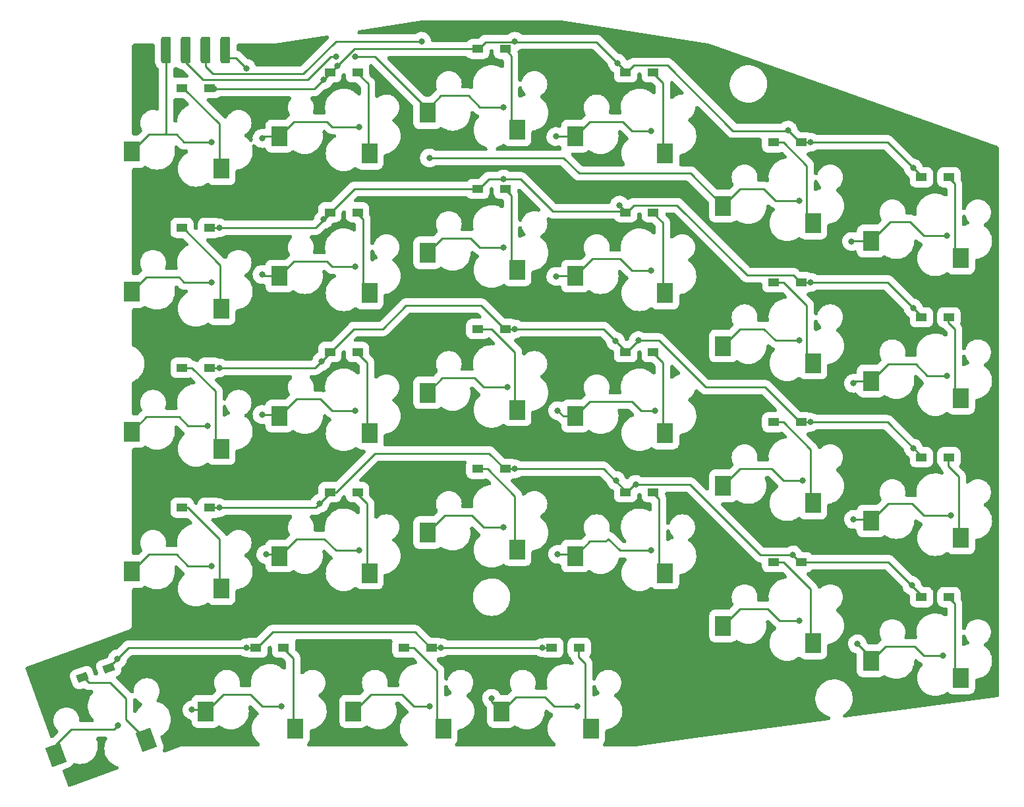
<source format=gbl>
%TF.GenerationSoftware,KiCad,Pcbnew,(6.0.11-0)*%
%TF.CreationDate,2023-02-11T14:18:37+08:00*%
%TF.ProjectId,V4,56342e6b-6963-4616-945f-706362585858,rev?*%
%TF.SameCoordinates,PX7bfa480PY6052340*%
%TF.FileFunction,Copper,L2,Bot*%
%TF.FilePolarity,Positive*%
%FSLAX46Y46*%
G04 Gerber Fmt 4.6, Leading zero omitted, Abs format (unit mm)*
G04 Created by KiCad (PCBNEW (6.0.11-0)) date 2023-02-11 14:18:37*
%MOMM*%
%LPD*%
G01*
G04 APERTURE LIST*
G04 Aperture macros list*
%AMRoundRect*
0 Rectangle with rounded corners*
0 $1 Rounding radius*
0 $2 $3 $4 $5 $6 $7 $8 $9 X,Y pos of 4 corners*
0 Add a 4 corners polygon primitive as box body*
4,1,4,$2,$3,$4,$5,$6,$7,$8,$9,$2,$3,0*
0 Add four circle primitives for the rounded corners*
1,1,$1+$1,$2,$3*
1,1,$1+$1,$4,$5*
1,1,$1+$1,$6,$7*
1,1,$1+$1,$8,$9*
0 Add four rect primitives between the rounded corners*
20,1,$1+$1,$2,$3,$4,$5,0*
20,1,$1+$1,$4,$5,$6,$7,0*
20,1,$1+$1,$6,$7,$8,$9,0*
20,1,$1+$1,$8,$9,$2,$3,0*%
%AMRotRect*
0 Rectangle, with rotation*
0 The origin of the aperture is its center*
0 $1 length*
0 $2 width*
0 $3 Rotation angle, in degrees counterclockwise*
0 Add horizontal line*
21,1,$1,$2,0,0,$3*%
G04 Aperture macros list end*
%TA.AperFunction,SMDPad,CuDef*%
%ADD10R,1.400000X1.000000*%
%TD*%
%TA.AperFunction,SMDPad,CuDef*%
%ADD11RotRect,1.400000X1.000000X200.000000*%
%TD*%
%TA.AperFunction,ConnectorPad*%
%ADD12RoundRect,0.317500X0.317500X1.397000X-0.317500X1.397000X-0.317500X-1.397000X0.317500X-1.397000X0*%
%TD*%
%TA.AperFunction,SMDPad,CuDef*%
%ADD13R,2.000000X2.600000*%
%TD*%
%TA.AperFunction,SMDPad,CuDef*%
%ADD14RotRect,2.000000X2.600000X20.000000*%
%TD*%
%TA.AperFunction,ViaPad*%
%ADD15C,0.800000*%
%TD*%
%TA.AperFunction,Conductor*%
%ADD16C,0.250000*%
%TD*%
G04 APERTURE END LIST*
D10*
%TO.P,D58,1,K*%
%TO.N,Net-(D58-Pad1)*%
X49275000Y-31500000D03*
%TO.P,D58,2,A*%
%TO.N,Row 5*%
X45725000Y-31500000D03*
%TD*%
%TO.P,D57,1,K*%
%TO.N,Row 5*%
X30274984Y-31500000D03*
%TO.P,D57,2,A*%
%TO.N,Net-(D57-Pad2)*%
X26724984Y-31500000D03*
%TD*%
%TO.P,D56,1,K*%
%TO.N,Net-(D56-Pad1)*%
X11275000Y-31500000D03*
%TO.P,D56,2,A*%
%TO.N,Row 5*%
X7725000Y-31500000D03*
%TD*%
D11*
%TO.P,D55,1,K*%
%TO.N,Row 5*%
X-11208381Y-34136553D03*
%TO.P,D55,2,A*%
%TO.N,Net-(D55-Pad2)*%
X-14544289Y-35350725D03*
%TD*%
D10*
%TO.P,D48,1,K*%
%TO.N,Net-(D48-Pad1)*%
X96775000Y-25000000D03*
%TO.P,D48,2,A*%
%TO.N,Row 4*%
X93225000Y-25000000D03*
%TD*%
%TO.P,D47,1,K*%
%TO.N,Row 4*%
X77775000Y-20500000D03*
%TO.P,D47,2,A*%
%TO.N,Net-(D47-Pad2)*%
X74225000Y-20500000D03*
%TD*%
%TO.P,D46,1,K*%
%TO.N,Net-(D46-Pad1)*%
X58775000Y-11500000D03*
%TO.P,D46,2,A*%
%TO.N,Row 4*%
X55225000Y-11500000D03*
%TD*%
%TO.P,D45,1,K*%
%TO.N,Row 4*%
X39775000Y-8500000D03*
%TO.P,D45,2,A*%
%TO.N,Net-(D45-Pad2)*%
X36225000Y-8500000D03*
%TD*%
%TO.P,D44,1,K*%
%TO.N,Net-(D44-Pad1)*%
X20775000Y-11500000D03*
%TO.P,D44,2,A*%
%TO.N,Row 4*%
X17225000Y-11500000D03*
%TD*%
%TO.P,D43,1,K*%
%TO.N,Row 4*%
X1774998Y-13500003D03*
%TO.P,D43,2,A*%
%TO.N,Net-(D43-Pad2)*%
X-1775002Y-13500003D03*
%TD*%
%TO.P,D36,1,K*%
%TO.N,Net-(D36-Pad1)*%
X96775000Y-7000000D03*
%TO.P,D36,2,A*%
%TO.N,Row 3*%
X93225000Y-7000000D03*
%TD*%
%TO.P,D35,1,K*%
%TO.N,Row 3*%
X77775000Y-2500000D03*
%TO.P,D35,2,A*%
%TO.N,Net-(D35-Pad2)*%
X74225000Y-2500000D03*
%TD*%
%TO.P,D34,1,K*%
%TO.N,Net-(D34-Pad1)*%
X58775000Y6500000D03*
%TO.P,D34,2,A*%
%TO.N,Row 3*%
X55225000Y6500000D03*
%TD*%
%TO.P,D33,1,K*%
%TO.N,Row 3*%
X39775000Y9500000D03*
%TO.P,D33,2,A*%
%TO.N,Net-(D33-Pad2)*%
X36225000Y9500000D03*
%TD*%
%TO.P,D32,1,K*%
%TO.N,Net-(D32-Pad1)*%
X20775000Y6525000D03*
%TO.P,D32,2,A*%
%TO.N,Row 3*%
X17225000Y6525000D03*
%TD*%
%TO.P,D31,1,K*%
%TO.N,Row 3*%
X1774998Y4499997D03*
%TO.P,D31,2,A*%
%TO.N,Net-(D31-Pad2)*%
X-1775002Y4499997D03*
%TD*%
%TO.P,D24,1,K*%
%TO.N,Net-(D24-Pad1)*%
X96775000Y11000000D03*
%TO.P,D24,2,A*%
%TO.N,Row 2*%
X93225000Y11000000D03*
%TD*%
%TO.P,D23,1,K*%
%TO.N,Row 2*%
X77825000Y15500000D03*
%TO.P,D23,2,A*%
%TO.N,Net-(D23-Pad2)*%
X74275000Y15500000D03*
%TD*%
%TO.P,D22,1,K*%
%TO.N,Net-(D22-Pad1)*%
X58775000Y24500000D03*
%TO.P,D22,2,A*%
%TO.N,Row 2*%
X55225000Y24500000D03*
%TD*%
%TO.P,D21,1,K*%
%TO.N,Row 2*%
X36225000Y27500000D03*
%TO.P,D21,2,A*%
%TO.N,Net-(D21-Pad2)*%
X39775000Y27500000D03*
%TD*%
%TO.P,D20,1,K*%
%TO.N,Net-(D20-Pad1)*%
X20775000Y24500000D03*
%TO.P,D20,2,A*%
%TO.N,Row 2*%
X17225000Y24500000D03*
%TD*%
%TO.P,D19,1,K*%
%TO.N,Row 2*%
X1775000Y22500000D03*
%TO.P,D19,2,A*%
%TO.N,Net-(D19-Pad2)*%
X-1775000Y22500000D03*
%TD*%
%TO.P,D12,1,K*%
%TO.N,Net-(D12-Pad1)*%
X96775000Y29000000D03*
%TO.P,D12,2,A*%
%TO.N,Row 1*%
X93225000Y29000000D03*
%TD*%
%TO.P,D11,1,K*%
%TO.N,Row 1*%
X77775000Y33500000D03*
%TO.P,D11,2,A*%
%TO.N,Net-(D11-Pad2)*%
X74225000Y33500000D03*
%TD*%
%TO.P,D10,1,K*%
%TO.N,Net-(D10-Pad1)*%
X58775000Y42500000D03*
%TO.P,D10,2,A*%
%TO.N,Row 1*%
X55225000Y42500000D03*
%TD*%
%TO.P,D9,1,K*%
%TO.N,Row 1*%
X36225000Y45500000D03*
%TO.P,D9,2,A*%
%TO.N,Net-(D9-Pad2)*%
X39775000Y45500000D03*
%TD*%
%TO.P,D8,1,K*%
%TO.N,Net-(D8-Pad1)*%
X20775000Y42500000D03*
%TO.P,D8,2,A*%
%TO.N,Row 1*%
X17225000Y42500000D03*
%TD*%
%TO.P,D7,1,K*%
%TO.N,Row 1*%
X1775000Y40500000D03*
%TO.P,D7,2,A*%
%TO.N,Net-(D7-Pad2)*%
X-1775000Y40500000D03*
%TD*%
D12*
%TO.P,J1,2,Pin_2*%
%TO.N,C12*%
X-3810000Y45349000D03*
%TO.P,J1,4,Pin_4*%
%TO.N,C34*%
X-1270000Y45349000D03*
%TO.P,J1,6,Pin_6*%
%TO.N,C56*%
X1270000Y45349000D03*
%TO.P,J1,8,Pin_8*%
%TO.N,Row 5*%
X3810000Y45349000D03*
%TD*%
D13*
%TO.P,SW20,1,1*%
%TO.N,C12*%
X10745000Y16300000D03*
%TO.P,SW20,2,2*%
%TO.N,Net-(D20-Pad1)*%
X22302000Y14100000D03*
%TD*%
%TO.P,SW8,1,1*%
%TO.N,C12*%
X10745000Y34300002D03*
%TO.P,SW8,2,2*%
%TO.N,Net-(D8-Pad1)*%
X22302000Y32100002D03*
%TD*%
%TO.P,SW11,1,1*%
%TO.N,C56*%
X67745000Y25300000D03*
%TO.P,SW11,2,2*%
%TO.N,Net-(D11-Pad2)*%
X79302000Y23100000D03*
%TD*%
%TO.P,SW12,1,1*%
%TO.N,C56*%
X86745000Y20800000D03*
%TO.P,SW12,2,2*%
%TO.N,Net-(D12-Pad1)*%
X98302000Y18600000D03*
%TD*%
%TO.P,SW7,1,1*%
%TO.N,C12*%
X-8255000Y32300000D03*
%TO.P,SW7,2,2*%
%TO.N,Net-(D7-Pad2)*%
X3302000Y30100000D03*
%TD*%
%TO.P,SW22,1,1*%
%TO.N,C34*%
X48745000Y16300000D03*
%TO.P,SW22,2,2*%
%TO.N,Net-(D22-Pad1)*%
X60302000Y14100000D03*
%TD*%
%TO.P,SW58,1,1*%
%TO.N,C34*%
X39245000Y-39700000D03*
%TO.P,SW58,2,2*%
%TO.N,Net-(D58-Pad1)*%
X50802000Y-41900000D03*
%TD*%
%TO.P,SW44,1,1*%
%TO.N,C12*%
X10745000Y-19700000D03*
%TO.P,SW44,2,2*%
%TO.N,Net-(D44-Pad1)*%
X22302000Y-21900000D03*
%TD*%
%TO.P,SW36,1,1*%
%TO.N,C56*%
X86745000Y-15200000D03*
%TO.P,SW36,2,2*%
%TO.N,Net-(D36-Pad1)*%
X98302000Y-17400000D03*
%TD*%
%TO.P,SW34,1,1*%
%TO.N,C34*%
X48745000Y-1700000D03*
%TO.P,SW34,2,2*%
%TO.N,Net-(D34-Pad1)*%
X60302000Y-3900000D03*
%TD*%
D14*
%TO.P,SW55,1,1*%
%TO.N,C12*%
X-17961688Y-45264239D03*
%TO.P,SW55,2,2*%
%TO.N,Net-(D55-Pad2)*%
X-6349216Y-43378836D03*
%TD*%
D13*
%TO.P,SW9,1,1*%
%TO.N,C34*%
X29745000Y37299997D03*
%TO.P,SW9,2,2*%
%TO.N,Net-(D9-Pad2)*%
X41302000Y35099997D03*
%TD*%
%TO.P,SW21,1,1*%
%TO.N,C34*%
X29745000Y19300000D03*
%TO.P,SW21,2,2*%
%TO.N,Net-(D21-Pad2)*%
X41302000Y17100000D03*
%TD*%
%TO.P,SW19,1,1*%
%TO.N,C12*%
X-8255000Y14300000D03*
%TO.P,SW19,2,2*%
%TO.N,Net-(D19-Pad2)*%
X3302000Y12100000D03*
%TD*%
%TO.P,SW45,1,1*%
%TO.N,C34*%
X29745000Y-16700000D03*
%TO.P,SW45,2,2*%
%TO.N,Net-(D45-Pad2)*%
X41302000Y-18900000D03*
%TD*%
%TO.P,SW33,1,1*%
%TO.N,C34*%
X29745000Y1300000D03*
%TO.P,SW33,2,2*%
%TO.N,Net-(D33-Pad2)*%
X41302000Y-900000D03*
%TD*%
%TO.P,SW24,1,1*%
%TO.N,C56*%
X86745000Y2800000D03*
%TO.P,SW24,2,2*%
%TO.N,Net-(D24-Pad1)*%
X98302000Y600000D03*
%TD*%
%TO.P,SW47,1,1*%
%TO.N,C56*%
X67745000Y-28700000D03*
%TO.P,SW47,2,2*%
%TO.N,Net-(D47-Pad2)*%
X79302000Y-30900000D03*
%TD*%
%TO.P,SW32,1,1*%
%TO.N,C12*%
X10745000Y-1700000D03*
%TO.P,SW32,2,2*%
%TO.N,Net-(D32-Pad1)*%
X22302000Y-3900000D03*
%TD*%
%TO.P,SW10,1,1*%
%TO.N,C34*%
X48745000Y34300000D03*
%TO.P,SW10,2,2*%
%TO.N,Net-(D10-Pad1)*%
X60302000Y32100000D03*
%TD*%
%TO.P,SW35,1,1*%
%TO.N,C56*%
X67745000Y-10700000D03*
%TO.P,SW35,2,2*%
%TO.N,Net-(D35-Pad2)*%
X79302000Y-12900000D03*
%TD*%
%TO.P,SW43,1,1*%
%TO.N,C12*%
X-8255000Y-21700000D03*
%TO.P,SW43,2,2*%
%TO.N,Net-(D43-Pad2)*%
X3302000Y-23900000D03*
%TD*%
%TO.P,SW31,1,1*%
%TO.N,C12*%
X-8255000Y-3700000D03*
%TO.P,SW31,2,2*%
%TO.N,Net-(D31-Pad2)*%
X3302000Y-5900000D03*
%TD*%
%TO.P,SW23,1,1*%
%TO.N,C56*%
X67745000Y7300000D03*
%TO.P,SW23,2,2*%
%TO.N,Net-(D23-Pad2)*%
X79302000Y5100000D03*
%TD*%
%TO.P,SW48,1,1*%
%TO.N,C56*%
X86745000Y-33200000D03*
%TO.P,SW48,2,2*%
%TO.N,Net-(D48-Pad1)*%
X98302000Y-35400000D03*
%TD*%
%TO.P,SW46,1,1*%
%TO.N,C34*%
X48745000Y-19700000D03*
%TO.P,SW46,2,2*%
%TO.N,Net-(D46-Pad1)*%
X60302000Y-21900000D03*
%TD*%
%TO.P,SW56,1,1*%
%TO.N,C12*%
X1244996Y-39700000D03*
%TO.P,SW56,2,2*%
%TO.N,Net-(D56-Pad1)*%
X12801996Y-41900000D03*
%TD*%
%TO.P,SW57,1,1*%
%TO.N,C34*%
X20245000Y-39700000D03*
%TO.P,SW57,2,2*%
%TO.N,Net-(D57-Pad2)*%
X31802000Y-41900000D03*
%TD*%
D15*
%TO.N,Row 1*%
X92175000Y30175000D03*
X76075000Y35075000D03*
X79000000Y33500000D03*
X16425000Y41575000D03*
X2369856Y40369856D03*
X18174999Y43325001D03*
X41000000Y46500000D03*
X54175000Y43675000D03*
%TO.N,Row 2*%
X54425000Y25425000D03*
X79000000Y15500000D03*
X16425000Y23575000D03*
X39500000Y28775500D03*
X92175000Y12175000D03*
X3000000Y22500000D03*
%TO.N,C12*%
X21000000Y-19000000D03*
X2000000Y15500000D03*
X-10000000Y-41500000D03*
X9000000Y-19500000D03*
X8500000Y16500000D03*
X11000000Y-39000000D03*
X-500000Y-39500000D03*
X1500000Y-3000000D03*
X2000000Y33500000D03*
X21000000Y35500000D03*
X8500000Y-1500000D03*
X2000000Y-21000000D03*
X20500000Y17500000D03*
X8500000Y34000000D03*
X20500000Y-1000000D03*
%TO.N,C34*%
X46500000Y-19500000D03*
X58500000Y17000000D03*
X58500000Y35000000D03*
X46500000Y-1000000D03*
X38000000Y-38000000D03*
X46255000Y34245000D03*
X39500000Y38000000D03*
X59000000Y-1000000D03*
X30000000Y-39000000D03*
X18000000Y44500000D03*
X39500000Y20000000D03*
X49000000Y-39000000D03*
X40000000Y2000000D03*
X46255000Y16255000D03*
X58500000Y-19000000D03*
X20500000Y44500000D03*
X39500000Y-16000000D03*
%TO.N,C56*%
X84500000Y-15000000D03*
X77500000Y-28000000D03*
X77500000Y26000000D03*
X96500000Y21500000D03*
X84500000Y2500000D03*
X77500000Y8000000D03*
X78000000Y-10000000D03*
X85000000Y-31000000D03*
X96500000Y3500000D03*
X30000000Y31500000D03*
X29000000Y46500000D03*
X97000000Y-14500000D03*
X96000000Y-32500000D03*
X84255000Y20755000D03*
%TO.N,Row 3*%
X53925000Y7925000D03*
X79000000Y-2500000D03*
X16162500Y5337500D03*
X56850000Y8000000D03*
X2999997Y4499997D03*
X41000000Y9500000D03*
X92175000Y-5825000D03*
%TO.N,Row 4*%
X76725000Y-19575000D03*
X15925000Y-12925000D03*
X2999997Y-13500003D03*
X54000000Y-10000000D03*
X41000000Y-8500000D03*
X92000000Y-23500000D03*
X56500000Y-10500000D03*
%TO.N,Row 5*%
X44500000Y-31500000D03*
X6500000Y-31500000D03*
X-10073268Y-32926732D03*
X6500000Y43033000D03*
X31500000Y-31500000D03*
%TD*%
D16*
%TO.N,C34*%
X-1270000Y43770000D02*
X949501Y41550499D01*
X14385499Y41550499D02*
X17335000Y44500000D01*
X17335000Y44500000D02*
X18000000Y44500000D01*
X949501Y41550499D02*
X14385499Y41550499D01*
%TO.N,Row 1*%
X16425000Y41575000D02*
X17350000Y42500000D01*
X69000000Y35000000D02*
X76150000Y35000000D01*
X20349998Y45500000D02*
X36350000Y45500000D01*
X36350000Y45500000D02*
X37275000Y46425000D01*
X77650000Y33500000D02*
X88850000Y33500000D01*
X76150000Y35000000D02*
X77650000Y33500000D01*
X60575000Y43425000D02*
X69000000Y35000000D01*
X37275000Y46425000D02*
X51425000Y46425000D01*
X18174999Y43325001D02*
X20349998Y45500000D01*
X16425000Y41575000D02*
X15219856Y40369856D01*
X88850000Y33500000D02*
X93350000Y29000000D01*
X15219856Y40369856D02*
X2369856Y40369856D01*
X51425000Y46425000D02*
X55350000Y42500000D01*
X17350000Y42500000D02*
X18174999Y43325001D01*
X56275000Y43425000D02*
X60575000Y43425000D01*
X2239712Y40500000D02*
X2369856Y40369856D01*
X55350000Y42500000D02*
X56275000Y43425000D01*
%TO.N,Row 2*%
X55350000Y24500000D02*
X56275000Y25425000D01*
X1650000Y22500000D02*
X15350000Y22500000D01*
X36350000Y27500000D02*
X37625500Y28775500D01*
X70825000Y16425000D02*
X76775000Y16425000D01*
X55200000Y24650000D02*
X45850000Y24650000D01*
X79000000Y15500000D02*
X88850000Y15500000D01*
X56275000Y25425000D02*
X61825000Y25425000D01*
X15350000Y22500000D02*
X17350000Y24500000D01*
X61825000Y25425000D02*
X70825000Y16425000D01*
X88850000Y15500000D02*
X93350000Y11000000D01*
X37625500Y28775500D02*
X39500000Y28775500D01*
X54425000Y25425000D02*
X55350000Y24500000D01*
X20350000Y27500000D02*
X36350000Y27500000D01*
X41724500Y28775500D02*
X39500000Y28775500D01*
X77700000Y15500000D02*
X79000000Y15500000D01*
X45850000Y24650000D02*
X41724500Y28775500D01*
X76775000Y16425000D02*
X77700000Y15500000D01*
X17350000Y24500000D02*
X20350000Y27500000D01*
%TO.N,Net-(D10-Pad1)*%
X60000000Y41150000D02*
X60000000Y32402000D01*
X58650000Y42500000D02*
X60000000Y41150000D01*
%TO.N,Net-(D11-Pad2)*%
X75500000Y33500000D02*
X78500000Y30500000D01*
X74350000Y33500000D02*
X75500000Y33500000D01*
X78500000Y30500000D02*
X78500000Y23902000D01*
%TO.N,Net-(D12-Pad1)*%
X97500000Y28150000D02*
X97500000Y19402000D01*
X96650000Y29000000D02*
X97500000Y28150000D01*
%TO.N,Net-(D7-Pad2)*%
X3000000Y35900000D02*
X-1600000Y40500000D01*
X3000000Y30402000D02*
X3000000Y35900000D01*
%TO.N,Net-(D9-Pad2)*%
X40500000Y44650000D02*
X40500000Y35901997D01*
X39650000Y45500000D02*
X40500000Y44650000D01*
%TO.N,Net-(D19-Pad2)*%
X3124999Y17725001D02*
X3124999Y12277001D01*
X-1650000Y22500000D02*
X3124999Y17725001D01*
%TO.N,Net-(D20-Pad1)*%
X20650000Y24500000D02*
X21500000Y23650000D01*
X21500000Y23650000D02*
X21500000Y14902000D01*
%TO.N,Net-(D21-Pad2)*%
X39650000Y27500000D02*
X40500000Y26650000D01*
X40500000Y26650000D02*
X40500000Y17902000D01*
%TO.N,C12*%
X-2500000Y-19500000D02*
X-1000000Y-21000000D01*
X17500000Y17500000D02*
X20500000Y17500000D01*
X10745000Y-19700000D02*
X12945000Y-17500000D01*
X-8255000Y14300000D02*
X-6379999Y16175001D01*
X16500000Y-17500000D02*
X18000000Y-19000000D01*
X3500000Y-37500000D02*
X7000000Y-37500000D01*
X9000000Y-19500000D02*
X10545000Y-19500000D01*
X10745000Y16300000D02*
X12620001Y18175001D01*
X-1000000Y-3000000D02*
X1500000Y-3000000D01*
X10545000Y-1500000D02*
X8500000Y-1500000D01*
X12945000Y500000D02*
X16000000Y500000D01*
X17500000Y35500000D02*
X21000000Y35500000D01*
X-6379999Y16175001D02*
X-2175001Y16175001D01*
X16824999Y18175001D02*
X17500000Y17500000D01*
X-10500000Y-42000000D02*
X-10000000Y-41500000D01*
X-2500000Y34500000D02*
X-1500000Y33500000D01*
X-1500000Y15500000D02*
X2000000Y15500000D01*
X10745000Y16300000D02*
X8700000Y16300000D01*
X-6000000Y34500000D02*
X-4000000Y34500000D01*
X8700000Y16300000D02*
X8500000Y16500000D01*
X-17961688Y-43961688D02*
X-16000000Y-42000000D01*
X-500000Y-39500000D02*
X1044996Y-39500000D01*
X1300000Y-39700000D02*
X3500000Y-37500000D01*
X-3810000Y44349000D02*
X-3810000Y34690000D01*
X13000000Y-17500000D02*
X16500000Y-17500000D01*
X10745000Y-1700000D02*
X12945000Y500000D01*
X-2175001Y-1824999D02*
X-1000000Y-3000000D01*
X-8200000Y-21700000D02*
X-6000000Y-19500000D01*
X-1000000Y-21000000D02*
X2000000Y-21000000D01*
X-1500000Y33500000D02*
X2000000Y33500000D01*
X10745000Y34300002D02*
X8800002Y34300002D01*
X-2175001Y16175001D02*
X-1500000Y15500000D01*
X16824997Y36175003D02*
X17500000Y35500000D01*
X12620001Y36175003D02*
X16824997Y36175003D01*
X17500000Y-1000000D02*
X20500000Y-1000000D01*
X12945000Y-17500000D02*
X13000000Y-17500000D01*
X7000000Y-37500000D02*
X8500000Y-39000000D01*
X10745000Y34300002D02*
X12620001Y36175003D01*
X12620001Y18175001D02*
X16824999Y18175001D01*
X16000000Y500000D02*
X17500000Y-1000000D01*
X8800002Y34300002D02*
X8500000Y34000000D01*
X-8200000Y32300000D02*
X-6000000Y34500000D01*
X8500000Y-39000000D02*
X11000000Y-39000000D01*
X18000000Y-19000000D02*
X21000000Y-19000000D01*
X-3810000Y34690000D02*
X-4000000Y34500000D01*
X-4000000Y34500000D02*
X-2500000Y34500000D01*
X-6379999Y-1824999D02*
X-2175001Y-1824999D01*
X-16000000Y-42000000D02*
X-10500000Y-42000000D01*
X-17961688Y-45264239D02*
X-17961688Y-43961688D01*
X-6000000Y-19500000D02*
X-2500000Y-19500000D01*
X-8255000Y-3700000D02*
X-6379999Y-1824999D01*
%TO.N,Net-(D22-Pad1)*%
X60000000Y23150000D02*
X60000000Y14402000D01*
X58650000Y24500000D02*
X60000000Y23150000D01*
%TO.N,Net-(D23-Pad2)*%
X75500000Y15500000D02*
X78500000Y12500000D01*
X74400000Y15500000D02*
X75500000Y15500000D01*
X78500000Y12500000D02*
X78500000Y5902000D01*
%TO.N,Net-(D24-Pad1)*%
X97500000Y9500000D02*
X97500000Y1402000D01*
X96650000Y11000000D02*
X96650000Y10350000D01*
X96650000Y10350000D02*
X97500000Y9500000D01*
%TO.N,C34*%
X26500000Y-37500000D02*
X28000000Y-39000000D01*
X56000000Y35000000D02*
X58500000Y35000000D01*
X20300000Y-39700000D02*
X22500000Y-37500000D01*
X35500000Y-14500000D02*
X37000000Y-16000000D01*
X54824999Y36175001D02*
X56000000Y35000000D01*
X48745000Y34300000D02*
X46310000Y34300000D01*
X46500000Y-1000000D02*
X47200000Y-1700000D01*
X31500000Y39500000D02*
X35000000Y39500000D01*
X35000000Y39500000D02*
X36500000Y38000000D01*
X50620001Y36175001D02*
X54824999Y36175001D01*
X54500000Y-19000000D02*
X58500000Y-19000000D01*
X50945000Y18500000D02*
X54500000Y18500000D01*
X31620001Y3175001D02*
X35824999Y3175001D01*
X28000000Y-39000000D02*
X30000000Y-39000000D01*
X53000000Y-17500000D02*
X54500000Y-19000000D01*
X29745000Y19300000D02*
X31620001Y21175001D01*
X54500000Y18500000D02*
X56000000Y17000000D01*
X31945000Y-14500000D02*
X35500000Y-14500000D01*
X35324999Y21175001D02*
X36500000Y20000000D01*
X22500000Y-37500000D02*
X26500000Y-37500000D01*
X39245000Y-39700000D02*
X38000000Y-38455000D01*
X23000000Y44500000D02*
X29745000Y37755000D01*
X56000000Y17000000D02*
X58500000Y17000000D01*
X37000000Y2000000D02*
X40000000Y2000000D01*
X50620001Y175001D02*
X56031925Y175001D01*
X46000000Y-39000000D02*
X49000000Y-39000000D01*
X29745000Y1300000D02*
X31620001Y3175001D01*
X48745000Y16300000D02*
X46300000Y16300000D01*
X35824999Y3175001D02*
X37000000Y2000000D01*
X48745000Y-19700000D02*
X50620001Y-17824999D01*
X48745000Y16300000D02*
X50945000Y18500000D01*
X38000000Y-38455000D02*
X38000000Y-38000000D01*
X50620001Y-17824999D02*
X52675001Y-17824999D01*
X48745000Y34300000D02*
X50620001Y36175001D01*
X46500000Y-19500000D02*
X48545000Y-19500000D01*
X48745000Y-1700000D02*
X50620001Y175001D01*
X29745000Y-16700000D02*
X31945000Y-14500000D01*
X31620001Y21175001D02*
X35324999Y21175001D01*
X46300000Y16300000D02*
X46255000Y16255000D01*
X46310000Y34300000D02*
X46255000Y34245000D01*
X36500000Y20000000D02*
X39500000Y20000000D01*
X56031925Y175001D02*
X57206926Y-1000000D01*
X20500000Y44500000D02*
X23000000Y44500000D01*
X39245000Y-39700000D02*
X41120001Y-37824999D01*
X41120001Y-37824999D02*
X44824999Y-37824999D01*
X44824999Y-37824999D02*
X46000000Y-39000000D01*
X37000000Y-16000000D02*
X39500000Y-16000000D01*
X52675001Y-17824999D02*
X53000000Y-17500000D01*
X57206926Y-1000000D02*
X59000000Y-1000000D01*
X29745000Y37745000D02*
X31500000Y39500000D01*
X36500000Y38000000D02*
X39500000Y38000000D01*
X47200000Y-1700000D02*
X48745000Y-1700000D01*
%TO.N,C56*%
X91725001Y23274999D02*
X93500000Y21500000D01*
X18000000Y46500000D02*
X29000000Y46500000D01*
X74500000Y26000000D02*
X77500000Y26000000D01*
X89219999Y23274999D02*
X91725001Y23274999D01*
X88945000Y5000000D02*
X92500000Y5000000D01*
X85000000Y-31000000D02*
X86745000Y-32745000D01*
X92500000Y5000000D02*
X94000000Y3500000D01*
X47250000Y31500000D02*
X30000000Y31500000D01*
X69945000Y-26500000D02*
X73500000Y-26500000D01*
X86745000Y2800000D02*
X88945000Y5000000D01*
X1270000Y44265868D02*
X1270000Y43230000D01*
X67745000Y25300000D02*
X69945000Y27500000D01*
X84800000Y2800000D02*
X84500000Y2500000D01*
X86745000Y-15200000D02*
X88945000Y-13000000D01*
X74000000Y-8500000D02*
X75500000Y-10000000D01*
X2191500Y42308500D02*
X13808500Y42308500D01*
X93500000Y21500000D02*
X96500000Y21500000D01*
X88620001Y-31324999D02*
X92324999Y-31324999D01*
X93500000Y-32500000D02*
X96000000Y-32500000D01*
X69945000Y-8500000D02*
X74000000Y-8500000D01*
X92000000Y-13000000D02*
X93500000Y-14500000D01*
X92324999Y-31324999D02*
X93500000Y-32500000D01*
X75500000Y-10000000D02*
X78000000Y-10000000D01*
X67745000Y7300000D02*
X69945000Y9500000D01*
X86745000Y20800000D02*
X89219999Y23274999D01*
X75000000Y-28000000D02*
X77500000Y-28000000D01*
X86745000Y-33200000D02*
X88620001Y-31324999D01*
X67745000Y25300000D02*
X63545000Y29500000D01*
X69945000Y27500000D02*
X73000000Y27500000D01*
X93500000Y-14500000D02*
X97000000Y-14500000D01*
X74500000Y8000000D02*
X77500000Y8000000D01*
X13808500Y42308500D02*
X18000000Y46500000D01*
X67745000Y-10700000D02*
X69945000Y-8500000D01*
X49250000Y29500000D02*
X47250000Y31500000D01*
X86745000Y2800000D02*
X84800000Y2800000D01*
X63545000Y29500000D02*
X49250000Y29500000D01*
X94000000Y3500000D02*
X96500000Y3500000D01*
X86545000Y-15000000D02*
X84500000Y-15000000D01*
X67745000Y-28700000D02*
X69945000Y-26500000D01*
X88945000Y-13000000D02*
X92000000Y-13000000D01*
X1270000Y43230000D02*
X2191500Y42308500D01*
X70000000Y9500000D02*
X73000000Y9500000D01*
X73500000Y-26500000D02*
X75000000Y-28000000D01*
X69945000Y9500000D02*
X70000000Y9500000D01*
X73000000Y9500000D02*
X74500000Y8000000D01*
X84300000Y20800000D02*
X84255000Y20755000D01*
X73000000Y27500000D02*
X74500000Y26000000D01*
X86745000Y20800000D02*
X84300000Y20800000D01*
%TO.N,Row 3*%
X17350000Y6525000D02*
X20325000Y9500000D01*
X59500000Y8000000D02*
X65500000Y2000000D01*
X55350000Y6500000D02*
X56850000Y8000000D01*
X24000000Y9500000D02*
X27000000Y12500000D01*
X20325000Y9500000D02*
X24000000Y9500000D01*
X73150000Y2000000D02*
X77650000Y-2500000D01*
X36650000Y12500000D02*
X39650000Y9500000D01*
X56850000Y8000000D02*
X59500000Y8000000D01*
X16162500Y5337500D02*
X17350000Y6525000D01*
X2999997Y4499997D02*
X15324997Y4499997D01*
X77650000Y-2500000D02*
X88850000Y-2500000D01*
X1649998Y4499997D02*
X2999997Y4499997D01*
X52350000Y9500000D02*
X55350000Y6500000D01*
X15324997Y4499997D02*
X16162500Y5337500D01*
X88850000Y-2500000D02*
X93350000Y-7000000D01*
X39650000Y9500000D02*
X52350000Y9500000D01*
X27000000Y12500000D02*
X36650000Y12500000D01*
X65500000Y2000000D02*
X73150000Y2000000D01*
%TO.N,Net-(D31-Pad2)*%
X-1650002Y4499997D02*
X-499997Y4499997D01*
X-499997Y4499997D02*
X2500000Y1500000D01*
X2500000Y1500000D02*
X2500000Y-5098000D01*
%TO.N,Net-(D32-Pad1)*%
X20650000Y6525000D02*
X22000000Y5175000D01*
X22000000Y5175000D02*
X22000000Y-3598000D01*
%TO.N,Net-(D33-Pad2)*%
X41000000Y6500000D02*
X41000000Y-598000D01*
X38000000Y9500000D02*
X41000000Y6500000D01*
X36350000Y9500000D02*
X38000000Y9500000D01*
%TO.N,Net-(D34-Pad1)*%
X60000000Y5150000D02*
X60000000Y-3598000D01*
X58650000Y6500000D02*
X60000000Y5150000D01*
%TO.N,Net-(D35-Pad2)*%
X79000000Y-6000000D02*
X79000000Y-12598000D01*
X75500000Y-2500000D02*
X79000000Y-6000000D01*
X74350000Y-2500000D02*
X75500000Y-2500000D01*
%TO.N,Net-(D36-Pad1)*%
X98000000Y-9500000D02*
X98000000Y-17098000D01*
X96650000Y-7000000D02*
X96650000Y-8150000D01*
X96650000Y-8150000D02*
X98000000Y-9500000D01*
%TO.N,Row 4*%
X37650000Y-6500000D02*
X39650000Y-8500000D01*
X55350000Y-11500000D02*
X56350000Y-10500000D01*
X17350000Y-11500000D02*
X18000000Y-11500000D01*
X23000000Y-6500000D02*
X37650000Y-6500000D01*
X1649998Y-13500003D02*
X2999997Y-13500003D01*
X15349997Y-13500003D02*
X17350000Y-11500000D01*
X77650000Y-20500000D02*
X89000000Y-20500000D01*
X56350000Y-10500000D02*
X56500000Y-10500000D01*
X52350000Y-8500000D02*
X55350000Y-11500000D01*
X18000000Y-11500000D02*
X23000000Y-6500000D01*
X39650000Y-8500000D02*
X52350000Y-8500000D01*
X63500000Y-10500000D02*
X72575000Y-19575000D01*
X2999997Y-13500003D02*
X15349997Y-13500003D01*
X56500000Y-10500000D02*
X63500000Y-10500000D01*
X76725000Y-19575000D02*
X77650000Y-20500000D01*
X72575000Y-19575000D02*
X76725000Y-19575000D01*
X89000000Y-20500000D02*
X93400000Y-24900000D01*
%TO.N,Net-(D43-Pad2)*%
X-1650002Y-13500003D02*
X-999997Y-13500003D01*
X3000000Y-17500000D02*
X3000000Y-23598000D01*
X-999997Y-13500003D02*
X3000000Y-17500000D01*
%TO.N,Net-(D44-Pad1)*%
X20650000Y-11650000D02*
X22000000Y-13000000D01*
X22000000Y-13000000D02*
X22000000Y-21598000D01*
%TO.N,Net-(D45-Pad2)*%
X36350000Y-8500000D02*
X37500000Y-8500000D01*
X41000000Y-12000000D02*
X41000000Y-18598000D01*
X37500000Y-8500000D02*
X41000000Y-12000000D01*
%TO.N,Net-(D46-Pad1)*%
X59500000Y-12350000D02*
X59500000Y-21098000D01*
X58650000Y-11500000D02*
X59500000Y-12350000D01*
%TO.N,Net-(D47-Pad2)*%
X75500000Y-20500000D02*
X79000000Y-24000000D01*
X74350000Y-20500000D02*
X75500000Y-20500000D01*
X79000000Y-24000000D02*
X79000000Y-30598000D01*
%TO.N,Net-(D48-Pad1)*%
X96700000Y-25000000D02*
X97500000Y-25800000D01*
X97500000Y-25800000D02*
X97500000Y-34598000D01*
%TO.N,Row 5*%
X7850000Y-31500000D02*
X9850000Y-29500000D01*
X-8646536Y-31500000D02*
X7850000Y-31500000D01*
X5184000Y44349000D02*
X6500000Y43033000D01*
X3810000Y44349000D02*
X5184000Y44349000D01*
X30149984Y-31500000D02*
X31500000Y-31500000D01*
X9850000Y-29500000D02*
X28149984Y-29500000D01*
X28149984Y-29500000D02*
X30149984Y-31500000D01*
X-11325842Y-34179306D02*
X-10073268Y-32926732D01*
X31500000Y-31500000D02*
X45850000Y-31500000D01*
X-10073268Y-32926732D02*
X-8646536Y-31500000D01*
%TO.N,Net-(D55-Pad2)*%
X-9000000Y-38000000D02*
X-9000000Y-40728052D01*
X-13734800Y-36000000D02*
X-11000000Y-36000000D01*
X-11000000Y-36000000D02*
X-9000000Y-38000000D01*
X-14426828Y-35307972D02*
X-13734800Y-36000000D01*
X-9000000Y-40728052D02*
X-6349216Y-43378836D01*
%TO.N,Net-(D56-Pad1)*%
X11150000Y-31500000D02*
X12500000Y-32850000D01*
X12500000Y-32850000D02*
X12500000Y-41598004D01*
%TO.N,Net-(D57-Pad2)*%
X26849984Y-31500000D02*
X28000000Y-31500000D01*
X31000000Y-34500000D02*
X31000000Y-41098000D01*
X28000000Y-31500000D02*
X31000000Y-34500000D01*
%TO.N,Net-(D58-Pad1)*%
X49150000Y-31500000D02*
X49150000Y-32650000D01*
X49150000Y-32650000D02*
X50000000Y-33500000D01*
X50000000Y-33500000D02*
X50000000Y-41098000D01*
%TO.N,Net-(D8-Pad1)*%
X22124999Y32277003D02*
X22124999Y41025001D01*
X22124999Y41025001D02*
X20650000Y42500000D01*
%TD*%
%TA.AperFunction,NonConductor*%
G36*
X16917842Y47262685D02*
G01*
X17006053Y47221968D01*
X17071968Y47150594D01*
X17105551Y47059428D01*
X17101690Y46962349D01*
X17060973Y46874138D01*
X17035668Y46844523D01*
X13498075Y43306930D01*
X13417293Y43252954D01*
X13322005Y43234000D01*
X7879220Y43234000D01*
X7783932Y43252954D01*
X7703150Y43306930D01*
X7649174Y43387712D01*
X7639568Y43415413D01*
X7628663Y43454079D01*
X7625565Y43465064D01*
X7527980Y43662947D01*
X7395967Y43839733D01*
X7233949Y43989501D01*
X7144740Y44045788D01*
X7057007Y44101143D01*
X7057006Y44101143D01*
X7047350Y44107236D01*
X7036750Y44111465D01*
X7036746Y44111467D01*
X6853025Y44184764D01*
X6853020Y44184766D01*
X6842421Y44188994D01*
X6679875Y44221326D01*
X6590116Y44258506D01*
X6552383Y44289472D01*
X5903784Y44938071D01*
X5892193Y44951642D01*
X5891968Y44951439D01*
X5883245Y44961127D01*
X5875569Y44971692D01*
X5826138Y45016200D01*
X5816683Y45025172D01*
X5804130Y45037725D01*
X5799061Y45041830D01*
X5790343Y45048890D01*
X5780432Y45057355D01*
X5740692Y45093137D01*
X5740687Y45093141D01*
X5730992Y45101870D01*
X5719693Y45108394D01*
X5710513Y45115063D01*
X5700979Y45121255D01*
X5690840Y45129465D01*
X5679221Y45135385D01*
X5679215Y45135389D01*
X5631581Y45159659D01*
X5620121Y45165881D01*
X5573810Y45192619D01*
X5573808Y45192620D01*
X5562508Y45199144D01*
X5550093Y45203178D01*
X5539722Y45207795D01*
X5529126Y45211863D01*
X5517497Y45217788D01*
X5453200Y45235016D01*
X5440774Y45238697D01*
X5417553Y45246242D01*
X5332789Y45293711D01*
X5272640Y45370008D01*
X5246268Y45463515D01*
X5245500Y45483054D01*
X5245500Y45950500D01*
X5264454Y46045788D01*
X5318430Y46126570D01*
X5399212Y46180546D01*
X5494500Y46199500D01*
X9914048Y46199500D01*
X9924703Y46199070D01*
X9935011Y46197061D01*
X10009970Y46199381D01*
X10017673Y46199500D01*
X10045155Y46199500D01*
X10052068Y46200276D01*
X10059011Y46200664D01*
X10059016Y46200570D01*
X10066538Y46201107D01*
X10066933Y46201144D01*
X10074752Y46201386D01*
X10100617Y46205470D01*
X10111652Y46206959D01*
X10133149Y46209370D01*
X10164639Y46212902D01*
X10164642Y46212903D01*
X10178472Y46214454D01*
X10191618Y46219032D01*
X10195143Y46219833D01*
X10211462Y46222972D01*
X16820764Y47266546D01*
X16917842Y47262685D01*
G37*
%TD.AperFunction*%
%TA.AperFunction,NonConductor*%
G36*
X-2444887Y43201387D02*
G01*
X-2364062Y43147484D01*
X-2301870Y43085400D01*
X-2292054Y43078767D01*
X-2292051Y43078764D01*
X-2134938Y42972590D01*
X-2125112Y42965950D01*
X-1928955Y42882080D01*
X-1917373Y42879565D01*
X-1917369Y42879564D01*
X-1729879Y42838856D01*
X-1729877Y42838856D01*
X-1720478Y42836815D01*
X-1715747Y42836534D01*
X-1625750Y42805410D01*
X-1575409Y42766554D01*
X-1034425Y42225570D01*
X-980449Y42144788D01*
X-961495Y42049500D01*
X-980449Y41954212D01*
X-1034425Y41873430D01*
X-1115207Y41819454D01*
X-1210495Y41800500D01*
X-2538113Y41800499D01*
X-2562836Y41800499D01*
X-2567589Y41800226D01*
X-2579488Y41797479D01*
X-2580745Y41797440D01*
X-2588331Y41796355D01*
X-2588453Y41797205D01*
X-2676594Y41794511D01*
X-2767448Y41828932D01*
X-2838213Y41895500D01*
X-2878118Y41984082D01*
X-2884500Y42040097D01*
X-2884500Y42881691D01*
X-2865546Y42976979D01*
X-2811570Y43057761D01*
X-2794220Y43073548D01*
X-2786429Y43079994D01*
X-2776619Y43086648D01*
X-2743763Y43119561D01*
X-2716197Y43147175D01*
X-2635463Y43201221D01*
X-2540191Y43220258D01*
X-2444887Y43201387D01*
G37*
%TD.AperFunction*%
%TA.AperFunction,NonConductor*%
G36*
X38120789Y45480546D02*
G01*
X38201571Y45426570D01*
X38255547Y45345788D01*
X38274501Y45250500D01*
X38274501Y44912164D01*
X38274774Y44907411D01*
X38315173Y44732423D01*
X38321229Y44719895D01*
X38321230Y44719893D01*
X38328427Y44705005D01*
X38393336Y44570734D01*
X38402021Y44559855D01*
X38402022Y44559853D01*
X38448549Y44501570D01*
X38505380Y44430380D01*
X38516262Y44421693D01*
X38619858Y44338993D01*
X38645734Y44318336D01*
X38807423Y44240173D01*
X38820985Y44237042D01*
X38972136Y44202146D01*
X38972138Y44202146D01*
X38982411Y44199774D01*
X38987163Y44199500D01*
X39325500Y44199500D01*
X39420788Y44180546D01*
X39501570Y44126570D01*
X39555546Y44045788D01*
X39574500Y43950500D01*
X39574500Y43294222D01*
X39555546Y43198934D01*
X39501570Y43118152D01*
X39420788Y43064176D01*
X39325500Y43045222D01*
X39230212Y43064176D01*
X39199685Y43079347D01*
X39087664Y43144938D01*
X39087657Y43144942D01*
X39080811Y43148950D01*
X39073522Y43152052D01*
X39073517Y43152054D01*
X38806299Y43265756D01*
X38806295Y43265757D01*
X38798994Y43268864D01*
X38791352Y43271019D01*
X38791350Y43271020D01*
X38661920Y43307523D01*
X38504225Y43351998D01*
X38201282Y43397003D01*
X38194732Y43397278D01*
X38194727Y43397278D01*
X38120526Y43400388D01*
X38120508Y43400388D01*
X38117916Y43400497D01*
X37922526Y43400497D01*
X37872110Y43397281D01*
X37702267Y43386447D01*
X37702264Y43386447D01*
X37694353Y43385942D01*
X37393662Y43327765D01*
X37386133Y43325282D01*
X37386128Y43325281D01*
X37110344Y43234341D01*
X37110339Y43234339D01*
X37102800Y43231853D01*
X36826482Y43099760D01*
X36819827Y43095463D01*
X36819822Y43095460D01*
X36783766Y43072179D01*
X36569188Y42933628D01*
X36335090Y42736149D01*
X36329737Y42730317D01*
X36329734Y42730314D01*
X36133342Y42516367D01*
X36133337Y42516361D01*
X36127981Y42510526D01*
X35951220Y42260415D01*
X35947506Y42253415D01*
X35947504Y42253412D01*
X35839311Y42049500D01*
X35807672Y41989871D01*
X35804876Y41982451D01*
X35804872Y41982443D01*
X35702463Y41710708D01*
X35699664Y41703280D01*
X35697832Y41695559D01*
X35697831Y41695556D01*
X35631207Y41414811D01*
X35628947Y41405288D01*
X35628111Y41397397D01*
X35628110Y41397393D01*
X35626976Y41386693D01*
X35596668Y41100726D01*
X35603349Y40794532D01*
X35615370Y40714576D01*
X35624853Y40651501D01*
X35620276Y40554454D01*
X35578910Y40466545D01*
X35507051Y40401159D01*
X35415640Y40368248D01*
X35314177Y40373965D01*
X35298774Y40378092D01*
X35269232Y40386008D01*
X35256760Y40389702D01*
X35193482Y40410262D01*
X35180507Y40411626D01*
X35169404Y40413986D01*
X35158184Y40415763D01*
X35145578Y40419141D01*
X35132548Y40419824D01*
X35132547Y40419824D01*
X35079140Y40422623D01*
X35066145Y40423646D01*
X35054994Y40424818D01*
X35054991Y40424818D01*
X35048504Y40425500D01*
X35030768Y40425500D01*
X35017736Y40425841D01*
X34951297Y40429323D01*
X34938410Y40427282D01*
X34925376Y40426599D01*
X34925360Y40426901D01*
X34907560Y40425500D01*
X34375330Y40425500D01*
X34280042Y40444454D01*
X34199260Y40498430D01*
X34145284Y40579212D01*
X34126330Y40674500D01*
X34131922Y40721743D01*
X34131406Y40721825D01*
X34132936Y40731485D01*
X34135221Y40741003D01*
X34155604Y40999997D01*
X34135221Y41258991D01*
X34122428Y41312277D01*
X34076857Y41502095D01*
X34076856Y41502099D01*
X34074573Y41511607D01*
X34070830Y41520644D01*
X33978898Y41742587D01*
X33978896Y41742590D01*
X33975154Y41751625D01*
X33839412Y41973137D01*
X33670689Y42170686D01*
X33473140Y42339409D01*
X33251628Y42475151D01*
X33242593Y42478893D01*
X33242590Y42478895D01*
X33020647Y42570827D01*
X33020644Y42570828D01*
X33011610Y42574570D01*
X33002102Y42576853D01*
X33002098Y42576854D01*
X32768512Y42632933D01*
X32768511Y42632933D01*
X32758994Y42635218D01*
X32564853Y42650497D01*
X32435147Y42650497D01*
X32241006Y42635218D01*
X32231489Y42632933D01*
X32231488Y42632933D01*
X31997902Y42576854D01*
X31997898Y42576853D01*
X31988390Y42574570D01*
X31979356Y42570828D01*
X31979353Y42570827D01*
X31757410Y42478895D01*
X31757407Y42478893D01*
X31748372Y42475151D01*
X31526860Y42339409D01*
X31329311Y42170686D01*
X31160588Y41973137D01*
X31024846Y41751625D01*
X31021104Y41742590D01*
X31021102Y41742587D01*
X30929170Y41520644D01*
X30925427Y41511607D01*
X30923144Y41502099D01*
X30923143Y41502095D01*
X30877572Y41312277D01*
X30864779Y41258991D01*
X30844396Y40999997D01*
X30864779Y40741003D01*
X30867064Y40731486D01*
X30867064Y40731485D01*
X30909566Y40554454D01*
X30925427Y40488387D01*
X30929169Y40479353D01*
X30929170Y40479350D01*
X30936254Y40462248D01*
X30955207Y40366960D01*
X30936252Y40271672D01*
X30882275Y40190891D01*
X30880704Y40189400D01*
X30879870Y40188725D01*
X30867317Y40176172D01*
X30857862Y40167200D01*
X30808431Y40122692D01*
X30800755Y40112127D01*
X30792032Y40102439D01*
X30791807Y40102642D01*
X30780216Y40089071D01*
X30164572Y39473427D01*
X30083790Y39419451D01*
X29988503Y39400497D01*
X29750003Y39400497D01*
X29511498Y39400496D01*
X29416210Y39419450D01*
X29335428Y39473426D01*
X24659425Y44149430D01*
X24605449Y44230212D01*
X24586495Y44325500D01*
X24605449Y44420788D01*
X24659425Y44501570D01*
X24740207Y44555546D01*
X24835495Y44574500D01*
X34720494Y44574500D01*
X34815782Y44555546D01*
X34896564Y44501570D01*
X34915091Y44480848D01*
X34946691Y44441264D01*
X34955380Y44430380D01*
X34966262Y44421693D01*
X35069858Y44338993D01*
X35095734Y44318336D01*
X35257423Y44240173D01*
X35270985Y44237042D01*
X35422136Y44202146D01*
X35422138Y44202146D01*
X35432411Y44199774D01*
X35437163Y44199500D01*
X35440759Y44199500D01*
X36228963Y44199501D01*
X37012836Y44199501D01*
X37017589Y44199774D01*
X37192577Y44240173D01*
X37354266Y44318336D01*
X37380143Y44338993D01*
X37483738Y44421693D01*
X37494620Y44430380D01*
X37551451Y44501570D01*
X37597978Y44559853D01*
X37597979Y44559855D01*
X37606664Y44570734D01*
X37671573Y44705005D01*
X37678770Y44719893D01*
X37678771Y44719895D01*
X37684827Y44732423D01*
X37725226Y44907411D01*
X37725500Y44912163D01*
X37725500Y45250500D01*
X37744454Y45345788D01*
X37798430Y45426570D01*
X37879212Y45480546D01*
X37974500Y45499500D01*
X38025501Y45499500D01*
X38120789Y45480546D01*
G37*
%TD.AperFunction*%
%TA.AperFunction,NonConductor*%
G36*
X41769788Y40696989D02*
G01*
X41850570Y40643013D01*
X41904546Y40562231D01*
X41916620Y40525072D01*
X41925427Y40488387D01*
X41929169Y40479353D01*
X41929170Y40479350D01*
X42017643Y40265759D01*
X42024846Y40248369D01*
X42029955Y40240031D01*
X42029956Y40240030D01*
X42061396Y40188725D01*
X42160588Y40026857D01*
X42166937Y40019423D01*
X42166938Y40019422D01*
X42174878Y40010126D01*
X42269362Y39899500D01*
X42307563Y39854772D01*
X42355035Y39770005D01*
X42366454Y39673523D01*
X42340083Y39580016D01*
X42279935Y39503718D01*
X42198262Y39457274D01*
X42125476Y39432566D01*
X42125467Y39432562D01*
X42117748Y39429942D01*
X41847282Y39296563D01*
X41840508Y39292037D01*
X41840505Y39292035D01*
X41812835Y39273547D01*
X41723075Y39236368D01*
X41625920Y39236369D01*
X41536161Y39273549D01*
X41467463Y39342249D01*
X41430284Y39432009D01*
X41425500Y39480584D01*
X41425500Y40466943D01*
X41444454Y40562231D01*
X41498430Y40643013D01*
X41579212Y40696989D01*
X41674500Y40715943D01*
X41769788Y40696989D01*
G37*
%TD.AperFunction*%
%TA.AperFunction,NonConductor*%
G36*
X61258515Y41398325D02*
G01*
X61342011Y41348651D01*
X61351469Y41339676D01*
X62615575Y40075570D01*
X62669551Y39994788D01*
X62688505Y39899500D01*
X62669551Y39804212D01*
X62615575Y39723430D01*
X62534793Y39669454D01*
X62444893Y39651572D01*
X62444928Y39650692D01*
X62440047Y39650500D01*
X62435147Y39650500D01*
X62241006Y39635221D01*
X62231489Y39632936D01*
X62231488Y39632936D01*
X61997902Y39576857D01*
X61997898Y39576856D01*
X61988390Y39574573D01*
X61979356Y39570831D01*
X61979353Y39570830D01*
X61757410Y39478898D01*
X61757407Y39478896D01*
X61748372Y39475154D01*
X61740034Y39470045D01*
X61740033Y39470044D01*
X61695828Y39442955D01*
X61526860Y39339412D01*
X61480909Y39300166D01*
X61336213Y39176584D01*
X61251445Y39129112D01*
X61154964Y39117693D01*
X61061456Y39144064D01*
X60985159Y39204212D01*
X60937687Y39288980D01*
X60925500Y39365925D01*
X60925500Y41057560D01*
X60926901Y41075360D01*
X60926599Y41075376D01*
X60927282Y41088410D01*
X60929323Y41101297D01*
X60926740Y41150575D01*
X60940680Y41246722D01*
X60990354Y41330218D01*
X61068199Y41388349D01*
X61162365Y41412265D01*
X61258515Y41398325D01*
G37*
%TD.AperFunction*%
%TA.AperFunction,NonConductor*%
G36*
X19141435Y42367306D02*
G01*
X19216939Y42306166D01*
X19263299Y42220786D01*
X19274501Y42146944D01*
X19274501Y41912164D01*
X19274774Y41907411D01*
X19315173Y41732423D01*
X19321229Y41719895D01*
X19321230Y41719893D01*
X19325669Y41710711D01*
X19393336Y41570734D01*
X19402021Y41559855D01*
X19402022Y41559853D01*
X19471690Y41472582D01*
X19505380Y41430380D01*
X19516262Y41421693D01*
X19630850Y41330218D01*
X19645734Y41318336D01*
X19721433Y41281742D01*
X19793876Y41246722D01*
X19807423Y41240173D01*
X19820985Y41237042D01*
X19972136Y41202146D01*
X19972138Y41202146D01*
X19982411Y41199774D01*
X19987163Y41199500D01*
X20538505Y41199500D01*
X20633793Y41180546D01*
X20714575Y41126570D01*
X21126569Y40714576D01*
X21180545Y40633794D01*
X21199499Y40538506D01*
X21199499Y39796686D01*
X21180545Y39701398D01*
X21126569Y39620616D01*
X21045787Y39566640D01*
X20950499Y39547686D01*
X20855211Y39566640D01*
X20774583Y39620463D01*
X20725507Y39669454D01*
X20627576Y39767214D01*
X20593214Y39801516D01*
X20593212Y39801517D01*
X20587596Y39807124D01*
X20467860Y39899500D01*
X20351392Y39989355D01*
X20351386Y39989359D01*
X20345106Y39994204D01*
X20338263Y39998211D01*
X20338260Y39998213D01*
X20183085Y40089071D01*
X20080811Y40148955D01*
X20073522Y40152057D01*
X20073517Y40152059D01*
X19806299Y40265761D01*
X19806295Y40265762D01*
X19798994Y40268869D01*
X19791352Y40271024D01*
X19791350Y40271025D01*
X19640316Y40313621D01*
X19504225Y40352003D01*
X19201282Y40397008D01*
X19194732Y40397283D01*
X19194727Y40397283D01*
X19120526Y40400393D01*
X19120508Y40400393D01*
X19117916Y40400502D01*
X18922526Y40400502D01*
X18872063Y40397283D01*
X18702267Y40386452D01*
X18702264Y40386452D01*
X18694353Y40385947D01*
X18393662Y40327770D01*
X18386133Y40325287D01*
X18386128Y40325286D01*
X18110344Y40234346D01*
X18110339Y40234344D01*
X18102800Y40231858D01*
X17826482Y40099765D01*
X17819825Y40095467D01*
X17819822Y40095465D01*
X17789010Y40075570D01*
X17569188Y39933633D01*
X17335090Y39736154D01*
X17329734Y39730319D01*
X17133342Y39516372D01*
X17133337Y39516366D01*
X17127981Y39510531D01*
X16951220Y39260420D01*
X16947506Y39253420D01*
X16947504Y39253417D01*
X16813993Y39001789D01*
X16807672Y38989876D01*
X16804876Y38982456D01*
X16804872Y38982448D01*
X16702463Y38710713D01*
X16702461Y38710707D01*
X16699664Y38703285D01*
X16697831Y38695561D01*
X16638467Y38445408D01*
X16628947Y38405293D01*
X16628111Y38397402D01*
X16628110Y38397398D01*
X16619862Y38319576D01*
X16596668Y38100731D01*
X16603349Y37794537D01*
X16648883Y37491672D01*
X16669939Y37417509D01*
X16677731Y37320669D01*
X16647870Y37228217D01*
X16584902Y37154229D01*
X16498414Y37109970D01*
X16430406Y37100503D01*
X15286559Y37100503D01*
X15191271Y37119457D01*
X15110489Y37173433D01*
X15056513Y37254215D01*
X15037559Y37349503D01*
X15056513Y37444791D01*
X15066973Y37470044D01*
X15074573Y37488392D01*
X15077244Y37499515D01*
X15132936Y37731490D01*
X15132936Y37731491D01*
X15135221Y37741008D01*
X15155604Y38000002D01*
X15135221Y38258996D01*
X15101994Y38397396D01*
X15076857Y38502100D01*
X15076856Y38502104D01*
X15074573Y38511612D01*
X15052991Y38563715D01*
X14978898Y38742592D01*
X14978896Y38742595D01*
X14975154Y38751630D01*
X14839412Y38973142D01*
X14787739Y39033644D01*
X14740267Y39118410D01*
X14728848Y39214892D01*
X14755219Y39308399D01*
X14815367Y39384697D01*
X14900134Y39432169D01*
X14977080Y39444356D01*
X15127416Y39444356D01*
X15145216Y39442955D01*
X15145232Y39443257D01*
X15158266Y39442574D01*
X15171153Y39440533D01*
X15237593Y39444015D01*
X15250624Y39444356D01*
X15268360Y39444356D01*
X15274847Y39445038D01*
X15274850Y39445038D01*
X15286001Y39446210D01*
X15298996Y39447233D01*
X15352403Y39450032D01*
X15352404Y39450032D01*
X15365434Y39450715D01*
X15378040Y39454093D01*
X15389260Y39455870D01*
X15400363Y39458230D01*
X15413338Y39459594D01*
X15476616Y39480154D01*
X15489056Y39483840D01*
X15553353Y39501068D01*
X15564982Y39506993D01*
X15575578Y39511061D01*
X15585949Y39515678D01*
X15598364Y39519712D01*
X15655977Y39552975D01*
X15667437Y39559197D01*
X15715071Y39583467D01*
X15715077Y39583471D01*
X15726696Y39589391D01*
X15736835Y39597601D01*
X15746369Y39603793D01*
X15755549Y39610462D01*
X15766848Y39616986D01*
X15776543Y39625715D01*
X15776548Y39625719D01*
X15816288Y39661501D01*
X15826199Y39669966D01*
X15834917Y39677026D01*
X15834920Y39677028D01*
X15839986Y39681131D01*
X15852539Y39693684D01*
X15861995Y39702657D01*
X15911425Y39747164D01*
X15919101Y39757729D01*
X15927824Y39767417D01*
X15928049Y39767214D01*
X15939640Y39780785D01*
X16478462Y40319607D01*
X16559244Y40373583D01*
X16618801Y40389960D01*
X16695151Y40401030D01*
X16695156Y40401031D01*
X16706452Y40402669D01*
X16717260Y40406338D01*
X16717265Y40406339D01*
X16894625Y40466545D01*
X16915379Y40473590D01*
X17107884Y40581398D01*
X17277518Y40722482D01*
X17418602Y40892116D01*
X17519436Y41072168D01*
X17582533Y41146045D01*
X17669098Y41190152D01*
X17736687Y41199501D01*
X18012836Y41199501D01*
X18017589Y41199774D01*
X18192577Y41240173D01*
X18206125Y41246722D01*
X18278567Y41281742D01*
X18354266Y41318336D01*
X18369151Y41330218D01*
X18483738Y41421693D01*
X18494620Y41430380D01*
X18528310Y41472582D01*
X18597978Y41559853D01*
X18597979Y41559855D01*
X18606664Y41570734D01*
X18674331Y41710711D01*
X18678770Y41719893D01*
X18678771Y41719895D01*
X18684827Y41732423D01*
X18699932Y41797852D01*
X18722854Y41897136D01*
X18722854Y41897138D01*
X18725226Y41907411D01*
X18725500Y41912163D01*
X18725500Y42111319D01*
X18744454Y42206607D01*
X18798430Y42287389D01*
X18839246Y42318284D01*
X18838512Y42319352D01*
X18847930Y42325825D01*
X18857883Y42331399D01*
X18866656Y42338695D01*
X18876066Y42345163D01*
X18876801Y42344094D01*
X18951657Y42384740D01*
X19048280Y42394898D01*
X19141435Y42367306D01*
G37*
%TD.AperFunction*%
%TA.AperFunction,NonConductor*%
G36*
X-2588318Y39203527D02*
G01*
X-2588302Y39203641D01*
X-2584359Y39203076D01*
X-2579490Y39202522D01*
X-2567589Y39199774D01*
X-2562837Y39199500D01*
X-2530680Y39199500D01*
X-1711495Y39199501D01*
X-1616208Y39180547D01*
X-1535426Y39126571D01*
X-972570Y38563715D01*
X-918594Y38482933D01*
X-899640Y38387645D01*
X-918594Y38292357D01*
X-972570Y38211575D01*
X-1041245Y38162996D01*
X-1173518Y38099763D01*
X-1180175Y38095465D01*
X-1180178Y38095463D01*
X-1184293Y38092806D01*
X-1430812Y37933631D01*
X-1664910Y37736152D01*
X-1670266Y37730317D01*
X-1866658Y37516370D01*
X-1866663Y37516364D01*
X-1872019Y37510529D01*
X-2048780Y37260418D01*
X-2052494Y37253418D01*
X-2052496Y37253415D01*
X-2187794Y36998419D01*
X-2192328Y36989874D01*
X-2195124Y36982454D01*
X-2195128Y36982446D01*
X-2297537Y36710711D01*
X-2300336Y36703283D01*
X-2302169Y36695559D01*
X-2367691Y36419456D01*
X-2371053Y36405291D01*
X-2371889Y36397400D01*
X-2371890Y36397396D01*
X-2387887Y36246457D01*
X-2416778Y36153697D01*
X-2478968Y36079054D01*
X-2564988Y36033892D01*
X-2661743Y36025087D01*
X-2754503Y36053978D01*
X-2829146Y36116168D01*
X-2874308Y36202188D01*
X-2884500Y36272700D01*
X-2884500Y38959903D01*
X-2865546Y39055191D01*
X-2811570Y39135973D01*
X-2730788Y39189949D01*
X-2635500Y39208903D01*
X-2588318Y39203527D01*
G37*
%TD.AperFunction*%
%TA.AperFunction,NonConductor*%
G36*
X-5399212Y46180546D02*
G01*
X-5318430Y46126570D01*
X-5264454Y46045788D01*
X-5245500Y45950500D01*
X-5245500Y43866406D01*
X-5242451Y43817076D01*
X-5196822Y43608678D01*
X-5176058Y43560348D01*
X-5130401Y43454079D01*
X-5112610Y43412668D01*
X-5105959Y43402864D01*
X-5105958Y43402861D01*
X-5062585Y43338921D01*
X-4992852Y43236119D01*
X-4984469Y43227750D01*
X-4984466Y43227747D01*
X-4856258Y43099763D01*
X-4841870Y43085400D01*
X-4832052Y43078765D01*
X-4826116Y43073872D01*
X-4764646Y42998636D01*
X-4736646Y42905603D01*
X-4735500Y42881738D01*
X-4735500Y37829714D01*
X-4754454Y37734426D01*
X-4808430Y37653644D01*
X-4889212Y37599668D01*
X-4984500Y37580714D01*
X-5042623Y37587593D01*
X-5241006Y37635221D01*
X-5435147Y37650500D01*
X-5564853Y37650500D01*
X-5758994Y37635221D01*
X-5768511Y37632936D01*
X-5768512Y37632936D01*
X-6002098Y37576857D01*
X-6002102Y37576856D01*
X-6011610Y37574573D01*
X-6020644Y37570831D01*
X-6020647Y37570830D01*
X-6242590Y37478898D01*
X-6242593Y37478896D01*
X-6251628Y37475154D01*
X-6259966Y37470045D01*
X-6259967Y37470044D01*
X-6320833Y37432746D01*
X-6473140Y37339412D01*
X-6480576Y37333061D01*
X-6639825Y37197049D01*
X-6670689Y37170689D01*
X-6839412Y36973140D01*
X-6906459Y36863728D01*
X-6959336Y36777440D01*
X-6975154Y36751628D01*
X-6978896Y36742594D01*
X-6978898Y36742590D01*
X-7070830Y36520647D01*
X-7074573Y36511610D01*
X-7076856Y36502102D01*
X-7076857Y36502098D01*
X-7132144Y36271812D01*
X-7135221Y36258994D01*
X-7155604Y36000000D01*
X-7135221Y35741006D01*
X-7132936Y35731489D01*
X-7132936Y35731488D01*
X-7079056Y35507064D01*
X-7074573Y35488390D01*
X-7070831Y35479356D01*
X-7070830Y35479353D01*
X-6987545Y35278287D01*
X-6975154Y35248372D01*
X-6970045Y35240035D01*
X-6970041Y35240027D01*
X-6920160Y35158628D01*
X-6886533Y35067478D01*
X-6890348Y34970398D01*
X-6931023Y34882168D01*
X-6956398Y34852457D01*
X-7335425Y34473430D01*
X-7416207Y34419454D01*
X-7511495Y34400500D01*
X-7950500Y34400500D01*
X-8045788Y34419454D01*
X-8126570Y34473430D01*
X-8180546Y34554212D01*
X-8199500Y34649500D01*
X-8199500Y45928851D01*
X-8197838Y45957570D01*
X-8195321Y45979238D01*
X-8165498Y46071698D01*
X-8102561Y46145711D01*
X-8016090Y46190005D01*
X-7947985Y46199500D01*
X-5494500Y46199500D01*
X-5399212Y46180546D01*
G37*
%TD.AperFunction*%
%TA.AperFunction,NonConductor*%
G36*
X12118208Y39425402D02*
G01*
X12198990Y39371426D01*
X12252966Y39290644D01*
X12271920Y39195356D01*
X12252966Y39100068D01*
X12212262Y39033644D01*
X12160588Y38973142D01*
X12024846Y38751630D01*
X12021104Y38742595D01*
X12021102Y38742592D01*
X11947009Y38563715D01*
X11925427Y38511612D01*
X11923144Y38502104D01*
X11923143Y38502100D01*
X11898006Y38397396D01*
X11864779Y38258996D01*
X11844396Y38000002D01*
X11864779Y37741008D01*
X11867064Y37731491D01*
X11867064Y37731490D01*
X11922757Y37499515D01*
X11925427Y37488392D01*
X11929169Y37479358D01*
X11929170Y37479355D01*
X12006923Y37291645D01*
X12024846Y37248374D01*
X12029956Y37240035D01*
X12029961Y37240026D01*
X12060002Y37191003D01*
X12093629Y37099853D01*
X12089815Y37002773D01*
X12049140Y36914542D01*
X12009375Y36872641D01*
X12009780Y36872191D01*
X12004935Y36867828D01*
X11999871Y36863728D01*
X11987318Y36851175D01*
X11977863Y36842203D01*
X11928432Y36797695D01*
X11920756Y36787130D01*
X11912033Y36777442D01*
X11911808Y36777645D01*
X11900217Y36764074D01*
X11609575Y36473432D01*
X11528793Y36419456D01*
X11433505Y36400502D01*
X9719872Y36400501D01*
X9657164Y36400501D01*
X9652411Y36400228D01*
X9477423Y36359829D01*
X9315734Y36281666D01*
X9304855Y36272981D01*
X9304853Y36272980D01*
X9259306Y36236620D01*
X9175380Y36169622D01*
X9063336Y36029268D01*
X8985173Y35867579D01*
X8982042Y35854017D01*
X8947284Y35703461D01*
X8944774Y35692591D01*
X8944500Y35687839D01*
X8944500Y35470638D01*
X8925546Y35375350D01*
X8871570Y35294568D01*
X8790788Y35240592D01*
X8708533Y35221979D01*
X8667455Y35219826D01*
X8667454Y35219826D01*
X8654424Y35219143D01*
X8641820Y35215766D01*
X8630609Y35213990D01*
X8619497Y35211628D01*
X8606520Y35210264D01*
X8594109Y35206231D01*
X8591294Y35205633D01*
X8536265Y35200213D01*
X8416812Y35201777D01*
X8416808Y35201777D01*
X8405406Y35201926D01*
X8290920Y35182254D01*
X8199210Y35166496D01*
X8199206Y35166495D01*
X8187957Y35164562D01*
X8177243Y35160610D01*
X8177245Y35160610D01*
X7991666Y35092147D01*
X7991664Y35092146D01*
X7980957Y35088196D01*
X7791341Y34975386D01*
X7782756Y34967857D01*
X7634038Y34837436D01*
X7634034Y34837432D01*
X7625457Y34829910D01*
X7618392Y34820948D01*
X7618391Y34820947D01*
X7594847Y34791081D01*
X7488863Y34656640D01*
X7386131Y34461380D01*
X7382747Y34450481D01*
X7382746Y34450479D01*
X7368941Y34406019D01*
X7320703Y34250667D01*
X7319361Y34239328D01*
X7296400Y34045330D01*
X7294770Y34031560D01*
X7307159Y33842548D01*
X7308491Y33822221D01*
X7295810Y33725897D01*
X7247232Y33641758D01*
X7170154Y33582614D01*
X7076310Y33557468D01*
X6979986Y33570149D01*
X6895847Y33618727D01*
X6852988Y33667598D01*
X6833553Y33696685D01*
X6833550Y33696689D01*
X6829025Y33703461D01*
X6630189Y33930189D01*
X6403461Y34129025D01*
X6345249Y34167921D01*
X6276552Y34236618D01*
X6239372Y34326378D01*
X6239371Y34423532D01*
X6276550Y34513292D01*
X6345249Y34581991D01*
X6353486Y34587264D01*
X6464799Y34655476D01*
X6464805Y34655480D01*
X6473140Y34660588D01*
X6622386Y34788056D01*
X6663246Y34822954D01*
X6670689Y34829311D01*
X6839412Y35026860D01*
X6953367Y35212818D01*
X6970044Y35240033D01*
X6970045Y35240034D01*
X6975154Y35248372D01*
X6987546Y35278287D01*
X7070830Y35479353D01*
X7070831Y35479356D01*
X7074573Y35488390D01*
X7079057Y35507064D01*
X7132936Y35731488D01*
X7132936Y35731489D01*
X7135221Y35741006D01*
X7155604Y36000000D01*
X7135221Y36258994D01*
X7132144Y36271812D01*
X7076857Y36502098D01*
X7076856Y36502102D01*
X7074573Y36511610D01*
X7070830Y36520647D01*
X6978898Y36742590D01*
X6978896Y36742594D01*
X6975154Y36751628D01*
X6959337Y36777440D01*
X6906459Y36863728D01*
X6839412Y36973140D01*
X6670689Y37170689D01*
X6639826Y37197049D01*
X6480576Y37333061D01*
X6473140Y37339412D01*
X6320833Y37432746D01*
X6259967Y37470044D01*
X6259966Y37470045D01*
X6251628Y37475154D01*
X6242593Y37478896D01*
X6242590Y37478898D01*
X6020647Y37570830D01*
X6020644Y37570831D01*
X6011610Y37574573D01*
X6002102Y37576856D01*
X6002098Y37576857D01*
X5768512Y37632936D01*
X5768511Y37632936D01*
X5758994Y37635221D01*
X5564853Y37650500D01*
X5435147Y37650500D01*
X5241006Y37635221D01*
X5231489Y37632936D01*
X5231488Y37632936D01*
X4997902Y37576857D01*
X4997898Y37576856D01*
X4988390Y37574573D01*
X4979356Y37570831D01*
X4979353Y37570830D01*
X4757410Y37478898D01*
X4757407Y37478896D01*
X4748372Y37475154D01*
X4740034Y37470045D01*
X4740033Y37470044D01*
X4679167Y37432746D01*
X4526860Y37339412D01*
X4519424Y37333061D01*
X4360175Y37197049D01*
X4329311Y37170689D01*
X4160588Y36973140D01*
X4093541Y36863728D01*
X4040664Y36777440D01*
X4024846Y36751628D01*
X4001622Y36695559D01*
X4001589Y36695480D01*
X3947612Y36614699D01*
X3866831Y36560723D01*
X3771542Y36541769D01*
X3676254Y36560723D01*
X3624164Y36593592D01*
X3622693Y36591567D01*
X3622692Y36591569D01*
X3618774Y36594416D01*
X3607219Y36604285D01*
X3604917Y36605737D01*
X3602424Y36607982D01*
X3602626Y36608207D01*
X3589071Y36619784D01*
X1434424Y38774431D01*
X1380448Y38855213D01*
X1361494Y38950501D01*
X1380448Y39045789D01*
X1434424Y39126571D01*
X1515206Y39180547D01*
X1610492Y39199501D01*
X2074301Y39199501D01*
X2129254Y39193361D01*
X2212488Y39174527D01*
X2322721Y39170196D01*
X2421543Y39166313D01*
X2421547Y39166313D01*
X2432954Y39165865D01*
X2599058Y39189949D01*
X2640005Y39195886D01*
X2640006Y39195886D01*
X2651308Y39197525D01*
X2662116Y39201194D01*
X2662121Y39201195D01*
X2836591Y39260420D01*
X2860235Y39268446D01*
X3052740Y39376254D01*
X3065414Y39386795D01*
X3069311Y39388911D01*
X3070926Y39390021D01*
X3071043Y39389851D01*
X3150793Y39433154D01*
X3224637Y39444356D01*
X12022920Y39444356D01*
X12118208Y39425402D01*
G37*
%TD.AperFunction*%
%TA.AperFunction,NonConductor*%
G36*
X51033793Y45480546D02*
G01*
X51114575Y45426570D01*
X52914972Y43626173D01*
X52968948Y43545391D01*
X52983780Y43492803D01*
X52984200Y43486396D01*
X52987011Y43475329D01*
X52987011Y43475327D01*
X53025118Y43325284D01*
X53038511Y43272548D01*
X53043289Y43262184D01*
X53043290Y43262181D01*
X53059165Y43227747D01*
X53130883Y43072179D01*
X53258222Y42891998D01*
X53266394Y42884037D01*
X53266395Y42884036D01*
X53408082Y42746009D01*
X53408086Y42746006D01*
X53416264Y42738039D01*
X53599717Y42615460D01*
X53599557Y42615221D01*
X53669013Y42557453D01*
X53714248Y42471471D01*
X53724500Y42400758D01*
X53724501Y42146942D01*
X53724501Y41912164D01*
X53724774Y41907411D01*
X53765173Y41732423D01*
X53771229Y41719895D01*
X53771230Y41719893D01*
X53775669Y41710711D01*
X53843336Y41570734D01*
X53852021Y41559855D01*
X53852022Y41559853D01*
X53921690Y41472582D01*
X53955380Y41430380D01*
X53966262Y41421693D01*
X54080850Y41330218D01*
X54095734Y41318336D01*
X54171433Y41281742D01*
X54243876Y41246722D01*
X54257423Y41240173D01*
X54270985Y41237042D01*
X54422136Y41202146D01*
X54422138Y41202146D01*
X54432411Y41199774D01*
X54437163Y41199500D01*
X54440759Y41199500D01*
X55228963Y41199501D01*
X56012836Y41199501D01*
X56017589Y41199774D01*
X56192577Y41240173D01*
X56206125Y41246722D01*
X56278567Y41281742D01*
X56354266Y41318336D01*
X56369151Y41330218D01*
X56483738Y41421693D01*
X56494620Y41430380D01*
X56528310Y41472582D01*
X56597978Y41559853D01*
X56597979Y41559855D01*
X56606664Y41570734D01*
X56674331Y41710711D01*
X56678770Y41719893D01*
X56678771Y41719895D01*
X56684827Y41732423D01*
X56699932Y41797852D01*
X56722854Y41897136D01*
X56722854Y41897138D01*
X56725226Y41907411D01*
X56725500Y41912163D01*
X56725500Y42250500D01*
X56744454Y42345788D01*
X56798430Y42426570D01*
X56879212Y42480546D01*
X56974500Y42499500D01*
X57025501Y42499500D01*
X57120789Y42480546D01*
X57201571Y42426570D01*
X57255547Y42345788D01*
X57274501Y42250500D01*
X57274501Y41912164D01*
X57274774Y41907411D01*
X57315173Y41732423D01*
X57321229Y41719895D01*
X57321230Y41719893D01*
X57325669Y41710711D01*
X57393336Y41570734D01*
X57402021Y41559855D01*
X57402022Y41559853D01*
X57471690Y41472582D01*
X57505380Y41430380D01*
X57516262Y41421693D01*
X57630850Y41330218D01*
X57645734Y41318336D01*
X57721433Y41281742D01*
X57793876Y41246722D01*
X57807423Y41240173D01*
X57820985Y41237042D01*
X57972136Y41202146D01*
X57972138Y41202146D01*
X57982411Y41199774D01*
X57987163Y41199500D01*
X58538505Y41199500D01*
X58633793Y41180546D01*
X58714575Y41126570D01*
X59001570Y40839575D01*
X59055546Y40758793D01*
X59074500Y40663505D01*
X59074500Y39921465D01*
X59055546Y39826177D01*
X59001570Y39745395D01*
X58920788Y39691419D01*
X58825500Y39672465D01*
X58730212Y39691419D01*
X58649584Y39745242D01*
X58593214Y39801514D01*
X58593212Y39801516D01*
X58587596Y39807122D01*
X58447196Y39915440D01*
X58351392Y39989353D01*
X58351386Y39989357D01*
X58345106Y39994202D01*
X58338266Y39998207D01*
X58338260Y39998211D01*
X58172165Y40095463D01*
X58080811Y40148953D01*
X58073522Y40152055D01*
X58073517Y40152057D01*
X57806299Y40265759D01*
X57806295Y40265760D01*
X57798994Y40268867D01*
X57791352Y40271022D01*
X57791350Y40271023D01*
X57640309Y40313621D01*
X57504225Y40352001D01*
X57201282Y40397006D01*
X57194732Y40397281D01*
X57194727Y40397281D01*
X57120526Y40400391D01*
X57120508Y40400391D01*
X57117916Y40400500D01*
X56922526Y40400500D01*
X56867752Y40397006D01*
X56702267Y40386450D01*
X56702264Y40386450D01*
X56694353Y40385945D01*
X56393662Y40327768D01*
X56386133Y40325285D01*
X56386128Y40325284D01*
X56110344Y40234344D01*
X56110339Y40234342D01*
X56102800Y40231856D01*
X55826482Y40099763D01*
X55819825Y40095465D01*
X55819822Y40095463D01*
X55726480Y40035193D01*
X55569188Y39933631D01*
X55335090Y39736152D01*
X55329736Y39730319D01*
X55329734Y39730317D01*
X55133342Y39516370D01*
X55133337Y39516364D01*
X55127981Y39510529D01*
X54951220Y39260418D01*
X54947506Y39253418D01*
X54947504Y39253415D01*
X54811394Y38996888D01*
X54807672Y38989874D01*
X54804876Y38982454D01*
X54804872Y38982446D01*
X54709347Y38728977D01*
X54699664Y38703283D01*
X54697831Y38695559D01*
X54630781Y38413019D01*
X54628947Y38405291D01*
X54596668Y38100729D01*
X54603349Y37794535D01*
X54648883Y37491670D01*
X54669939Y37417506D01*
X54677731Y37320667D01*
X54647870Y37228215D01*
X54584902Y37154227D01*
X54498414Y37109968D01*
X54430406Y37100501D01*
X53286559Y37100501D01*
X53191271Y37119455D01*
X53110489Y37173431D01*
X53056513Y37254213D01*
X53037559Y37349501D01*
X53056513Y37444789D01*
X53070829Y37479352D01*
X53074573Y37488390D01*
X53077244Y37499513D01*
X53132936Y37731488D01*
X53132936Y37731490D01*
X53135221Y37741006D01*
X53155604Y38000000D01*
X53135221Y38258994D01*
X53132936Y38268512D01*
X53076857Y38502098D01*
X53076856Y38502102D01*
X53074573Y38511610D01*
X53070829Y38520649D01*
X52978898Y38742590D01*
X52978896Y38742593D01*
X52975154Y38751628D01*
X52839412Y38973140D01*
X52670689Y39170689D01*
X52648139Y39189949D01*
X52519091Y39300166D01*
X52473140Y39339412D01*
X52304172Y39442955D01*
X52259967Y39470044D01*
X52259966Y39470045D01*
X52251628Y39475154D01*
X52242593Y39478896D01*
X52242590Y39478898D01*
X52020647Y39570830D01*
X52020644Y39570831D01*
X52011610Y39574573D01*
X52002102Y39576856D01*
X52002098Y39576857D01*
X51768512Y39632936D01*
X51768511Y39632936D01*
X51758994Y39635221D01*
X51564853Y39650500D01*
X51435147Y39650500D01*
X51241006Y39635221D01*
X51231489Y39632936D01*
X51231488Y39632936D01*
X50997902Y39576857D01*
X50997898Y39576856D01*
X50988390Y39574573D01*
X50979356Y39570831D01*
X50979353Y39570830D01*
X50757410Y39478898D01*
X50757407Y39478896D01*
X50748372Y39475154D01*
X50740034Y39470045D01*
X50740033Y39470044D01*
X50695828Y39442955D01*
X50526860Y39339412D01*
X50480909Y39300166D01*
X50351862Y39189949D01*
X50329311Y39170689D01*
X50160588Y38973140D01*
X50024846Y38751628D01*
X50021104Y38742593D01*
X50021102Y38742590D01*
X49929171Y38520649D01*
X49925427Y38511610D01*
X49923144Y38502102D01*
X49923143Y38502098D01*
X49867064Y38268512D01*
X49864779Y38258994D01*
X49844396Y38000000D01*
X49864779Y37741006D01*
X49867064Y37731490D01*
X49867064Y37731488D01*
X49922757Y37499513D01*
X49925427Y37488390D01*
X49929169Y37479356D01*
X49929170Y37479353D01*
X50017176Y37266890D01*
X50024846Y37248372D01*
X50029955Y37240035D01*
X50029961Y37240024D01*
X50060002Y37191001D01*
X50093629Y37099851D01*
X50089815Y37002771D01*
X50049140Y36914540D01*
X50009375Y36872639D01*
X50009780Y36872189D01*
X50004935Y36867826D01*
X49999871Y36863726D01*
X49987318Y36851173D01*
X49977864Y36842202D01*
X49928432Y36797693D01*
X49920756Y36787128D01*
X49912033Y36777440D01*
X49911808Y36777643D01*
X49900217Y36764072D01*
X49609575Y36473430D01*
X49528793Y36419454D01*
X49433505Y36400500D01*
X47719872Y36400499D01*
X47657164Y36400499D01*
X47652411Y36400226D01*
X47477423Y36359827D01*
X47315734Y36281664D01*
X47304856Y36272980D01*
X47304853Y36272978D01*
X47255051Y36233221D01*
X47175380Y36169620D01*
X47166695Y36158740D01*
X47166693Y36158738D01*
X47085561Y36057106D01*
X47063336Y36029266D01*
X46985173Y35867577D01*
X46982042Y35854015D01*
X46947147Y35702866D01*
X46944774Y35692589D01*
X46944500Y35687837D01*
X46944500Y35629950D01*
X46925546Y35534662D01*
X46871570Y35453880D01*
X46790788Y35399904D01*
X46695500Y35380950D01*
X46619565Y35395537D01*
X46618968Y35393522D01*
X46608025Y35396764D01*
X46597421Y35400994D01*
X46569806Y35406487D01*
X46392216Y35441812D01*
X46392214Y35441812D01*
X46381024Y35444038D01*
X46261275Y35445606D01*
X46171812Y35446777D01*
X46171809Y35446777D01*
X46160406Y35446926D01*
X46066747Y35430833D01*
X45954210Y35411496D01*
X45954206Y35411495D01*
X45942957Y35409562D01*
X45865400Y35380950D01*
X45746666Y35337147D01*
X45746664Y35337146D01*
X45735957Y35333196D01*
X45546341Y35220386D01*
X45523338Y35200213D01*
X45389038Y35082436D01*
X45389034Y35082432D01*
X45380457Y35074910D01*
X45243863Y34901640D01*
X45141131Y34706380D01*
X45137747Y34695481D01*
X45137746Y34695479D01*
X45133908Y34683119D01*
X45075703Y34495667D01*
X45074361Y34484328D01*
X45052545Y34300002D01*
X45049770Y34276560D01*
X45051127Y34255860D01*
X45063036Y34074159D01*
X45064200Y34056396D01*
X45067009Y34045335D01*
X45067010Y34045330D01*
X45095398Y33933554D01*
X45118511Y33842548D01*
X45210883Y33642179D01*
X45338222Y33461998D01*
X45346394Y33454037D01*
X45346395Y33454036D01*
X45488082Y33316009D01*
X45488086Y33316006D01*
X45496264Y33308039D01*
X45679717Y33185460D01*
X45690207Y33180953D01*
X45690209Y33180952D01*
X45777172Y33143590D01*
X45882436Y33098365D01*
X46097632Y33049671D01*
X46207865Y33045340D01*
X46306687Y33041457D01*
X46306691Y33041457D01*
X46318098Y33041009D01*
X46461662Y33061825D01*
X46525149Y33071030D01*
X46525150Y33071030D01*
X46536452Y33072669D01*
X46547265Y33076340D01*
X46547271Y33076341D01*
X46620129Y33101073D01*
X46716453Y33113755D01*
X46810298Y33088609D01*
X46887376Y33029465D01*
X46935953Y32945327D01*
X46944696Y32908762D01*
X46944774Y32907411D01*
X46969544Y32800122D01*
X46985173Y32732423D01*
X46981749Y32731633D01*
X46991866Y32661079D01*
X46967803Y32566951D01*
X46909551Y32489196D01*
X46825978Y32439652D01*
X46743228Y32425500D01*
X38786226Y32425500D01*
X38690938Y32444454D01*
X38610156Y32498430D01*
X38556180Y32579212D01*
X38537226Y32674500D01*
X38556180Y32769788D01*
X38610156Y32850570D01*
X38690938Y32904546D01*
X38706188Y32910286D01*
X38874529Y32967430D01*
X38874534Y32967432D01*
X38882252Y32970052D01*
X39152718Y33103431D01*
X39403461Y33270972D01*
X39404396Y33269572D01*
X39481363Y33307526D01*
X39578310Y33313878D01*
X39670308Y33282646D01*
X39721873Y33243079D01*
X39723693Y33241259D01*
X39732380Y33230377D01*
X39751484Y33215126D01*
X39844954Y33140510D01*
X39872734Y33118333D01*
X40034423Y33040170D01*
X40047985Y33037039D01*
X40199136Y33002143D01*
X40199138Y33002143D01*
X40209411Y32999771D01*
X40214163Y32999497D01*
X40217759Y32999497D01*
X41307472Y32999498D01*
X42389836Y32999498D01*
X42394589Y32999771D01*
X42569577Y33040170D01*
X42731266Y33118333D01*
X42759047Y33140510D01*
X42852516Y33215126D01*
X42871620Y33230377D01*
X42933617Y33308039D01*
X42974978Y33359850D01*
X42974979Y33359852D01*
X42983664Y33370731D01*
X43061827Y33532420D01*
X43076863Y33597548D01*
X43099854Y33697133D01*
X43099854Y33697135D01*
X43102226Y33707408D01*
X43102500Y33712160D01*
X43102500Y34770467D01*
X43121454Y34865755D01*
X43175430Y34946537D01*
X43256212Y35000513D01*
X43302922Y35014682D01*
X43588699Y35071527D01*
X43588703Y35071528D01*
X43596691Y35073117D01*
X43882252Y35170052D01*
X44152718Y35303431D01*
X44403461Y35470972D01*
X44630189Y35669808D01*
X44829025Y35896536D01*
X44996566Y36147279D01*
X45129945Y36417745D01*
X45226880Y36703306D01*
X45234096Y36739582D01*
X45284123Y36991081D01*
X45284124Y36991089D01*
X45285713Y36999077D01*
X45287685Y37029156D01*
X45304903Y37291865D01*
X45305436Y37299997D01*
X45285713Y37600917D01*
X45284124Y37608905D01*
X45284123Y37608913D01*
X45228470Y37888696D01*
X45228469Y37888700D01*
X45226880Y37896688D01*
X45129945Y38182249D01*
X44996566Y38452715D01*
X44829025Y38703458D01*
X44630189Y38930186D01*
X44403461Y39129022D01*
X44345249Y39167918D01*
X44276552Y39236615D01*
X44239372Y39326375D01*
X44239371Y39423529D01*
X44276550Y39513289D01*
X44345249Y39581988D01*
X44353486Y39587261D01*
X44464799Y39655473D01*
X44464805Y39655477D01*
X44473140Y39660585D01*
X44632494Y39796686D01*
X44663246Y39822951D01*
X44670689Y39829308D01*
X44839412Y40026857D01*
X44938604Y40188725D01*
X44970044Y40240030D01*
X44970045Y40240031D01*
X44975154Y40248369D01*
X44982358Y40265759D01*
X45070830Y40479350D01*
X45070831Y40479353D01*
X45074573Y40488387D01*
X45090435Y40554454D01*
X45132936Y40731485D01*
X45132936Y40731486D01*
X45135221Y40741003D01*
X45155604Y40999997D01*
X45135221Y41258991D01*
X45122428Y41312277D01*
X45076857Y41502095D01*
X45076856Y41502099D01*
X45074573Y41511607D01*
X45070830Y41520644D01*
X44978898Y41742587D01*
X44978896Y41742590D01*
X44975154Y41751625D01*
X44839412Y41973137D01*
X44670689Y42170686D01*
X44473140Y42339409D01*
X44251628Y42475151D01*
X44242593Y42478893D01*
X44242590Y42478895D01*
X44020647Y42570827D01*
X44020644Y42570828D01*
X44011610Y42574570D01*
X44002102Y42576853D01*
X44002098Y42576854D01*
X43768512Y42632933D01*
X43768511Y42632933D01*
X43758994Y42635218D01*
X43564853Y42650497D01*
X43435147Y42650497D01*
X43241006Y42635218D01*
X43231489Y42632933D01*
X43231488Y42632933D01*
X42997902Y42576854D01*
X42997898Y42576853D01*
X42988390Y42574570D01*
X42979356Y42570828D01*
X42979353Y42570827D01*
X42757410Y42478895D01*
X42757407Y42478893D01*
X42748372Y42475151D01*
X42526860Y42339409D01*
X42329311Y42170686D01*
X42160588Y41973137D01*
X42024846Y41751625D01*
X42021104Y41742590D01*
X42021102Y41742587D01*
X41929170Y41520644D01*
X41925427Y41511607D01*
X41923144Y41502099D01*
X41923143Y41502095D01*
X41916620Y41474923D01*
X41875945Y41386693D01*
X41804602Y41320744D01*
X41713452Y41287117D01*
X41616372Y41290931D01*
X41528142Y41331606D01*
X41462193Y41402949D01*
X41428566Y41494099D01*
X41425500Y41533051D01*
X41425500Y44557559D01*
X41426901Y44575359D01*
X41426599Y44575375D01*
X41427282Y44588409D01*
X41429323Y44601296D01*
X41425841Y44667742D01*
X41425500Y44680773D01*
X41425500Y44698504D01*
X41424819Y44704980D01*
X41424818Y44705005D01*
X41423647Y44716144D01*
X41422624Y44729135D01*
X41419825Y44782550D01*
X41419824Y44782553D01*
X41419142Y44795577D01*
X41415765Y44808180D01*
X41413993Y44819368D01*
X41411626Y44830502D01*
X41410262Y44843482D01*
X41389703Y44906757D01*
X41386007Y44919237D01*
X41368788Y44983497D01*
X41362863Y44995126D01*
X41358794Y45005725D01*
X41354177Y45016095D01*
X41350144Y45028508D01*
X41343620Y45039807D01*
X41338310Y45051735D01*
X41340320Y45052630D01*
X41314944Y45127391D01*
X41321301Y45224337D01*
X41364275Y45311472D01*
X41437322Y45375528D01*
X41469265Y45390001D01*
X41469142Y45390278D01*
X41479572Y45394922D01*
X41490379Y45398590D01*
X41500332Y45404164D01*
X41500341Y45404168D01*
X41613878Y45467752D01*
X41706277Y45497774D01*
X41735544Y45499500D01*
X50938505Y45499500D01*
X51033793Y45480546D01*
G37*
%TD.AperFunction*%
%TA.AperFunction,NonConductor*%
G36*
X54628641Y35055737D02*
G01*
X54666374Y35024771D01*
X55280216Y34410929D01*
X55291807Y34397358D01*
X55292032Y34397561D01*
X55300755Y34387873D01*
X55308431Y34377308D01*
X55355264Y34335139D01*
X55357861Y34332801D01*
X55367317Y34323828D01*
X55379870Y34311275D01*
X55393665Y34300104D01*
X55403551Y34291661D01*
X55431726Y34266293D01*
X55436970Y34261571D01*
X55453008Y34247130D01*
X55464305Y34240608D01*
X55474867Y34232934D01*
X55474715Y34232725D01*
X55488598Y34223225D01*
X55488735Y34223115D01*
X55551170Y34148678D01*
X55580367Y34056013D01*
X55571879Y33959230D01*
X55527000Y33873062D01*
X55497019Y33841748D01*
X55369811Y33730189D01*
X55170975Y33503461D01*
X55003434Y33252718D01*
X54870055Y32982252D01*
X54773120Y32696691D01*
X54771531Y32688703D01*
X54771530Y32688699D01*
X54715877Y32408916D01*
X54715876Y32408908D01*
X54714287Y32400920D01*
X54713754Y32392791D01*
X54713754Y32392789D01*
X54704451Y32250856D01*
X54694564Y32100000D01*
X54695097Y32091870D01*
X54695097Y32091868D01*
X54712309Y31829266D01*
X54714287Y31799080D01*
X54715876Y31791092D01*
X54715877Y31791084D01*
X54765679Y31540715D01*
X54773120Y31503309D01*
X54870055Y31217748D01*
X55003434Y30947282D01*
X55007955Y30940515D01*
X55007959Y30940509D01*
X55093267Y30812837D01*
X55130447Y30723077D01*
X55130446Y30625922D01*
X55093267Y30536163D01*
X55024568Y30467464D01*
X54934808Y30430284D01*
X54886231Y30425500D01*
X49736495Y30425500D01*
X49641207Y30444454D01*
X49560425Y30498430D01*
X48284425Y31774430D01*
X48230449Y31855212D01*
X48211495Y31950500D01*
X48230449Y32045788D01*
X48284425Y32126570D01*
X48365207Y32180546D01*
X48460495Y32199500D01*
X49821251Y32199501D01*
X49832836Y32199501D01*
X49837589Y32199774D01*
X50012577Y32240173D01*
X50027449Y32247362D01*
X50077939Y32271770D01*
X50174266Y32318336D01*
X50185150Y32327024D01*
X50303738Y32421693D01*
X50309670Y32426428D01*
X50314620Y32430380D01*
X50314956Y32429960D01*
X50386845Y32477994D01*
X50482133Y32496948D01*
X50577421Y32477994D01*
X50620469Y32454984D01*
X50840251Y32308132D01*
X50847282Y32303434D01*
X51117748Y32170055D01*
X51403309Y32073120D01*
X51411297Y32071531D01*
X51411301Y32071530D01*
X51691084Y32015877D01*
X51691092Y32015876D01*
X51699080Y32014287D01*
X51707210Y32013754D01*
X51707211Y32013754D01*
X51770953Y32009576D01*
X51924690Y31999500D01*
X52075310Y31999500D01*
X52229047Y32009576D01*
X52292789Y32013754D01*
X52292790Y32013754D01*
X52300920Y32014287D01*
X52308908Y32015876D01*
X52308916Y32015877D01*
X52588699Y32071530D01*
X52588703Y32071531D01*
X52596691Y32073120D01*
X52882252Y32170055D01*
X53152718Y32303434D01*
X53403461Y32470975D01*
X53630189Y32669811D01*
X53829025Y32896539D01*
X53996566Y33147282D01*
X54129945Y33417748D01*
X54226880Y33703309D01*
X54228641Y33712160D01*
X54284123Y33991084D01*
X54284124Y33991092D01*
X54285713Y33999080D01*
X54287692Y34029266D01*
X54304903Y34291868D01*
X54304903Y34291870D01*
X54305436Y34300000D01*
X54301582Y34358795D01*
X54286246Y34592789D01*
X54286246Y34592791D01*
X54285713Y34600920D01*
X54246088Y34800127D01*
X54246088Y34897278D01*
X54283268Y34987038D01*
X54351967Y35055737D01*
X54441726Y35092917D01*
X54538881Y35092917D01*
X54628641Y35055737D01*
G37*
%TD.AperFunction*%
%TA.AperFunction,NonConductor*%
G36*
X64513574Y38160335D02*
G01*
X64576601Y38114544D01*
X68280216Y34410929D01*
X68291807Y34397358D01*
X68292032Y34397561D01*
X68300755Y34387873D01*
X68308431Y34377308D01*
X68355264Y34335139D01*
X68357861Y34332801D01*
X68367317Y34323828D01*
X68379870Y34311275D01*
X68393665Y34300104D01*
X68403551Y34291661D01*
X68431726Y34266293D01*
X68436970Y34261571D01*
X68453008Y34247130D01*
X68464303Y34240609D01*
X68473490Y34233934D01*
X68483026Y34227742D01*
X68493160Y34219535D01*
X68504779Y34213615D01*
X68504785Y34213611D01*
X68552419Y34189341D01*
X68563879Y34183119D01*
X68583890Y34171566D01*
X68621492Y34149856D01*
X68633907Y34145822D01*
X68644278Y34141205D01*
X68654874Y34137137D01*
X68666503Y34131212D01*
X68730800Y34113984D01*
X68743240Y34110298D01*
X68806518Y34089738D01*
X68819493Y34088374D01*
X68830596Y34086014D01*
X68841816Y34084237D01*
X68854422Y34080859D01*
X68867452Y34080176D01*
X68867453Y34080176D01*
X68920860Y34077377D01*
X68933855Y34076354D01*
X68945006Y34075182D01*
X68945009Y34075182D01*
X68951496Y34074500D01*
X68969232Y34074500D01*
X68982263Y34074159D01*
X69048703Y34070677D01*
X69061590Y34072718D01*
X69074624Y34073401D01*
X69074640Y34073099D01*
X69092440Y34074500D01*
X72475500Y34074500D01*
X72570788Y34055546D01*
X72651570Y34001570D01*
X72705546Y33920788D01*
X72724500Y33825500D01*
X72724501Y33359850D01*
X72724501Y32912164D01*
X72724774Y32907411D01*
X72765173Y32732423D01*
X72771229Y32719895D01*
X72771230Y32719893D01*
X72786309Y32688701D01*
X72843336Y32570734D01*
X72852021Y32559855D01*
X72852022Y32559853D01*
X72891562Y32510323D01*
X72955380Y32430380D01*
X72966262Y32421693D01*
X73084851Y32327024D01*
X73095734Y32318336D01*
X73192061Y32271770D01*
X73242552Y32247362D01*
X73257423Y32240173D01*
X73270985Y32237042D01*
X73422136Y32202146D01*
X73422138Y32202146D01*
X73432411Y32199774D01*
X73437163Y32199500D01*
X73440759Y32199500D01*
X74228963Y32199501D01*
X75012836Y32199501D01*
X75017589Y32199774D01*
X75192577Y32240173D01*
X75207449Y32247362D01*
X75210768Y32248224D01*
X75218243Y32250856D01*
X75218466Y32250222D01*
X75301487Y32271770D01*
X75397708Y32258333D01*
X75481463Y32209097D01*
X75491892Y32199253D01*
X75879072Y31812073D01*
X75933048Y31731291D01*
X75952002Y31636003D01*
X75933048Y31540715D01*
X75879072Y31459933D01*
X75798290Y31405957D01*
X75718855Y31387508D01*
X75702266Y31386450D01*
X75702262Y31386450D01*
X75694353Y31385945D01*
X75393662Y31327768D01*
X75386133Y31325285D01*
X75386128Y31325284D01*
X75110344Y31234344D01*
X75110339Y31234342D01*
X75102800Y31231856D01*
X74826482Y31099763D01*
X74819825Y31095465D01*
X74819822Y31095463D01*
X74744754Y31046992D01*
X74569188Y30933631D01*
X74335090Y30736152D01*
X74304949Y30703317D01*
X74133342Y30516370D01*
X74133337Y30516364D01*
X74127981Y30510529D01*
X73951220Y30260418D01*
X73947506Y30253418D01*
X73947504Y30253415D01*
X73812781Y29999502D01*
X73807672Y29989874D01*
X73804876Y29982454D01*
X73804872Y29982446D01*
X73702463Y29710711D01*
X73699664Y29703283D01*
X73697831Y29695559D01*
X73638861Y29447066D01*
X73628947Y29405291D01*
X73628111Y29397400D01*
X73628110Y29397396D01*
X73626048Y29377939D01*
X73596668Y29100729D01*
X73603349Y28794535D01*
X73604528Y28786694D01*
X73604528Y28786692D01*
X73624853Y28651500D01*
X73620276Y28554453D01*
X73578909Y28466545D01*
X73507050Y28401158D01*
X73415639Y28368248D01*
X73314177Y28373965D01*
X73279453Y28383269D01*
X73269232Y28386008D01*
X73256760Y28389702D01*
X73193482Y28410262D01*
X73180507Y28411626D01*
X73169404Y28413986D01*
X73158184Y28415763D01*
X73145578Y28419141D01*
X73132548Y28419824D01*
X73132547Y28419824D01*
X73079140Y28422623D01*
X73066145Y28423646D01*
X73054994Y28424818D01*
X73054991Y28424818D01*
X73048504Y28425500D01*
X73030768Y28425500D01*
X73017736Y28425841D01*
X72951297Y28429323D01*
X72938410Y28427282D01*
X72925376Y28426599D01*
X72925360Y28426901D01*
X72907560Y28425500D01*
X72375330Y28425500D01*
X72280042Y28444454D01*
X72199260Y28498430D01*
X72145284Y28579212D01*
X72126330Y28674500D01*
X72131921Y28721747D01*
X72131406Y28721828D01*
X72132936Y28731488D01*
X72135221Y28741006D01*
X72155604Y29000000D01*
X72135221Y29258994D01*
X72105201Y29384036D01*
X72076857Y29502098D01*
X72076856Y29502102D01*
X72074573Y29511610D01*
X72065691Y29533054D01*
X71978898Y29742590D01*
X71978896Y29742593D01*
X71975154Y29751628D01*
X71965381Y29767577D01*
X71912441Y29853967D01*
X71839412Y29973140D01*
X71708369Y30126571D01*
X71677046Y30163246D01*
X71670689Y30170689D01*
X71473140Y30339412D01*
X71290561Y30451296D01*
X71259967Y30470044D01*
X71259966Y30470045D01*
X71251628Y30475154D01*
X71242593Y30478896D01*
X71242590Y30478898D01*
X71020647Y30570830D01*
X71020644Y30570831D01*
X71011610Y30574573D01*
X71002102Y30576856D01*
X71002098Y30576857D01*
X70768512Y30632936D01*
X70768511Y30632936D01*
X70758994Y30635221D01*
X70564853Y30650500D01*
X70435147Y30650500D01*
X70241006Y30635221D01*
X70231489Y30632936D01*
X70231488Y30632936D01*
X69997902Y30576857D01*
X69997898Y30576856D01*
X69988390Y30574573D01*
X69979356Y30570831D01*
X69979353Y30570830D01*
X69757410Y30478898D01*
X69757407Y30478896D01*
X69748372Y30475154D01*
X69740034Y30470045D01*
X69740033Y30470044D01*
X69709439Y30451296D01*
X69526860Y30339412D01*
X69329311Y30170689D01*
X69322954Y30163246D01*
X69291631Y30126571D01*
X69160588Y29973140D01*
X69087559Y29853967D01*
X69034620Y29767577D01*
X69024846Y29751628D01*
X69021104Y29742593D01*
X69021102Y29742590D01*
X68934309Y29533054D01*
X68925427Y29511610D01*
X68923144Y29502102D01*
X68923143Y29502098D01*
X68894799Y29384036D01*
X68864779Y29258994D01*
X68844396Y29000000D01*
X68864779Y28741006D01*
X68867064Y28731489D01*
X68867064Y28731488D01*
X68923017Y28498430D01*
X68925427Y28488390D01*
X68929169Y28479356D01*
X68929170Y28479353D01*
X69017922Y28265089D01*
X69024846Y28248372D01*
X69029952Y28240039D01*
X69029957Y28240030D01*
X69058943Y28192729D01*
X69092569Y28101578D01*
X69088753Y28004498D01*
X69048078Y27916268D01*
X69022704Y27886559D01*
X68609575Y27473430D01*
X68528793Y27419454D01*
X68433505Y27400500D01*
X67745001Y27400499D01*
X67056496Y27400499D01*
X66961208Y27419453D01*
X66880426Y27473429D01*
X64264784Y30089071D01*
X64253193Y30102642D01*
X64252968Y30102439D01*
X64244245Y30112127D01*
X64236569Y30122692D01*
X64187138Y30167200D01*
X64177683Y30176172D01*
X64165130Y30188725D01*
X64151823Y30199501D01*
X64151343Y30199890D01*
X64141432Y30208355D01*
X64101692Y30244137D01*
X64101687Y30244141D01*
X64091992Y30252870D01*
X64080693Y30259394D01*
X64071513Y30266063D01*
X64061979Y30272255D01*
X64051840Y30280465D01*
X64040221Y30286385D01*
X64040215Y30286389D01*
X63992581Y30310659D01*
X63981121Y30316881D01*
X63934810Y30343619D01*
X63934808Y30343620D01*
X63923508Y30350144D01*
X63911093Y30354178D01*
X63900722Y30358795D01*
X63890126Y30362863D01*
X63878497Y30368788D01*
X63814200Y30386016D01*
X63801760Y30389702D01*
X63738482Y30410262D01*
X63725507Y30411626D01*
X63714404Y30413986D01*
X63703184Y30415763D01*
X63690578Y30419141D01*
X63677548Y30419824D01*
X63677547Y30419824D01*
X63624140Y30422623D01*
X63611145Y30423646D01*
X63599994Y30424818D01*
X63599991Y30424818D01*
X63593504Y30425500D01*
X63575768Y30425500D01*
X63562736Y30425841D01*
X63496297Y30429323D01*
X63483410Y30427282D01*
X63470376Y30426599D01*
X63470360Y30426901D01*
X63452560Y30425500D01*
X62348153Y30425500D01*
X62252865Y30444454D01*
X62172083Y30498430D01*
X62118107Y30579212D01*
X62099153Y30674500D01*
X62101172Y30702846D01*
X62102226Y30707411D01*
X62102500Y30712163D01*
X62102500Y31770472D01*
X62121454Y31865758D01*
X62175430Y31946540D01*
X62256212Y32000516D01*
X62302922Y32014685D01*
X62588699Y32071530D01*
X62588703Y32071531D01*
X62596691Y32073120D01*
X62882252Y32170055D01*
X63152718Y32303434D01*
X63403461Y32470975D01*
X63630189Y32669811D01*
X63829025Y32896539D01*
X63996566Y33147282D01*
X64129945Y33417748D01*
X64226880Y33703309D01*
X64228641Y33712160D01*
X64284123Y33991084D01*
X64284124Y33991092D01*
X64285713Y33999080D01*
X64287692Y34029266D01*
X64304903Y34291868D01*
X64304903Y34291870D01*
X64305436Y34300000D01*
X64301582Y34358795D01*
X64286246Y34592789D01*
X64286246Y34592791D01*
X64285713Y34600920D01*
X64284124Y34608908D01*
X64284123Y34608916D01*
X64228470Y34888699D01*
X64228469Y34888703D01*
X64226880Y34896691D01*
X64129945Y35182252D01*
X63996566Y35452718D01*
X63829025Y35703461D01*
X63630189Y35930189D01*
X63403461Y36129025D01*
X63345249Y36167921D01*
X63276552Y36236618D01*
X63239372Y36326378D01*
X63239371Y36423532D01*
X63276550Y36513292D01*
X63345249Y36581991D01*
X63353486Y36587264D01*
X63464799Y36655476D01*
X63464805Y36655480D01*
X63473140Y36660588D01*
X63631697Y36796009D01*
X63663246Y36822954D01*
X63663248Y36822956D01*
X63670689Y36829311D01*
X63839412Y37026860D01*
X63975154Y37248372D01*
X63982825Y37266890D01*
X64070830Y37479353D01*
X64070831Y37479356D01*
X64074573Y37488390D01*
X64077244Y37499513D01*
X64132936Y37731488D01*
X64132936Y37731490D01*
X64135221Y37741006D01*
X64152299Y37958012D01*
X64178670Y38051517D01*
X64238818Y38127815D01*
X64323585Y38175287D01*
X64420067Y38186706D01*
X64513574Y38160335D01*
G37*
%TD.AperFunction*%
%TA.AperFunction,NonConductor*%
G36*
X79769788Y28696992D02*
G01*
X79850570Y28643016D01*
X79904546Y28562234D01*
X79916620Y28525074D01*
X79923017Y28498430D01*
X79925427Y28488390D01*
X79929169Y28479356D01*
X79929170Y28479353D01*
X80017922Y28265089D01*
X80024846Y28248372D01*
X80029955Y28240034D01*
X80029956Y28240033D01*
X80035871Y28230380D01*
X80160588Y28026860D01*
X80289660Y27875737D01*
X80307563Y27854775D01*
X80355035Y27770008D01*
X80366454Y27673526D01*
X80340083Y27580019D01*
X80279935Y27503721D01*
X80198262Y27457277D01*
X80125476Y27432569D01*
X80125467Y27432565D01*
X80117748Y27429945D01*
X79847282Y27296566D01*
X79840508Y27292040D01*
X79840505Y27292038D01*
X79812835Y27273550D01*
X79723075Y27236371D01*
X79625920Y27236372D01*
X79536161Y27273552D01*
X79467463Y27342252D01*
X79430284Y27432012D01*
X79425500Y27480587D01*
X79425500Y28466946D01*
X79444454Y28562234D01*
X79498430Y28643016D01*
X79579212Y28696992D01*
X79674500Y28715946D01*
X79769788Y28696992D01*
G37*
%TD.AperFunction*%
%TA.AperFunction,NonConductor*%
G36*
X41619788Y27544551D02*
G01*
X41700570Y27490575D01*
X44183399Y25007746D01*
X44237375Y24926964D01*
X44256329Y24831676D01*
X44237375Y24736388D01*
X44183399Y24655606D01*
X44102617Y24601630D01*
X44007329Y24582676D01*
X43949202Y24589556D01*
X43758994Y24635221D01*
X43564853Y24650500D01*
X43435147Y24650500D01*
X43241006Y24635221D01*
X43231489Y24632936D01*
X43231488Y24632936D01*
X42997902Y24576857D01*
X42997898Y24576856D01*
X42988390Y24574573D01*
X42979356Y24570831D01*
X42979353Y24570830D01*
X42757410Y24478898D01*
X42757407Y24478896D01*
X42748372Y24475154D01*
X42740034Y24470045D01*
X42740033Y24470044D01*
X42729361Y24463504D01*
X42526860Y24339412D01*
X42519424Y24333061D01*
X42356769Y24194140D01*
X42329311Y24170689D01*
X42322954Y24163246D01*
X42309217Y24147162D01*
X42160588Y23973140D01*
X42102239Y23877922D01*
X42058399Y23806381D01*
X42024846Y23751628D01*
X42021104Y23742593D01*
X42021102Y23742590D01*
X41929170Y23520647D01*
X41925427Y23511610D01*
X41923144Y23502102D01*
X41923143Y23502098D01*
X41919315Y23486152D01*
X41917357Y23477994D01*
X41916620Y23474926D01*
X41875945Y23386696D01*
X41804602Y23320747D01*
X41713452Y23287120D01*
X41616372Y23290934D01*
X41528142Y23331609D01*
X41462193Y23402952D01*
X41428566Y23494102D01*
X41425500Y23533054D01*
X41425500Y26557559D01*
X41426901Y26575359D01*
X41426599Y26575375D01*
X41427282Y26588409D01*
X41429323Y26601296D01*
X41425841Y26667742D01*
X41425500Y26680773D01*
X41425500Y26698504D01*
X41424819Y26704980D01*
X41424818Y26705005D01*
X41423647Y26716144D01*
X41422624Y26729135D01*
X41419825Y26782550D01*
X41419824Y26782553D01*
X41419142Y26795577D01*
X41415765Y26808180D01*
X41413993Y26819368D01*
X41411626Y26830502D01*
X41410262Y26843482D01*
X41389703Y26906757D01*
X41386007Y26919237D01*
X41372165Y26970893D01*
X41368788Y26983497D01*
X41362863Y26995126D01*
X41358794Y27005725D01*
X41354177Y27016095D01*
X41350144Y27028508D01*
X41316881Y27086121D01*
X41310657Y27097584D01*
X41302637Y27113325D01*
X41276267Y27206833D01*
X41275500Y27226364D01*
X41275500Y27314505D01*
X41294454Y27409793D01*
X41348430Y27490575D01*
X41429212Y27544551D01*
X41524500Y27563505D01*
X41619788Y27544551D01*
G37*
%TD.AperFunction*%
%TA.AperFunction,NonConductor*%
G36*
X41769788Y22696992D02*
G01*
X41850570Y22643016D01*
X41904546Y22562234D01*
X41916620Y22525074D01*
X41922757Y22499513D01*
X41925427Y22488390D01*
X41929169Y22479356D01*
X41929170Y22479353D01*
X42016357Y22268867D01*
X42024846Y22248372D01*
X42029955Y22240034D01*
X42029956Y22240033D01*
X42048615Y22209585D01*
X42160588Y22026860D01*
X42292306Y21872639D01*
X42307563Y21854775D01*
X42355035Y21770008D01*
X42366454Y21673526D01*
X42340083Y21580019D01*
X42279935Y21503721D01*
X42198262Y21457277D01*
X42125476Y21432569D01*
X42125467Y21432565D01*
X42117748Y21429945D01*
X41847282Y21296566D01*
X41840508Y21292040D01*
X41840505Y21292038D01*
X41812835Y21273550D01*
X41723075Y21236371D01*
X41625920Y21236372D01*
X41536161Y21273552D01*
X41467463Y21342252D01*
X41430284Y21432012D01*
X41425500Y21480587D01*
X41425500Y22466946D01*
X41444454Y22562234D01*
X41498430Y22643016D01*
X41579212Y22696992D01*
X41674500Y22715946D01*
X41769788Y22696992D01*
G37*
%TD.AperFunction*%
%TA.AperFunction,NonConductor*%
G36*
X19120788Y24744551D02*
G01*
X19201570Y24690575D01*
X19255546Y24609793D01*
X19274500Y24514505D01*
X19274501Y24206833D01*
X19274501Y23912164D01*
X19274774Y23907411D01*
X19315173Y23732423D01*
X19321229Y23719895D01*
X19321230Y23719893D01*
X19325669Y23710711D01*
X19393336Y23570734D01*
X19402021Y23559855D01*
X19402022Y23559853D01*
X19440534Y23511610D01*
X19505380Y23430380D01*
X19516262Y23421693D01*
X19598693Y23355889D01*
X19645734Y23318336D01*
X19807423Y23240173D01*
X19820985Y23237042D01*
X19972136Y23202146D01*
X19972138Y23202146D01*
X19982411Y23199774D01*
X19987163Y23199500D01*
X20325500Y23199500D01*
X20420788Y23180546D01*
X20501570Y23126570D01*
X20555546Y23045788D01*
X20574500Y22950500D01*
X20574500Y22294225D01*
X20555546Y22198937D01*
X20501570Y22118155D01*
X20420788Y22064179D01*
X20325500Y22045225D01*
X20230212Y22064179D01*
X20199685Y22079350D01*
X20087664Y22144941D01*
X20087657Y22144945D01*
X20080811Y22148953D01*
X20073522Y22152055D01*
X20073517Y22152057D01*
X19806299Y22265759D01*
X19806295Y22265760D01*
X19798994Y22268867D01*
X19791352Y22271022D01*
X19791350Y22271023D01*
X19629410Y22316695D01*
X19504225Y22352001D01*
X19201282Y22397006D01*
X19194732Y22397281D01*
X19194727Y22397281D01*
X19120526Y22400391D01*
X19120508Y22400391D01*
X19117916Y22400500D01*
X18922526Y22400500D01*
X18872063Y22397281D01*
X18702267Y22386450D01*
X18702264Y22386450D01*
X18694353Y22385945D01*
X18393662Y22327768D01*
X18386133Y22325285D01*
X18386128Y22325284D01*
X18110344Y22234344D01*
X18110339Y22234342D01*
X18102800Y22231856D01*
X17826482Y22099763D01*
X17819825Y22095465D01*
X17819822Y22095463D01*
X17771372Y22064179D01*
X17569188Y21933631D01*
X17335090Y21736152D01*
X17304948Y21703315D01*
X17133342Y21516370D01*
X17133337Y21516364D01*
X17127981Y21510529D01*
X16951220Y21260418D01*
X16947506Y21253418D01*
X16947504Y21253415D01*
X16812780Y20999501D01*
X16807672Y20989874D01*
X16804876Y20982454D01*
X16804872Y20982446D01*
X16705789Y20719535D01*
X16699664Y20703283D01*
X16697831Y20695559D01*
X16643535Y20466761D01*
X16628947Y20405291D01*
X16628111Y20397400D01*
X16628110Y20397396D01*
X16623357Y20352548D01*
X16596668Y20100729D01*
X16603349Y19794535D01*
X16648883Y19491670D01*
X16669939Y19417506D01*
X16677731Y19320667D01*
X16647870Y19228215D01*
X16584902Y19154227D01*
X16498414Y19109968D01*
X16430406Y19100501D01*
X15286559Y19100501D01*
X15191271Y19119455D01*
X15110489Y19173431D01*
X15056513Y19254213D01*
X15037559Y19349501D01*
X15056513Y19444789D01*
X15063301Y19461178D01*
X15074573Y19488390D01*
X15076984Y19498430D01*
X15132936Y19731488D01*
X15132936Y19731489D01*
X15135221Y19741006D01*
X15155604Y20000000D01*
X15135221Y20258994D01*
X15131094Y20276185D01*
X15076857Y20502098D01*
X15076856Y20502102D01*
X15074573Y20511610D01*
X15043269Y20587184D01*
X14978898Y20742590D01*
X14978896Y20742593D01*
X14975154Y20751628D01*
X14940529Y20808132D01*
X14925411Y20832801D01*
X14839412Y20973140D01*
X14707984Y21127022D01*
X14676584Y21163787D01*
X14629112Y21248555D01*
X14617693Y21345036D01*
X14644064Y21438544D01*
X14704212Y21514841D01*
X14788980Y21562313D01*
X14865925Y21574500D01*
X15257560Y21574500D01*
X15275360Y21573099D01*
X15275376Y21573401D01*
X15288410Y21572718D01*
X15301297Y21570677D01*
X15367737Y21574159D01*
X15380768Y21574500D01*
X15398504Y21574500D01*
X15404991Y21575182D01*
X15404994Y21575182D01*
X15416145Y21576354D01*
X15429140Y21577377D01*
X15482547Y21580176D01*
X15482548Y21580176D01*
X15495578Y21580859D01*
X15508184Y21584237D01*
X15519404Y21586014D01*
X15530507Y21588374D01*
X15543482Y21589738D01*
X15606760Y21610298D01*
X15619200Y21613984D01*
X15683497Y21631212D01*
X15695126Y21637137D01*
X15705722Y21641205D01*
X15716093Y21645822D01*
X15728508Y21649856D01*
X15747097Y21660588D01*
X15786121Y21683119D01*
X15797581Y21689341D01*
X15845215Y21713611D01*
X15845221Y21713615D01*
X15856840Y21719535D01*
X15866979Y21727745D01*
X15876513Y21733937D01*
X15885693Y21740606D01*
X15896992Y21747130D01*
X15906687Y21755859D01*
X15906692Y21755863D01*
X15946432Y21791645D01*
X15956343Y21800110D01*
X15965061Y21807170D01*
X15965064Y21807172D01*
X15970130Y21811275D01*
X15982683Y21823828D01*
X15992139Y21832801D01*
X15997200Y21837358D01*
X16041569Y21877308D01*
X16049245Y21887873D01*
X16057968Y21897561D01*
X16058193Y21897358D01*
X16069784Y21910929D01*
X16478462Y22319607D01*
X16559244Y22373583D01*
X16618801Y22389960D01*
X16695151Y22401030D01*
X16695156Y22401031D01*
X16706452Y22402669D01*
X16717260Y22406338D01*
X16717265Y22406339D01*
X16895806Y22466946D01*
X16915379Y22473590D01*
X17107884Y22581398D01*
X17277518Y22722482D01*
X17314248Y22766645D01*
X17411299Y22883335D01*
X17411300Y22883336D01*
X17418602Y22892116D01*
X17519436Y23072168D01*
X17582533Y23146045D01*
X17669098Y23190152D01*
X17736687Y23199501D01*
X18012836Y23199501D01*
X18017589Y23199774D01*
X18192577Y23240173D01*
X18354266Y23318336D01*
X18401308Y23355889D01*
X18483738Y23421693D01*
X18494620Y23430380D01*
X18559466Y23511610D01*
X18597978Y23559853D01*
X18597979Y23559855D01*
X18606664Y23570734D01*
X18674331Y23710711D01*
X18678770Y23719893D01*
X18678771Y23719895D01*
X18684827Y23732423D01*
X18698398Y23791205D01*
X18722854Y23897136D01*
X18722854Y23897138D01*
X18725226Y23907411D01*
X18725500Y23912163D01*
X18725499Y24463505D01*
X18744453Y24558792D01*
X18798429Y24639574D01*
X18849430Y24690575D01*
X18930212Y24744551D01*
X19025500Y24763505D01*
X19120788Y24744551D01*
G37*
%TD.AperFunction*%
%TA.AperFunction,NonConductor*%
G36*
X22769788Y19696992D02*
G01*
X22850570Y19643016D01*
X22904546Y19562234D01*
X22916620Y19525074D01*
X22923017Y19498430D01*
X22925427Y19488390D01*
X22929169Y19479356D01*
X22929170Y19479353D01*
X23017176Y19266890D01*
X23024846Y19248372D01*
X23029955Y19240034D01*
X23029956Y19240033D01*
X23037198Y19228215D01*
X23160588Y19026860D01*
X23292306Y18872639D01*
X23307563Y18854775D01*
X23355035Y18770008D01*
X23366454Y18673526D01*
X23340083Y18580019D01*
X23279935Y18503721D01*
X23198262Y18457277D01*
X23125476Y18432569D01*
X23125467Y18432565D01*
X23117748Y18429945D01*
X22847282Y18296566D01*
X22840508Y18292040D01*
X22840505Y18292038D01*
X22812835Y18273550D01*
X22723075Y18236371D01*
X22625920Y18236372D01*
X22536161Y18273552D01*
X22467463Y18342252D01*
X22430284Y18432012D01*
X22425500Y18480587D01*
X22425500Y19466946D01*
X22444454Y19562234D01*
X22498430Y19643016D01*
X22579212Y19696992D01*
X22674500Y19715946D01*
X22769788Y19696992D01*
G37*
%TD.AperFunction*%
%TA.AperFunction,NonConductor*%
G36*
X79769788Y10696992D02*
G01*
X79850570Y10643016D01*
X79904546Y10562234D01*
X79916620Y10525074D01*
X79923017Y10498430D01*
X79925427Y10488390D01*
X79929169Y10479356D01*
X79929170Y10479353D01*
X80017922Y10265089D01*
X80024846Y10248372D01*
X80029955Y10240034D01*
X80029956Y10240033D01*
X80035871Y10230380D01*
X80160588Y10026860D01*
X80306752Y9855725D01*
X80307563Y9854775D01*
X80355035Y9770008D01*
X80366454Y9673526D01*
X80340083Y9580019D01*
X80279935Y9503721D01*
X80198262Y9457277D01*
X80125476Y9432569D01*
X80125467Y9432565D01*
X80117748Y9429945D01*
X79847282Y9296566D01*
X79840508Y9292040D01*
X79840505Y9292038D01*
X79812835Y9273550D01*
X79723075Y9236371D01*
X79625920Y9236372D01*
X79536161Y9273552D01*
X79467463Y9342252D01*
X79430284Y9432012D01*
X79425500Y9480587D01*
X79425500Y10466946D01*
X79444454Y10562234D01*
X79498430Y10643016D01*
X79579212Y10696992D01*
X79674500Y10715946D01*
X79769788Y10696992D01*
G37*
%TD.AperFunction*%
%TA.AperFunction,NonConductor*%
G36*
X61269788Y4894551D02*
G01*
X61350570Y4840575D01*
X62180561Y4010584D01*
X62234537Y3929802D01*
X62253491Y3834514D01*
X62234537Y3739226D01*
X62180561Y3658444D01*
X62099779Y3604468D01*
X62062619Y3592394D01*
X61997902Y3576857D01*
X61997898Y3576856D01*
X61988390Y3574573D01*
X61979356Y3570831D01*
X61979353Y3570830D01*
X61757410Y3478898D01*
X61757407Y3478896D01*
X61748372Y3475154D01*
X61526860Y3339412D01*
X61511599Y3326378D01*
X61336213Y3176584D01*
X61251445Y3129112D01*
X61154964Y3117693D01*
X61061456Y3144064D01*
X60985159Y3204212D01*
X60937687Y3288980D01*
X60925500Y3365925D01*
X60925500Y4664505D01*
X60944454Y4759793D01*
X60998430Y4840575D01*
X61079212Y4894551D01*
X61174500Y4913505D01*
X61269788Y4894551D01*
G37*
%TD.AperFunction*%
%TA.AperFunction,NonConductor*%
G36*
X19120788Y6769551D02*
G01*
X19201570Y6715575D01*
X19255546Y6634793D01*
X19274500Y6539505D01*
X19274501Y6231488D01*
X19274501Y5937164D01*
X19274774Y5932411D01*
X19315173Y5757423D01*
X19321229Y5744895D01*
X19321230Y5744893D01*
X19323581Y5740030D01*
X19393336Y5595734D01*
X19402021Y5584855D01*
X19402022Y5584853D01*
X19422871Y5558736D01*
X19505380Y5455380D01*
X19516262Y5446693D01*
X19631405Y5354775D01*
X19645734Y5343336D01*
X19735729Y5299831D01*
X19776537Y5280104D01*
X19807423Y5265173D01*
X19820985Y5262042D01*
X19972136Y5227146D01*
X19972138Y5227146D01*
X19982411Y5224774D01*
X19987163Y5224500D01*
X20538505Y5224500D01*
X20633793Y5205546D01*
X20714575Y5151570D01*
X21001570Y4864575D01*
X21055546Y4783793D01*
X21074500Y4688505D01*
X21074500Y3921465D01*
X21055546Y3826177D01*
X21001570Y3745395D01*
X20920788Y3691419D01*
X20825500Y3672465D01*
X20730212Y3691419D01*
X20649584Y3745242D01*
X20593214Y3801514D01*
X20593212Y3801515D01*
X20587596Y3807122D01*
X20470941Y3897121D01*
X20351392Y3989353D01*
X20351386Y3989357D01*
X20345106Y3994202D01*
X20338266Y3998207D01*
X20338260Y3998211D01*
X20147392Y4109968D01*
X20080811Y4148953D01*
X20073522Y4152055D01*
X20073517Y4152057D01*
X19806299Y4265759D01*
X19806295Y4265760D01*
X19798994Y4268867D01*
X19791352Y4271022D01*
X19791350Y4271023D01*
X19615326Y4320667D01*
X19504225Y4352001D01*
X19201282Y4397006D01*
X19194732Y4397281D01*
X19194727Y4397281D01*
X19120526Y4400391D01*
X19120508Y4400391D01*
X19117916Y4400500D01*
X18922526Y4400500D01*
X18872063Y4397281D01*
X18702267Y4386450D01*
X18702264Y4386450D01*
X18694353Y4385945D01*
X18393662Y4327768D01*
X18386133Y4325285D01*
X18386128Y4325284D01*
X18110344Y4234344D01*
X18110339Y4234342D01*
X18102800Y4231856D01*
X17826482Y4099763D01*
X17819825Y4095465D01*
X17819822Y4095463D01*
X17787356Y4074500D01*
X17569188Y3933631D01*
X17335090Y3736152D01*
X17303536Y3701777D01*
X17133342Y3516370D01*
X17133337Y3516364D01*
X17127981Y3510529D01*
X16951220Y3260418D01*
X16947506Y3253418D01*
X16947504Y3253415D01*
X16812212Y2998430D01*
X16807672Y2989874D01*
X16804876Y2982454D01*
X16804872Y2982446D01*
X16707138Y2723115D01*
X16699664Y2703283D01*
X16697831Y2695559D01*
X16649307Y2491084D01*
X16628947Y2405291D01*
X16628111Y2397400D01*
X16628110Y2397396D01*
X16617823Y2300330D01*
X16596668Y2100729D01*
X16603349Y1794535D01*
X16604528Y1786695D01*
X16604528Y1786692D01*
X16624853Y1651500D01*
X16620276Y1554453D01*
X16578909Y1466545D01*
X16507050Y1401158D01*
X16415639Y1368248D01*
X16314177Y1373965D01*
X16299004Y1378030D01*
X16269232Y1386008D01*
X16256760Y1389702D01*
X16193482Y1410262D01*
X16180507Y1411626D01*
X16169404Y1413986D01*
X16158184Y1415763D01*
X16145578Y1419141D01*
X16132548Y1419824D01*
X16132547Y1419824D01*
X16079140Y1422623D01*
X16066145Y1423646D01*
X16054994Y1424818D01*
X16054991Y1424818D01*
X16048504Y1425500D01*
X16030768Y1425500D01*
X16017736Y1425841D01*
X15951297Y1429323D01*
X15938410Y1427282D01*
X15925376Y1426599D01*
X15925360Y1426901D01*
X15907560Y1425500D01*
X15375330Y1425500D01*
X15280042Y1444454D01*
X15199260Y1498430D01*
X15145284Y1579212D01*
X15126330Y1674500D01*
X15131921Y1721747D01*
X15131406Y1721828D01*
X15132936Y1731488D01*
X15135221Y1741006D01*
X15155604Y2000000D01*
X15135221Y2258994D01*
X15132936Y2268512D01*
X15076857Y2502098D01*
X15076856Y2502102D01*
X15074573Y2511610D01*
X15070830Y2520647D01*
X14978898Y2742590D01*
X14978896Y2742593D01*
X14975154Y2751628D01*
X14951878Y2789612D01*
X14914230Y2851047D01*
X14839412Y2973140D01*
X14676585Y3163785D01*
X14629114Y3248551D01*
X14617695Y3345033D01*
X14644066Y3438540D01*
X14704214Y3514838D01*
X14788981Y3562310D01*
X14865927Y3574497D01*
X15232557Y3574497D01*
X15250357Y3573096D01*
X15250373Y3573398D01*
X15263407Y3572715D01*
X15276294Y3570674D01*
X15342734Y3574156D01*
X15355765Y3574497D01*
X15373501Y3574497D01*
X15379988Y3575179D01*
X15379991Y3575179D01*
X15391142Y3576351D01*
X15404137Y3577374D01*
X15457544Y3580173D01*
X15457545Y3580173D01*
X15470575Y3580856D01*
X15483181Y3584234D01*
X15494401Y3586011D01*
X15505504Y3588371D01*
X15518479Y3589735D01*
X15581757Y3610295D01*
X15594197Y3613981D01*
X15658494Y3631209D01*
X15670123Y3637134D01*
X15680719Y3641202D01*
X15691090Y3645819D01*
X15703505Y3649853D01*
X15722099Y3660588D01*
X15761118Y3683116D01*
X15772578Y3689338D01*
X15820212Y3713608D01*
X15820218Y3713612D01*
X15831837Y3719532D01*
X15841976Y3727742D01*
X15851510Y3733934D01*
X15860690Y3740603D01*
X15871989Y3747127D01*
X15881684Y3755856D01*
X15881689Y3755860D01*
X15921429Y3791642D01*
X15931340Y3800107D01*
X15940058Y3807167D01*
X15940061Y3807169D01*
X15945127Y3811272D01*
X15957680Y3823825D01*
X15967136Y3832798D01*
X15969042Y3834514D01*
X16016566Y3877305D01*
X16024242Y3887870D01*
X16032965Y3897558D01*
X16033190Y3897355D01*
X16044781Y3910926D01*
X16215962Y4082107D01*
X16296744Y4136083D01*
X16356301Y4152460D01*
X16432651Y4163530D01*
X16432656Y4163531D01*
X16443952Y4165169D01*
X16454760Y4168838D01*
X16454765Y4168839D01*
X16598845Y4217748D01*
X16652879Y4236090D01*
X16845384Y4343898D01*
X16856528Y4353166D01*
X17006236Y4477678D01*
X17015018Y4484982D01*
X17134818Y4629025D01*
X17148799Y4645835D01*
X17148800Y4645836D01*
X17156102Y4654616D01*
X17263910Y4847121D01*
X17334659Y5055540D01*
X17383236Y5139678D01*
X17460314Y5198822D01*
X17554158Y5223968D01*
X17570444Y5224501D01*
X18012836Y5224501D01*
X18017589Y5224774D01*
X18192577Y5265173D01*
X18223464Y5280104D01*
X18264271Y5299831D01*
X18354266Y5343336D01*
X18368596Y5354775D01*
X18483738Y5446693D01*
X18494620Y5455380D01*
X18577129Y5558736D01*
X18597978Y5584853D01*
X18597979Y5584855D01*
X18606664Y5595734D01*
X18676419Y5740030D01*
X18678770Y5744893D01*
X18678771Y5744895D01*
X18684827Y5757423D01*
X18697494Y5812289D01*
X18722854Y5922136D01*
X18722854Y5922138D01*
X18725226Y5932411D01*
X18725500Y5937163D01*
X18725499Y6488505D01*
X18744453Y6583792D01*
X18798429Y6664574D01*
X18849430Y6715575D01*
X18930212Y6769551D01*
X19025500Y6788505D01*
X19120788Y6769551D01*
G37*
%TD.AperFunction*%
%TA.AperFunction,NonConductor*%
G36*
X3769788Y-303008D02*
G01*
X3850570Y-356984D01*
X3904546Y-437766D01*
X3916620Y-474926D01*
X3922757Y-500487D01*
X3925427Y-511610D01*
X3929169Y-520644D01*
X3929170Y-520647D01*
X4019379Y-738429D01*
X4024846Y-751628D01*
X4160588Y-973140D01*
X4166937Y-980574D01*
X4166938Y-980575D01*
X4177629Y-993092D01*
X4298183Y-1134242D01*
X4307563Y-1145225D01*
X4355035Y-1229992D01*
X4366454Y-1326474D01*
X4340083Y-1419981D01*
X4279935Y-1496279D01*
X4198262Y-1542723D01*
X4125476Y-1567431D01*
X4125467Y-1567435D01*
X4117748Y-1570055D01*
X3847282Y-1703434D01*
X3840508Y-1707960D01*
X3840505Y-1707962D01*
X3812835Y-1726450D01*
X3723075Y-1763629D01*
X3625920Y-1763628D01*
X3536161Y-1726448D01*
X3467463Y-1657748D01*
X3430284Y-1567988D01*
X3425500Y-1519413D01*
X3425500Y-533054D01*
X3444454Y-437766D01*
X3498430Y-356984D01*
X3579212Y-303008D01*
X3674500Y-284054D01*
X3769788Y-303008D01*
G37*
%TD.AperFunction*%
%TA.AperFunction,NonConductor*%
G36*
X36258793Y11555546D02*
G01*
X36339575Y11501570D01*
X36615575Y11225570D01*
X36669551Y11144788D01*
X36688505Y11049500D01*
X36669551Y10954212D01*
X36615575Y10873430D01*
X36534793Y10819454D01*
X36439505Y10800500D01*
X35446887Y10800499D01*
X35437164Y10800499D01*
X35432411Y10800226D01*
X35257423Y10759827D01*
X35095734Y10681664D01*
X35084855Y10672979D01*
X35084853Y10672978D01*
X35047321Y10643016D01*
X34955380Y10569620D01*
X34946693Y10558738D01*
X34855461Y10444454D01*
X34843336Y10429266D01*
X34805087Y10350144D01*
X34786000Y10310659D01*
X34765173Y10267577D01*
X34762042Y10254015D01*
X34732406Y10125645D01*
X34724774Y10092589D01*
X34724500Y10087837D01*
X34724501Y8912164D01*
X34724774Y8907411D01*
X34765173Y8732423D01*
X34771229Y8719895D01*
X34771230Y8719893D01*
X34786297Y8688725D01*
X34843336Y8570734D01*
X34852021Y8559855D01*
X34852022Y8559853D01*
X34894695Y8506398D01*
X34955380Y8430380D01*
X34966262Y8421693D01*
X35079446Y8331339D01*
X35095734Y8318336D01*
X35211568Y8262340D01*
X35235918Y8250569D01*
X35257423Y8240173D01*
X35270985Y8237042D01*
X35422136Y8202146D01*
X35422138Y8202146D01*
X35432411Y8199774D01*
X35437163Y8199500D01*
X35440759Y8199500D01*
X36228963Y8199501D01*
X37012836Y8199501D01*
X37017589Y8199774D01*
X37192577Y8240173D01*
X37214083Y8250569D01*
X37238432Y8262340D01*
X37354266Y8318336D01*
X37365957Y8327669D01*
X37468628Y8409630D01*
X37554923Y8454265D01*
X37651730Y8462479D01*
X37744312Y8433022D01*
X37800044Y8391101D01*
X38368478Y7822667D01*
X38422454Y7741885D01*
X38441408Y7646597D01*
X38422454Y7551309D01*
X38368478Y7470527D01*
X38287696Y7416551D01*
X38192408Y7397597D01*
X38181981Y7397815D01*
X38120526Y7400391D01*
X38120508Y7400391D01*
X38117916Y7400500D01*
X37922526Y7400500D01*
X37873270Y7397358D01*
X37702267Y7386450D01*
X37702264Y7386450D01*
X37694353Y7385945D01*
X37393662Y7327768D01*
X37386133Y7325285D01*
X37386128Y7325284D01*
X37110344Y7234344D01*
X37110339Y7234342D01*
X37102800Y7231856D01*
X36826482Y7099763D01*
X36819825Y7095465D01*
X36819822Y7095463D01*
X36744754Y7046992D01*
X36569188Y6933631D01*
X36335090Y6736152D01*
X36312278Y6711301D01*
X36133342Y6516370D01*
X36133337Y6516364D01*
X36127981Y6510529D01*
X35951220Y6260418D01*
X35947506Y6253418D01*
X35947504Y6253415D01*
X35811932Y5997902D01*
X35807672Y5989874D01*
X35804876Y5982454D01*
X35804872Y5982446D01*
X35702463Y5710711D01*
X35699664Y5703283D01*
X35697831Y5695559D01*
X35633963Y5426426D01*
X35628947Y5405291D01*
X35628111Y5397400D01*
X35628110Y5397396D01*
X35619231Y5313618D01*
X35596668Y5100729D01*
X35603349Y4794535D01*
X35648883Y4491670D01*
X35669939Y4417506D01*
X35677731Y4320667D01*
X35647870Y4228215D01*
X35584902Y4154227D01*
X35498414Y4109968D01*
X35430406Y4100501D01*
X34286559Y4100501D01*
X34191271Y4119455D01*
X34110489Y4173431D01*
X34056513Y4254213D01*
X34037559Y4349501D01*
X34056513Y4444789D01*
X34070136Y4477678D01*
X34074573Y4488390D01*
X34077244Y4499513D01*
X34132936Y4731488D01*
X34132936Y4731489D01*
X34135221Y4741006D01*
X34155604Y5000000D01*
X34135221Y5258994D01*
X34124552Y5303434D01*
X34076857Y5502098D01*
X34076856Y5502102D01*
X34074573Y5511610D01*
X34070830Y5520647D01*
X33978898Y5742590D01*
X33978896Y5742593D01*
X33975154Y5751628D01*
X33946831Y5797848D01*
X33885987Y5897136D01*
X33839412Y5973140D01*
X33693429Y6144064D01*
X33677046Y6163246D01*
X33670689Y6170689D01*
X33588359Y6241006D01*
X33504198Y6312886D01*
X33473140Y6339412D01*
X33251628Y6475154D01*
X33242593Y6478896D01*
X33242590Y6478898D01*
X33020647Y6570830D01*
X33020644Y6570831D01*
X33011610Y6574573D01*
X33002102Y6576856D01*
X33002098Y6576857D01*
X32768512Y6632936D01*
X32768511Y6632936D01*
X32758994Y6635221D01*
X32564853Y6650500D01*
X32435147Y6650500D01*
X32241006Y6635221D01*
X32231489Y6632936D01*
X32231488Y6632936D01*
X31997902Y6576857D01*
X31997898Y6576856D01*
X31988390Y6574573D01*
X31979356Y6570831D01*
X31979353Y6570830D01*
X31757410Y6478898D01*
X31757407Y6478896D01*
X31748372Y6475154D01*
X31526860Y6339412D01*
X31495802Y6312886D01*
X31411642Y6241006D01*
X31329311Y6170689D01*
X31322954Y6163246D01*
X31306571Y6144064D01*
X31160588Y5973140D01*
X31114013Y5897136D01*
X31053170Y5797848D01*
X31024846Y5751628D01*
X31021104Y5742593D01*
X31021102Y5742590D01*
X30929170Y5520647D01*
X30925427Y5511610D01*
X30923144Y5502102D01*
X30923143Y5502098D01*
X30875448Y5303434D01*
X30864779Y5258994D01*
X30844396Y5000000D01*
X30864779Y4741006D01*
X30867064Y4731489D01*
X30867064Y4731488D01*
X30922757Y4499513D01*
X30925427Y4488390D01*
X30929169Y4479356D01*
X30929170Y4479353D01*
X31016357Y4268867D01*
X31024846Y4248372D01*
X31029956Y4240033D01*
X31029961Y4240024D01*
X31060002Y4191001D01*
X31093629Y4099851D01*
X31089815Y4002771D01*
X31049140Y3914540D01*
X31009375Y3872639D01*
X31009780Y3872189D01*
X31004935Y3867826D01*
X30999871Y3863726D01*
X30987318Y3851173D01*
X30977863Y3842201D01*
X30928432Y3797693D01*
X30920756Y3787128D01*
X30912033Y3777440D01*
X30911808Y3777643D01*
X30900217Y3764072D01*
X30609575Y3473430D01*
X30528793Y3419454D01*
X30433505Y3400500D01*
X28719872Y3400499D01*
X28657164Y3400499D01*
X28652411Y3400226D01*
X28477423Y3359827D01*
X28464895Y3353771D01*
X28464893Y3353770D01*
X28446820Y3345033D01*
X28315734Y3281664D01*
X28304855Y3272979D01*
X28304853Y3272978D01*
X28259831Y3237037D01*
X28175380Y3169620D01*
X28166693Y3158738D01*
X28089526Y3062073D01*
X28063336Y3029266D01*
X27985173Y2867577D01*
X27982042Y2854015D01*
X27953821Y2731774D01*
X27944774Y2692589D01*
X27944500Y2687837D01*
X27944500Y2684241D01*
X27944501Y1297648D01*
X27944501Y-87836D01*
X27944774Y-92589D01*
X27985173Y-267577D01*
X27991229Y-280105D01*
X27991230Y-280107D01*
X27998720Y-295600D01*
X28063336Y-429266D01*
X28175380Y-569620D01*
X28186262Y-578307D01*
X28301236Y-670090D01*
X28315734Y-681664D01*
X28431568Y-737660D01*
X28448380Y-745787D01*
X28477423Y-759827D01*
X28490985Y-762958D01*
X28642136Y-797854D01*
X28642138Y-797854D01*
X28652411Y-800226D01*
X28657163Y-800500D01*
X28660759Y-800500D01*
X29750472Y-800499D01*
X30832836Y-800499D01*
X30837589Y-800226D01*
X31012577Y-759827D01*
X31041621Y-745787D01*
X31058432Y-737660D01*
X31174266Y-681664D01*
X31188765Y-670090D01*
X31303738Y-578307D01*
X31314620Y-569620D01*
X31314956Y-570040D01*
X31386845Y-522006D01*
X31482133Y-503052D01*
X31577421Y-522006D01*
X31620469Y-545016D01*
X31840502Y-692036D01*
X31847282Y-696566D01*
X32117748Y-829945D01*
X32403309Y-926880D01*
X32411297Y-928469D01*
X32411301Y-928470D01*
X32691084Y-984123D01*
X32691092Y-984124D01*
X32699080Y-985713D01*
X32707210Y-986246D01*
X32707211Y-986246D01*
X32746118Y-988796D01*
X32924690Y-1000500D01*
X33075310Y-1000500D01*
X33253882Y-988796D01*
X33292789Y-986246D01*
X33292790Y-986246D01*
X33300920Y-985713D01*
X33308908Y-984124D01*
X33308916Y-984123D01*
X33588699Y-928470D01*
X33588703Y-928469D01*
X33596691Y-926880D01*
X33882252Y-829945D01*
X34152718Y-696566D01*
X34403461Y-529025D01*
X34630189Y-330189D01*
X34829025Y-103461D01*
X34996566Y147282D01*
X35129945Y417748D01*
X35226880Y703309D01*
X35233590Y737042D01*
X35284123Y991084D01*
X35284124Y991092D01*
X35285713Y999080D01*
X35305436Y1300000D01*
X35300963Y1368248D01*
X35286246Y1592789D01*
X35286246Y1592790D01*
X35285713Y1600920D01*
X35246088Y1800127D01*
X35246088Y1897278D01*
X35283268Y1987038D01*
X35351967Y2055737D01*
X35441726Y2092917D01*
X35538881Y2092917D01*
X35628641Y2055737D01*
X35666374Y2024771D01*
X36280216Y1410929D01*
X36291807Y1397358D01*
X36292032Y1397561D01*
X36300755Y1387873D01*
X36308431Y1377308D01*
X36337820Y1350846D01*
X36357861Y1332801D01*
X36367317Y1323828D01*
X36379870Y1311275D01*
X36393665Y1300104D01*
X36403551Y1291661D01*
X36453008Y1247130D01*
X36464305Y1240608D01*
X36474867Y1232934D01*
X36474715Y1232725D01*
X36488598Y1223225D01*
X36488735Y1223115D01*
X36551170Y1148678D01*
X36580367Y1056013D01*
X36571879Y959230D01*
X36527000Y873062D01*
X36497019Y841748D01*
X36449222Y799831D01*
X36369811Y730189D01*
X36170975Y503461D01*
X36003434Y252718D01*
X35870055Y-17748D01*
X35773120Y-303309D01*
X35771531Y-311297D01*
X35771530Y-311301D01*
X35715877Y-591084D01*
X35715876Y-591092D01*
X35714287Y-599080D01*
X35713754Y-607210D01*
X35713754Y-607211D01*
X35701259Y-797851D01*
X35694564Y-900000D01*
X35695097Y-908132D01*
X35701484Y-1005573D01*
X35714287Y-1200920D01*
X35715876Y-1208908D01*
X35715877Y-1208916D01*
X35765787Y-1459827D01*
X35773120Y-1496691D01*
X35870055Y-1782252D01*
X36003434Y-2052718D01*
X36170975Y-2303461D01*
X36369811Y-2530189D01*
X36596539Y-2729025D01*
X36847282Y-2896566D01*
X37117748Y-3029945D01*
X37403309Y-3126880D01*
X37411297Y-3128469D01*
X37411301Y-3128470D01*
X37691084Y-3184123D01*
X37691092Y-3184124D01*
X37699080Y-3185713D01*
X37707210Y-3186246D01*
X37707211Y-3186246D01*
X37770953Y-3190424D01*
X37924690Y-3200500D01*
X38075310Y-3200500D01*
X38229047Y-3190424D01*
X38292789Y-3186246D01*
X38292790Y-3186246D01*
X38300920Y-3185713D01*
X38308908Y-3184124D01*
X38308916Y-3184123D01*
X38588699Y-3128470D01*
X38588703Y-3128469D01*
X38596691Y-3126880D01*
X38882252Y-3029945D01*
X39152718Y-2896566D01*
X39403461Y-2729025D01*
X39404396Y-2730425D01*
X39481363Y-2692471D01*
X39578310Y-2686119D01*
X39670308Y-2717351D01*
X39721873Y-2756918D01*
X39723693Y-2758738D01*
X39732380Y-2769620D01*
X39872734Y-2881664D01*
X40034423Y-2959827D01*
X40047985Y-2962958D01*
X40199136Y-2997854D01*
X40199138Y-2997854D01*
X40209411Y-3000226D01*
X40214163Y-3000500D01*
X40217759Y-3000500D01*
X41307472Y-3000499D01*
X42389836Y-3000499D01*
X42394589Y-3000226D01*
X42569577Y-2959827D01*
X42731266Y-2881664D01*
X42871620Y-2769620D01*
X42935201Y-2689974D01*
X42974978Y-2640147D01*
X42974979Y-2640145D01*
X42983664Y-2629266D01*
X43039660Y-2513432D01*
X43055770Y-2480107D01*
X43055771Y-2480105D01*
X43061827Y-2467577D01*
X43076508Y-2403986D01*
X43099854Y-2302864D01*
X43099854Y-2302862D01*
X43102226Y-2292589D01*
X43102500Y-2287837D01*
X43102500Y-1229530D01*
X43121454Y-1134242D01*
X43175430Y-1053460D01*
X43256212Y-999484D01*
X43302922Y-985315D01*
X43588699Y-928470D01*
X43588703Y-928469D01*
X43596691Y-926880D01*
X43882252Y-829945D01*
X44152718Y-696566D01*
X44403461Y-529025D01*
X44630189Y-330189D01*
X44829025Y-103461D01*
X44996566Y147282D01*
X45129945Y417748D01*
X45226880Y703309D01*
X45233590Y737042D01*
X45284123Y991084D01*
X45284124Y991092D01*
X45285713Y999080D01*
X45305436Y1300000D01*
X45300963Y1368248D01*
X45286246Y1592789D01*
X45286246Y1592790D01*
X45285713Y1600920D01*
X45284124Y1608908D01*
X45284123Y1608916D01*
X45228470Y1888699D01*
X45228469Y1888703D01*
X45226880Y1896691D01*
X45129945Y2182252D01*
X44996566Y2452718D01*
X44829025Y2703461D01*
X44630189Y2930189D01*
X44403461Y3129025D01*
X44345249Y3167921D01*
X44276552Y3236618D01*
X44239372Y3326378D01*
X44239371Y3423532D01*
X44276550Y3513292D01*
X44345249Y3581991D01*
X44353486Y3587264D01*
X44464799Y3655476D01*
X44464805Y3655480D01*
X44473140Y3660588D01*
X44650389Y3811973D01*
X44663246Y3822954D01*
X44670689Y3829311D01*
X44839412Y4026860D01*
X44951385Y4209585D01*
X44970044Y4240033D01*
X44970045Y4240034D01*
X44975154Y4248372D01*
X44983644Y4268867D01*
X45070830Y4479353D01*
X45070831Y4479356D01*
X45074573Y4488390D01*
X45077244Y4499513D01*
X45132936Y4731488D01*
X45132936Y4731489D01*
X45135221Y4741006D01*
X45155604Y5000000D01*
X45135221Y5258994D01*
X45124552Y5303434D01*
X45076857Y5502098D01*
X45076856Y5502102D01*
X45074573Y5511610D01*
X45070830Y5520647D01*
X44978898Y5742590D01*
X44978896Y5742593D01*
X44975154Y5751628D01*
X44946831Y5797848D01*
X44885987Y5897136D01*
X44839412Y5973140D01*
X44693429Y6144064D01*
X44677046Y6163246D01*
X44670689Y6170689D01*
X44588359Y6241006D01*
X44504198Y6312886D01*
X44473140Y6339412D01*
X44251628Y6475154D01*
X44242593Y6478896D01*
X44242590Y6478898D01*
X44020647Y6570830D01*
X44020644Y6570831D01*
X44011610Y6574573D01*
X44002102Y6576856D01*
X44002098Y6576857D01*
X43768512Y6632936D01*
X43768511Y6632936D01*
X43758994Y6635221D01*
X43564853Y6650500D01*
X43435147Y6650500D01*
X43241006Y6635221D01*
X43231489Y6632936D01*
X43231488Y6632936D01*
X42997902Y6576857D01*
X42997898Y6576856D01*
X42988390Y6574573D01*
X42979356Y6570831D01*
X42979353Y6570830D01*
X42757410Y6478898D01*
X42757407Y6478896D01*
X42748372Y6475154D01*
X42526860Y6339412D01*
X42495802Y6312886D01*
X42336213Y6176584D01*
X42251445Y6129112D01*
X42154964Y6117693D01*
X42061456Y6144064D01*
X41985159Y6204212D01*
X41937687Y6288980D01*
X41925500Y6365925D01*
X41925500Y6407559D01*
X41926901Y6425359D01*
X41926599Y6425375D01*
X41927282Y6438409D01*
X41929323Y6451296D01*
X41925841Y6517736D01*
X41925500Y6530767D01*
X41925500Y6548504D01*
X41923646Y6566144D01*
X41922623Y6579139D01*
X41919824Y6632547D01*
X41919824Y6632548D01*
X41919141Y6645578D01*
X41915763Y6658184D01*
X41913986Y6669404D01*
X41911626Y6680507D01*
X41910262Y6693482D01*
X41889702Y6756760D01*
X41886016Y6769200D01*
X41868788Y6833497D01*
X41862863Y6845126D01*
X41858795Y6855722D01*
X41854178Y6866093D01*
X41850144Y6878508D01*
X41818319Y6933631D01*
X41816881Y6936121D01*
X41810659Y6947581D01*
X41786389Y6995215D01*
X41786385Y6995221D01*
X41780465Y7006840D01*
X41772255Y7016979D01*
X41766063Y7026513D01*
X41759394Y7035693D01*
X41752870Y7046992D01*
X41744141Y7056687D01*
X41744137Y7056692D01*
X41708355Y7096432D01*
X41699890Y7106343D01*
X41692830Y7115061D01*
X41692828Y7115064D01*
X41688725Y7120130D01*
X41676172Y7132683D01*
X41667199Y7142139D01*
X41661064Y7148953D01*
X41622692Y7191569D01*
X41612127Y7199245D01*
X41602439Y7207968D01*
X41602642Y7208193D01*
X41589071Y7219784D01*
X40933746Y7875109D01*
X40879770Y7955891D01*
X40860816Y8051179D01*
X40879770Y8146467D01*
X40933746Y8227249D01*
X41014528Y8281225D01*
X41074086Y8297602D01*
X41270149Y8326030D01*
X41270150Y8326030D01*
X41281452Y8327669D01*
X41292260Y8331338D01*
X41292265Y8331339D01*
X41468317Y8391101D01*
X41490379Y8398590D01*
X41682884Y8506398D01*
X41695558Y8516939D01*
X41699455Y8519055D01*
X41701070Y8520165D01*
X41701187Y8519995D01*
X41780937Y8563298D01*
X41854781Y8574500D01*
X51863505Y8574500D01*
X51958793Y8555546D01*
X52039575Y8501570D01*
X52664972Y7876173D01*
X52718948Y7795391D01*
X52733780Y7742803D01*
X52734200Y7736396D01*
X52737011Y7725329D01*
X52737011Y7725327D01*
X52785577Y7534102D01*
X52788511Y7522548D01*
X52793289Y7512184D01*
X52793290Y7512181D01*
X52816806Y7461172D01*
X52880883Y7322179D01*
X53008222Y7141998D01*
X53016394Y7134037D01*
X53016395Y7134036D01*
X53158082Y6996009D01*
X53158086Y6996006D01*
X53166264Y6988039D01*
X53349717Y6865460D01*
X53360207Y6860953D01*
X53360209Y6860952D01*
X53420063Y6835237D01*
X53552436Y6778365D01*
X53555736Y6777618D01*
X53637215Y6731986D01*
X53697362Y6655687D01*
X53723733Y6562180D01*
X53724500Y6542647D01*
X53724501Y6221828D01*
X53724501Y5912164D01*
X53724774Y5907411D01*
X53765173Y5732423D01*
X53771229Y5719895D01*
X53771230Y5719893D01*
X53781241Y5699184D01*
X53843336Y5570734D01*
X53852021Y5559855D01*
X53852022Y5559853D01*
X53893153Y5508330D01*
X53955380Y5430380D01*
X53966262Y5421693D01*
X54064067Y5343616D01*
X54095734Y5318336D01*
X54195706Y5270008D01*
X54228531Y5254140D01*
X54257423Y5240173D01*
X54270985Y5237042D01*
X54422136Y5202146D01*
X54422138Y5202146D01*
X54432411Y5199774D01*
X54437163Y5199500D01*
X54440759Y5199500D01*
X55228963Y5199501D01*
X56012836Y5199501D01*
X56017589Y5199774D01*
X56192577Y5240173D01*
X56221470Y5254140D01*
X56254294Y5270008D01*
X56354266Y5318336D01*
X56385934Y5343616D01*
X56483738Y5421693D01*
X56494620Y5430380D01*
X56556847Y5508330D01*
X56597978Y5559853D01*
X56597979Y5559855D01*
X56606664Y5570734D01*
X56668759Y5699184D01*
X56678770Y5719893D01*
X56678771Y5719895D01*
X56684827Y5732423D01*
X56699349Y5795325D01*
X56722854Y5897136D01*
X56722854Y5897138D01*
X56725226Y5907411D01*
X56725500Y5912163D01*
X56725499Y6463505D01*
X56744453Y6558792D01*
X56798429Y6639574D01*
X56849430Y6690575D01*
X56930212Y6744551D01*
X57025500Y6763505D01*
X57120788Y6744551D01*
X57201570Y6690575D01*
X57255546Y6609793D01*
X57274500Y6514505D01*
X57274501Y6211520D01*
X57274501Y5912164D01*
X57274774Y5907411D01*
X57315173Y5732423D01*
X57321229Y5719895D01*
X57321230Y5719893D01*
X57331241Y5699184D01*
X57393336Y5570734D01*
X57402021Y5559855D01*
X57402022Y5559853D01*
X57443153Y5508330D01*
X57505380Y5430380D01*
X57516262Y5421693D01*
X57614067Y5343616D01*
X57645734Y5318336D01*
X57745706Y5270008D01*
X57778531Y5254140D01*
X57807423Y5240173D01*
X57820985Y5237042D01*
X57972136Y5202146D01*
X57972138Y5202146D01*
X57982411Y5199774D01*
X57987163Y5199500D01*
X58538505Y5199500D01*
X58633793Y5180546D01*
X58714575Y5126570D01*
X59001570Y4839575D01*
X59055546Y4758793D01*
X59074500Y4663505D01*
X59074500Y3921465D01*
X59055546Y3826177D01*
X59001570Y3745395D01*
X58920788Y3691419D01*
X58825500Y3672465D01*
X58730212Y3691419D01*
X58649584Y3745242D01*
X58593214Y3801514D01*
X58593212Y3801515D01*
X58587596Y3807122D01*
X58470941Y3897121D01*
X58351392Y3989353D01*
X58351386Y3989357D01*
X58345106Y3994202D01*
X58338266Y3998207D01*
X58338260Y3998211D01*
X58147392Y4109968D01*
X58080811Y4148953D01*
X58073522Y4152055D01*
X58073517Y4152057D01*
X57806299Y4265759D01*
X57806295Y4265760D01*
X57798994Y4268867D01*
X57791352Y4271022D01*
X57791350Y4271023D01*
X57615326Y4320667D01*
X57504225Y4352001D01*
X57201282Y4397006D01*
X57194732Y4397281D01*
X57194727Y4397281D01*
X57120526Y4400391D01*
X57120508Y4400391D01*
X57117916Y4400500D01*
X56922526Y4400500D01*
X56872063Y4397281D01*
X56702267Y4386450D01*
X56702264Y4386450D01*
X56694353Y4385945D01*
X56393662Y4327768D01*
X56386133Y4325285D01*
X56386128Y4325284D01*
X56110344Y4234344D01*
X56110339Y4234342D01*
X56102800Y4231856D01*
X55826482Y4099763D01*
X55819825Y4095465D01*
X55819822Y4095463D01*
X55787356Y4074500D01*
X55569188Y3933631D01*
X55335090Y3736152D01*
X55303536Y3701777D01*
X55133342Y3516370D01*
X55133337Y3516364D01*
X55127981Y3510529D01*
X54951220Y3260418D01*
X54947506Y3253418D01*
X54947504Y3253415D01*
X54812212Y2998430D01*
X54807672Y2989874D01*
X54804876Y2982454D01*
X54804872Y2982446D01*
X54707138Y2723115D01*
X54699664Y2703283D01*
X54697831Y2695559D01*
X54649307Y2491084D01*
X54628947Y2405291D01*
X54628111Y2397400D01*
X54628110Y2397396D01*
X54617823Y2300330D01*
X54596668Y2100729D01*
X54603349Y1794535D01*
X54648883Y1491670D01*
X54669939Y1417506D01*
X54677731Y1320667D01*
X54647870Y1228215D01*
X54584902Y1154227D01*
X54498414Y1109968D01*
X54430406Y1100501D01*
X53286559Y1100501D01*
X53191271Y1119455D01*
X53110489Y1173431D01*
X53056513Y1254213D01*
X53037559Y1349501D01*
X53056513Y1444789D01*
X53061561Y1456976D01*
X53074573Y1488390D01*
X53076984Y1498430D01*
X53132936Y1731488D01*
X53132936Y1731489D01*
X53135221Y1741006D01*
X53155604Y2000000D01*
X53135221Y2258994D01*
X53132936Y2268512D01*
X53076857Y2502098D01*
X53076856Y2502102D01*
X53074573Y2511610D01*
X53070830Y2520647D01*
X52978898Y2742590D01*
X52978896Y2742593D01*
X52975154Y2751628D01*
X52951878Y2789612D01*
X52914230Y2851047D01*
X52839412Y2973140D01*
X52707984Y3127022D01*
X52677046Y3163246D01*
X52670689Y3170689D01*
X52661770Y3178307D01*
X52488401Y3326378D01*
X52473140Y3339412D01*
X52251628Y3475154D01*
X52242593Y3478896D01*
X52242590Y3478898D01*
X52020647Y3570830D01*
X52020644Y3570831D01*
X52011610Y3574573D01*
X52002102Y3576856D01*
X52002098Y3576857D01*
X51768512Y3632936D01*
X51768511Y3632936D01*
X51758994Y3635221D01*
X51564853Y3650500D01*
X51435147Y3650500D01*
X51241006Y3635221D01*
X51231489Y3632936D01*
X51231488Y3632936D01*
X50997902Y3576857D01*
X50997898Y3576856D01*
X50988390Y3574573D01*
X50979356Y3570831D01*
X50979353Y3570830D01*
X50757410Y3478898D01*
X50757407Y3478896D01*
X50748372Y3475154D01*
X50526860Y3339412D01*
X50511599Y3326378D01*
X50338231Y3178307D01*
X50329311Y3170689D01*
X50322954Y3163246D01*
X50292016Y3127022D01*
X50160588Y2973140D01*
X50085770Y2851047D01*
X50048123Y2789612D01*
X50024846Y2751628D01*
X50021104Y2742593D01*
X50021102Y2742590D01*
X49929170Y2520647D01*
X49925427Y2511610D01*
X49923144Y2502102D01*
X49923143Y2502098D01*
X49867064Y2268512D01*
X49864779Y2258994D01*
X49844396Y2000000D01*
X49864779Y1741006D01*
X49867064Y1731489D01*
X49867064Y1731488D01*
X49923017Y1498430D01*
X49925427Y1488390D01*
X49929169Y1479356D01*
X49929170Y1479353D01*
X50017922Y1265089D01*
X50024846Y1248372D01*
X50029956Y1240033D01*
X50029961Y1240024D01*
X50060002Y1191001D01*
X50093629Y1099851D01*
X50089815Y1002771D01*
X50049140Y914540D01*
X50009375Y872639D01*
X50009780Y872189D01*
X50004935Y867826D01*
X49999871Y863726D01*
X49987318Y851173D01*
X49977863Y842201D01*
X49928432Y797693D01*
X49920756Y787128D01*
X49912033Y777440D01*
X49911808Y777643D01*
X49900217Y764072D01*
X49609575Y473430D01*
X49528793Y419454D01*
X49433505Y400500D01*
X47719872Y400499D01*
X47657164Y400499D01*
X47652411Y400226D01*
X47477423Y359827D01*
X47315734Y281664D01*
X47304855Y272979D01*
X47304853Y272978D01*
X47186262Y178307D01*
X47175380Y169620D01*
X47174301Y170972D01*
X47107459Y126310D01*
X47012171Y107356D01*
X46919903Y125082D01*
X46853025Y151764D01*
X46853020Y151766D01*
X46842421Y155994D01*
X46782470Y167919D01*
X46637216Y196812D01*
X46637214Y196812D01*
X46626024Y199038D01*
X46506275Y200606D01*
X46416812Y201777D01*
X46416809Y201777D01*
X46405406Y201926D01*
X46311747Y185833D01*
X46199210Y166496D01*
X46199206Y166495D01*
X46187957Y164562D01*
X46122761Y140510D01*
X45991666Y92147D01*
X45991664Y92146D01*
X45980957Y88196D01*
X45791341Y-24614D01*
X45782756Y-32143D01*
X45634038Y-162564D01*
X45634034Y-162568D01*
X45625457Y-170090D01*
X45488863Y-343360D01*
X45386131Y-538620D01*
X45382747Y-549519D01*
X45382746Y-549521D01*
X45367358Y-599080D01*
X45320703Y-749333D01*
X45319361Y-760672D01*
X45299999Y-924263D01*
X45294770Y-968440D01*
X45298707Y-1028515D01*
X45308026Y-1170689D01*
X45309200Y-1188604D01*
X45312009Y-1199665D01*
X45312010Y-1199670D01*
X45338301Y-1303188D01*
X45363511Y-1402452D01*
X45368289Y-1412816D01*
X45368290Y-1412819D01*
X45372381Y-1421693D01*
X45455883Y-1602821D01*
X45583222Y-1783002D01*
X45591394Y-1790963D01*
X45591395Y-1790964D01*
X45733082Y-1928991D01*
X45733086Y-1928994D01*
X45741264Y-1936961D01*
X45924717Y-2059540D01*
X45935207Y-2064047D01*
X45935209Y-2064048D01*
X46025456Y-2102821D01*
X46127436Y-2146635D01*
X46138570Y-2149154D01*
X46138572Y-2149155D01*
X46233938Y-2170734D01*
X46329084Y-2192263D01*
X46417839Y-2231779D01*
X46450193Y-2259047D01*
X46480219Y-2289074D01*
X46491808Y-2302643D01*
X46492032Y-2302442D01*
X46500764Y-2312140D01*
X46508431Y-2322692D01*
X46518122Y-2331418D01*
X46518123Y-2331419D01*
X46557871Y-2367208D01*
X46567327Y-2376181D01*
X46579870Y-2388724D01*
X46584930Y-2392822D01*
X46584935Y-2392826D01*
X46593644Y-2399878D01*
X46603557Y-2408344D01*
X46653008Y-2452870D01*
X46664304Y-2459392D01*
X46673484Y-2466062D01*
X46683024Y-2472257D01*
X46693160Y-2480465D01*
X46704781Y-2486386D01*
X46704787Y-2486390D01*
X46752419Y-2510659D01*
X46763879Y-2516881D01*
X46820003Y-2549285D01*
X46893048Y-2613344D01*
X46936017Y-2700481D01*
X46944501Y-2764924D01*
X46944501Y-3087836D01*
X46944774Y-3092589D01*
X46985173Y-3267577D01*
X47063336Y-3429266D01*
X47072021Y-3440145D01*
X47072022Y-3440147D01*
X47114695Y-3493602D01*
X47175380Y-3569620D01*
X47186262Y-3578307D01*
X47303085Y-3671566D01*
X47315734Y-3681664D01*
X47412061Y-3728230D01*
X47463032Y-3752870D01*
X47477423Y-3759827D01*
X47490985Y-3762958D01*
X47642136Y-3797854D01*
X47642138Y-3797854D01*
X47652411Y-3800226D01*
X47657163Y-3800500D01*
X47660759Y-3800500D01*
X48750472Y-3800499D01*
X49832836Y-3800499D01*
X49837589Y-3800226D01*
X50012577Y-3759827D01*
X50026969Y-3752870D01*
X50077939Y-3728230D01*
X50174266Y-3681664D01*
X50186916Y-3671566D01*
X50303738Y-3578307D01*
X50314620Y-3569620D01*
X50314956Y-3570040D01*
X50386845Y-3522006D01*
X50482133Y-3503052D01*
X50577421Y-3522006D01*
X50620469Y-3545016D01*
X50835547Y-3688725D01*
X50847282Y-3696566D01*
X51117748Y-3829945D01*
X51403309Y-3926880D01*
X51411297Y-3928469D01*
X51411301Y-3928470D01*
X51691084Y-3984123D01*
X51691092Y-3984124D01*
X51699080Y-3985713D01*
X51707210Y-3986246D01*
X51707211Y-3986246D01*
X51770953Y-3990424D01*
X51924690Y-4000500D01*
X52075310Y-4000500D01*
X52229047Y-3990424D01*
X52292789Y-3986246D01*
X52292790Y-3986246D01*
X52300920Y-3985713D01*
X52308908Y-3984124D01*
X52308916Y-3984123D01*
X52588699Y-3928470D01*
X52588703Y-3928469D01*
X52596691Y-3926880D01*
X52882252Y-3829945D01*
X53152718Y-3696566D01*
X53403461Y-3529025D01*
X53630189Y-3330189D01*
X53829025Y-3103461D01*
X53996566Y-2852718D01*
X54129945Y-2582252D01*
X54226880Y-2296691D01*
X54229320Y-2284424D01*
X54284123Y-2008916D01*
X54284124Y-2008908D01*
X54285713Y-2000920D01*
X54287692Y-1970734D01*
X54304903Y-1708132D01*
X54305436Y-1700000D01*
X54301582Y-1641205D01*
X54286246Y-1407211D01*
X54286246Y-1407210D01*
X54285713Y-1399080D01*
X54284124Y-1391092D01*
X54284123Y-1391084D01*
X54228470Y-1111301D01*
X54228469Y-1111297D01*
X54226880Y-1103309D01*
X54224260Y-1095590D01*
X54218811Y-1079536D01*
X54206130Y-983212D01*
X54231276Y-889368D01*
X54290421Y-812290D01*
X54374560Y-763713D01*
X54454597Y-750499D01*
X55545430Y-750499D01*
X55640718Y-769453D01*
X55721500Y-823429D01*
X56245502Y-1347431D01*
X56299478Y-1428213D01*
X56318432Y-1523501D01*
X56299478Y-1618789D01*
X56245502Y-1699571D01*
X56164720Y-1753547D01*
X56149471Y-1759286D01*
X56117748Y-1770055D01*
X55847282Y-1903434D01*
X55596539Y-2070975D01*
X55369811Y-2269811D01*
X55170975Y-2496539D01*
X55003434Y-2747282D01*
X54870055Y-3017748D01*
X54773120Y-3303309D01*
X54771531Y-3311297D01*
X54771530Y-3311301D01*
X54715877Y-3591084D01*
X54715876Y-3591092D01*
X54714287Y-3599080D01*
X54713754Y-3607210D01*
X54713754Y-3607211D01*
X54704779Y-3744140D01*
X54694564Y-3900000D01*
X54695097Y-3908132D01*
X54701134Y-4000233D01*
X54714287Y-4200920D01*
X54715876Y-4208908D01*
X54715877Y-4208916D01*
X54746725Y-4363997D01*
X54773120Y-4496691D01*
X54870055Y-4782252D01*
X55003434Y-5052718D01*
X55170975Y-5303461D01*
X55369811Y-5530189D01*
X55596539Y-5729025D01*
X55847282Y-5896566D01*
X56117748Y-6029945D01*
X56403309Y-6126880D01*
X56411297Y-6128469D01*
X56411301Y-6128470D01*
X56691084Y-6184123D01*
X56691092Y-6184124D01*
X56699080Y-6185713D01*
X56707210Y-6186246D01*
X56707211Y-6186246D01*
X56770953Y-6190424D01*
X56924690Y-6200500D01*
X57075310Y-6200500D01*
X57229047Y-6190424D01*
X57292789Y-6186246D01*
X57292790Y-6186246D01*
X57300920Y-6185713D01*
X57308908Y-6184124D01*
X57308916Y-6184123D01*
X57588699Y-6128470D01*
X57588703Y-6128469D01*
X57596691Y-6126880D01*
X57882252Y-6029945D01*
X58152718Y-5896566D01*
X58403461Y-5729025D01*
X58404396Y-5730425D01*
X58481363Y-5692471D01*
X58578310Y-5686119D01*
X58670308Y-5717351D01*
X58721873Y-5756918D01*
X58723693Y-5758738D01*
X58732380Y-5769620D01*
X58743262Y-5778307D01*
X58856337Y-5868574D01*
X58872734Y-5881664D01*
X59034423Y-5959827D01*
X59047985Y-5962958D01*
X59199136Y-5997854D01*
X59199138Y-5997854D01*
X59209411Y-6000226D01*
X59214163Y-6000500D01*
X59217759Y-6000500D01*
X60307472Y-6000499D01*
X61389836Y-6000499D01*
X61394589Y-6000226D01*
X61569577Y-5959827D01*
X61731266Y-5881664D01*
X61747664Y-5868574D01*
X61860738Y-5778307D01*
X61871620Y-5769620D01*
X61925484Y-5702146D01*
X61974978Y-5640147D01*
X61974979Y-5640145D01*
X61983664Y-5629266D01*
X62061827Y-5467577D01*
X62089087Y-5349500D01*
X62099854Y-5302864D01*
X62099854Y-5302862D01*
X62102226Y-5292589D01*
X62102500Y-5287837D01*
X62102500Y-4229530D01*
X62121454Y-4134242D01*
X62175430Y-4053460D01*
X62256212Y-3999484D01*
X62302922Y-3985315D01*
X62588699Y-3928470D01*
X62588703Y-3928469D01*
X62596691Y-3926880D01*
X62882252Y-3829945D01*
X63152718Y-3696566D01*
X63403461Y-3529025D01*
X63630189Y-3330189D01*
X63829025Y-3103461D01*
X63996566Y-2852718D01*
X64129945Y-2582252D01*
X64226880Y-2296691D01*
X64229320Y-2284424D01*
X64284123Y-2008916D01*
X64284124Y-2008908D01*
X64285713Y-2000920D01*
X64287692Y-1970734D01*
X64304903Y-1708132D01*
X64305436Y-1700000D01*
X64301582Y-1641205D01*
X64286246Y-1407211D01*
X64286246Y-1407210D01*
X64285713Y-1399080D01*
X64284124Y-1391092D01*
X64284123Y-1391084D01*
X64228470Y-1111301D01*
X64228469Y-1111297D01*
X64226880Y-1103309D01*
X64129945Y-817748D01*
X63996566Y-547282D01*
X63829025Y-296539D01*
X63630189Y-69811D01*
X63403461Y129025D01*
X63345249Y167921D01*
X63276552Y236618D01*
X63239372Y326378D01*
X63239371Y423532D01*
X63276550Y513292D01*
X63345249Y581991D01*
X63353486Y587264D01*
X63464799Y655476D01*
X63464805Y655480D01*
X63473140Y660588D01*
X63670689Y829311D01*
X63689247Y851039D01*
X63833061Y1019424D01*
X63839412Y1026860D01*
X63962802Y1228215D01*
X63970044Y1240033D01*
X63970045Y1240034D01*
X63975154Y1248372D01*
X63982079Y1265089D01*
X64070830Y1479353D01*
X64070831Y1479356D01*
X64074573Y1488390D01*
X64076984Y1498430D01*
X64092394Y1562619D01*
X64133069Y1650850D01*
X64204412Y1716799D01*
X64295562Y1750425D01*
X64392642Y1746611D01*
X64480873Y1705936D01*
X64510584Y1680561D01*
X64780216Y1410929D01*
X64791807Y1397358D01*
X64792032Y1397561D01*
X64800755Y1387873D01*
X64808431Y1377308D01*
X64837820Y1350846D01*
X64857861Y1332801D01*
X64867317Y1323828D01*
X64879870Y1311275D01*
X64893665Y1300104D01*
X64903551Y1291661D01*
X64953008Y1247130D01*
X64964303Y1240609D01*
X64973490Y1233934D01*
X64983026Y1227742D01*
X64993160Y1219535D01*
X65004779Y1213615D01*
X65004785Y1213611D01*
X65052419Y1189341D01*
X65063879Y1183119D01*
X65085409Y1170689D01*
X65121492Y1149856D01*
X65133907Y1145822D01*
X65144278Y1141205D01*
X65154874Y1137137D01*
X65166503Y1131212D01*
X65230800Y1113984D01*
X65243240Y1110298D01*
X65306518Y1089738D01*
X65319493Y1088374D01*
X65330596Y1086014D01*
X65341816Y1084237D01*
X65354422Y1080859D01*
X65367452Y1080176D01*
X65367453Y1080176D01*
X65420860Y1077377D01*
X65433855Y1076354D01*
X65445006Y1075182D01*
X65445009Y1075182D01*
X65451496Y1074500D01*
X65469232Y1074500D01*
X65482263Y1074159D01*
X65548703Y1070677D01*
X65561590Y1072718D01*
X65574624Y1073401D01*
X65574640Y1073099D01*
X65592440Y1074500D01*
X72663505Y1074500D01*
X72758793Y1055546D01*
X72839575Y1001570D01*
X74615575Y-774430D01*
X74669551Y-855212D01*
X74688505Y-950500D01*
X74669551Y-1045788D01*
X74615575Y-1126570D01*
X74534793Y-1180546D01*
X74439505Y-1199500D01*
X73446887Y-1199501D01*
X73437164Y-1199501D01*
X73432411Y-1199774D01*
X73257423Y-1240173D01*
X73244895Y-1246229D01*
X73244893Y-1246230D01*
X73211568Y-1262340D01*
X73095734Y-1318336D01*
X73084855Y-1327021D01*
X73084853Y-1327022D01*
X73058279Y-1348236D01*
X72955380Y-1430380D01*
X72946693Y-1441262D01*
X72855461Y-1555546D01*
X72843336Y-1570734D01*
X72807077Y-1645740D01*
X72778916Y-1703995D01*
X72765173Y-1732423D01*
X72762042Y-1745985D01*
X72732912Y-1872163D01*
X72724774Y-1907411D01*
X72724500Y-1912163D01*
X72724501Y-3087836D01*
X72724774Y-3092589D01*
X72765173Y-3267577D01*
X72843336Y-3429266D01*
X72852021Y-3440145D01*
X72852022Y-3440147D01*
X72894695Y-3493602D01*
X72955380Y-3569620D01*
X72966262Y-3578307D01*
X73083085Y-3671566D01*
X73095734Y-3681664D01*
X73192061Y-3728230D01*
X73243032Y-3752870D01*
X73257423Y-3759827D01*
X73270985Y-3762958D01*
X73422136Y-3797854D01*
X73422138Y-3797854D01*
X73432411Y-3800226D01*
X73437163Y-3800500D01*
X73440759Y-3800500D01*
X74228963Y-3800499D01*
X75012836Y-3800499D01*
X75017589Y-3800226D01*
X75192577Y-3759827D01*
X75207449Y-3752638D01*
X75210768Y-3751776D01*
X75218243Y-3749144D01*
X75218466Y-3749778D01*
X75301487Y-3728230D01*
X75397708Y-3741667D01*
X75481463Y-3790903D01*
X75491892Y-3800747D01*
X75879072Y-4187927D01*
X75933048Y-4268709D01*
X75952002Y-4363997D01*
X75933048Y-4459285D01*
X75879072Y-4540067D01*
X75798290Y-4594043D01*
X75718855Y-4612492D01*
X75702266Y-4613550D01*
X75702262Y-4613550D01*
X75694353Y-4614055D01*
X75393662Y-4672232D01*
X75386133Y-4674715D01*
X75386128Y-4674716D01*
X75110344Y-4765656D01*
X75110339Y-4765658D01*
X75102800Y-4768144D01*
X74826482Y-4900237D01*
X74569188Y-5066369D01*
X74335090Y-5263848D01*
X74304948Y-5296685D01*
X74133342Y-5483630D01*
X74133337Y-5483636D01*
X74127981Y-5489471D01*
X73951220Y-5739582D01*
X73947506Y-5746582D01*
X73947504Y-5746585D01*
X73812780Y-6000499D01*
X73807672Y-6010126D01*
X73804876Y-6017546D01*
X73804872Y-6017554D01*
X73702463Y-6289289D01*
X73699664Y-6296717D01*
X73697831Y-6304441D01*
X73654178Y-6488390D01*
X73628947Y-6594709D01*
X73596668Y-6899271D01*
X73603349Y-7205465D01*
X73611397Y-7258994D01*
X73615830Y-7288480D01*
X73611253Y-7385527D01*
X73569887Y-7473436D01*
X73498028Y-7538822D01*
X73406617Y-7571733D01*
X73369597Y-7574500D01*
X72375330Y-7574500D01*
X72280042Y-7555546D01*
X72199260Y-7501570D01*
X72145284Y-7420788D01*
X72126330Y-7325500D01*
X72131921Y-7278253D01*
X72131406Y-7278172D01*
X72132936Y-7268512D01*
X72135221Y-7258994D01*
X72155604Y-7000000D01*
X72135221Y-6741006D01*
X72105201Y-6615964D01*
X72076857Y-6497902D01*
X72076856Y-6497898D01*
X72074573Y-6488390D01*
X72070830Y-6479353D01*
X71978898Y-6257410D01*
X71978896Y-6257407D01*
X71975154Y-6248372D01*
X71965381Y-6232423D01*
X71844520Y-6035196D01*
X71839412Y-6026860D01*
X71670689Y-5829311D01*
X71473140Y-5660588D01*
X71296623Y-5552419D01*
X71259967Y-5529956D01*
X71259966Y-5529955D01*
X71251628Y-5524846D01*
X71242593Y-5521104D01*
X71242590Y-5521102D01*
X71020647Y-5429170D01*
X71020644Y-5429169D01*
X71011610Y-5425427D01*
X71002102Y-5423144D01*
X71002098Y-5423143D01*
X70768512Y-5367064D01*
X70768511Y-5367064D01*
X70758994Y-5364779D01*
X70564853Y-5349500D01*
X70435147Y-5349500D01*
X70241006Y-5364779D01*
X70231489Y-5367064D01*
X70231488Y-5367064D01*
X69997902Y-5423143D01*
X69997898Y-5423144D01*
X69988390Y-5425427D01*
X69979356Y-5429169D01*
X69979353Y-5429170D01*
X69757410Y-5521102D01*
X69757407Y-5521104D01*
X69748372Y-5524846D01*
X69740034Y-5529955D01*
X69740033Y-5529956D01*
X69703377Y-5552419D01*
X69526860Y-5660588D01*
X69329311Y-5829311D01*
X69160588Y-6026860D01*
X69155480Y-6035196D01*
X69034620Y-6232423D01*
X69024846Y-6248372D01*
X69021104Y-6257407D01*
X69021102Y-6257410D01*
X68929170Y-6479353D01*
X68925427Y-6488390D01*
X68923144Y-6497898D01*
X68923143Y-6497902D01*
X68894799Y-6615964D01*
X68864779Y-6741006D01*
X68844396Y-7000000D01*
X68864779Y-7258994D01*
X68867064Y-7268511D01*
X68867064Y-7268512D01*
X68923017Y-7501570D01*
X68925427Y-7511610D01*
X68929169Y-7520644D01*
X68929170Y-7520647D01*
X69017922Y-7734911D01*
X69024846Y-7751628D01*
X69029952Y-7759961D01*
X69029957Y-7759970D01*
X69058943Y-7807271D01*
X69092569Y-7898422D01*
X69088753Y-7995502D01*
X69048078Y-8083732D01*
X69022704Y-8113441D01*
X68609575Y-8526570D01*
X68528793Y-8580546D01*
X68433505Y-8599500D01*
X66719872Y-8599501D01*
X66657164Y-8599501D01*
X66652411Y-8599774D01*
X66477423Y-8640173D01*
X66315734Y-8718336D01*
X66304855Y-8727021D01*
X66304853Y-8727022D01*
X66229359Y-8787289D01*
X66175380Y-8830380D01*
X66166693Y-8841262D01*
X66077487Y-8953008D01*
X66063336Y-8970734D01*
X66007340Y-9086568D01*
X65994297Y-9113550D01*
X65985173Y-9132423D01*
X65982042Y-9145985D01*
X65947845Y-9294111D01*
X65944774Y-9307411D01*
X65944500Y-9312163D01*
X65944501Y-10459285D01*
X65944501Y-11034506D01*
X65925547Y-11129794D01*
X65871571Y-11210575D01*
X65790789Y-11264552D01*
X65695501Y-11283506D01*
X65600213Y-11264552D01*
X65519431Y-11210576D01*
X64219784Y-9910929D01*
X64208193Y-9897358D01*
X64207968Y-9897561D01*
X64199245Y-9887873D01*
X64191569Y-9877308D01*
X64142138Y-9832800D01*
X64132683Y-9823828D01*
X64120130Y-9811275D01*
X64115061Y-9807170D01*
X64106343Y-9800110D01*
X64096432Y-9791645D01*
X64056692Y-9755863D01*
X64056687Y-9755859D01*
X64046992Y-9747130D01*
X64035693Y-9740606D01*
X64026513Y-9733937D01*
X64016979Y-9727745D01*
X64006840Y-9719535D01*
X63995221Y-9713615D01*
X63995215Y-9713611D01*
X63947581Y-9689341D01*
X63936121Y-9683119D01*
X63889810Y-9656381D01*
X63889808Y-9656380D01*
X63878508Y-9649856D01*
X63866093Y-9645822D01*
X63855722Y-9641205D01*
X63845126Y-9637137D01*
X63833497Y-9631212D01*
X63769200Y-9613984D01*
X63756760Y-9610298D01*
X63693482Y-9589738D01*
X63680507Y-9588374D01*
X63669404Y-9586014D01*
X63658184Y-9584237D01*
X63645578Y-9580859D01*
X63632548Y-9580176D01*
X63632547Y-9580176D01*
X63579140Y-9577377D01*
X63566145Y-9576354D01*
X63554994Y-9575182D01*
X63554991Y-9575182D01*
X63548504Y-9574500D01*
X63530768Y-9574500D01*
X63517736Y-9574159D01*
X63451297Y-9570677D01*
X63438410Y-9572718D01*
X63425376Y-9573401D01*
X63425360Y-9573099D01*
X63407560Y-9574500D01*
X57355070Y-9574500D01*
X57259782Y-9555546D01*
X57222200Y-9536086D01*
X57057007Y-9431857D01*
X57057006Y-9431857D01*
X57047350Y-9425764D01*
X57036750Y-9421535D01*
X57036746Y-9421533D01*
X56853025Y-9348236D01*
X56853020Y-9348234D01*
X56842421Y-9344006D01*
X56789624Y-9333504D01*
X56637216Y-9303188D01*
X56637214Y-9303188D01*
X56626024Y-9300962D01*
X56506275Y-9299394D01*
X56416812Y-9298223D01*
X56416809Y-9298223D01*
X56405406Y-9298074D01*
X56323412Y-9312163D01*
X56199210Y-9333504D01*
X56199206Y-9333505D01*
X56187957Y-9335438D01*
X56118936Y-9360901D01*
X55991666Y-9407853D01*
X55991664Y-9407854D01*
X55980957Y-9411804D01*
X55791341Y-9524614D01*
X55782756Y-9532143D01*
X55634038Y-9662564D01*
X55634034Y-9662568D01*
X55625457Y-9670090D01*
X55618393Y-9679051D01*
X55618389Y-9679055D01*
X55581044Y-9726427D01*
X55507167Y-9789524D01*
X55414767Y-9819546D01*
X55317912Y-9811923D01*
X55231346Y-9767815D01*
X55168249Y-9693938D01*
X55145849Y-9639859D01*
X55136041Y-9605080D01*
X55125565Y-9567936D01*
X55027980Y-9370053D01*
X55013788Y-9351047D01*
X54902795Y-9202411D01*
X54895967Y-9193267D01*
X54733949Y-9043499D01*
X54654167Y-8993160D01*
X54557007Y-8931857D01*
X54557006Y-8931857D01*
X54547350Y-8925764D01*
X54536750Y-8921535D01*
X54536746Y-8921533D01*
X54353025Y-8848236D01*
X54353020Y-8848234D01*
X54342421Y-8844006D01*
X54282470Y-8832081D01*
X54137217Y-8803188D01*
X54137212Y-8803188D01*
X54126024Y-8800962D01*
X54083420Y-8800404D01*
X54058837Y-8800082D01*
X53963805Y-8779881D01*
X53886028Y-8727173D01*
X53069784Y-7910929D01*
X53058193Y-7897358D01*
X53057968Y-7897561D01*
X53049245Y-7887873D01*
X53041569Y-7877308D01*
X52992138Y-7832800D01*
X52982683Y-7823828D01*
X52970130Y-7811275D01*
X52965061Y-7807170D01*
X52956343Y-7800110D01*
X52946432Y-7791645D01*
X52906692Y-7755863D01*
X52906687Y-7755859D01*
X52896992Y-7747130D01*
X52885693Y-7740606D01*
X52876513Y-7733937D01*
X52866979Y-7727745D01*
X52856840Y-7719535D01*
X52845221Y-7713615D01*
X52845215Y-7713611D01*
X52797581Y-7689341D01*
X52786121Y-7683119D01*
X52739810Y-7656381D01*
X52739808Y-7656380D01*
X52728508Y-7649856D01*
X52716093Y-7645822D01*
X52705722Y-7641205D01*
X52695126Y-7637137D01*
X52683497Y-7631212D01*
X52619200Y-7613984D01*
X52606760Y-7610298D01*
X52543482Y-7589738D01*
X52530507Y-7588374D01*
X52519404Y-7586014D01*
X52508184Y-7584237D01*
X52495578Y-7580859D01*
X52482548Y-7580176D01*
X52482547Y-7580176D01*
X52429140Y-7577377D01*
X52416145Y-7576354D01*
X52404994Y-7575182D01*
X52404991Y-7575182D01*
X52398504Y-7574500D01*
X52380768Y-7574500D01*
X52367736Y-7574159D01*
X52301297Y-7570677D01*
X52288410Y-7572718D01*
X52275376Y-7573401D01*
X52275360Y-7573099D01*
X52257560Y-7574500D01*
X41855070Y-7574500D01*
X41759782Y-7555546D01*
X41722200Y-7536086D01*
X41557007Y-7431857D01*
X41557006Y-7431857D01*
X41547350Y-7425764D01*
X41536750Y-7421535D01*
X41536746Y-7421533D01*
X41353025Y-7348236D01*
X41353020Y-7348234D01*
X41342421Y-7344006D01*
X41249385Y-7325500D01*
X41137216Y-7303188D01*
X41137214Y-7303188D01*
X41126024Y-7300962D01*
X40916464Y-7298219D01*
X40821433Y-7278019D01*
X40811352Y-7273420D01*
X40755107Y-7246230D01*
X40755105Y-7246229D01*
X40742577Y-7240173D01*
X40711018Y-7232887D01*
X40577864Y-7202146D01*
X40577862Y-7202146D01*
X40567589Y-7199774D01*
X40562837Y-7199500D01*
X40532364Y-7199500D01*
X39761495Y-7199501D01*
X39666208Y-7180547D01*
X39585426Y-7126571D01*
X38369784Y-5910929D01*
X38358193Y-5897358D01*
X38357968Y-5897561D01*
X38349245Y-5887873D01*
X38341569Y-5877308D01*
X38292138Y-5832800D01*
X38282683Y-5823828D01*
X38270130Y-5811275D01*
X38256823Y-5800499D01*
X38256343Y-5800110D01*
X38246432Y-5791645D01*
X38206692Y-5755863D01*
X38206687Y-5755859D01*
X38196992Y-5747130D01*
X38185693Y-5740606D01*
X38176513Y-5733937D01*
X38166979Y-5727745D01*
X38156840Y-5719535D01*
X38145221Y-5713615D01*
X38145215Y-5713611D01*
X38097581Y-5689341D01*
X38086121Y-5683119D01*
X38039810Y-5656381D01*
X38039808Y-5656380D01*
X38028508Y-5649856D01*
X38016093Y-5645822D01*
X38005722Y-5641205D01*
X37995126Y-5637137D01*
X37983497Y-5631212D01*
X37919200Y-5613984D01*
X37906760Y-5610298D01*
X37843482Y-5589738D01*
X37830507Y-5588374D01*
X37819404Y-5586014D01*
X37808184Y-5584237D01*
X37795578Y-5580859D01*
X37782548Y-5580176D01*
X37782547Y-5580176D01*
X37729140Y-5577377D01*
X37716145Y-5576354D01*
X37704994Y-5575182D01*
X37704991Y-5575182D01*
X37698504Y-5574500D01*
X37680768Y-5574500D01*
X37667736Y-5574159D01*
X37601297Y-5570677D01*
X37588410Y-5572718D01*
X37575376Y-5573401D01*
X37575360Y-5573099D01*
X37557560Y-5574500D01*
X24348153Y-5574500D01*
X24252865Y-5555546D01*
X24172083Y-5501570D01*
X24118107Y-5420788D01*
X24099153Y-5325500D01*
X24101172Y-5297154D01*
X24102226Y-5292589D01*
X24102500Y-5287837D01*
X24102500Y-4229530D01*
X24121454Y-4134242D01*
X24175430Y-4053460D01*
X24256212Y-3999484D01*
X24302922Y-3985315D01*
X24588699Y-3928470D01*
X24588703Y-3928469D01*
X24596691Y-3926880D01*
X24882252Y-3829945D01*
X25152718Y-3696566D01*
X25403461Y-3529025D01*
X25630189Y-3330189D01*
X25829025Y-3103461D01*
X25996566Y-2852718D01*
X26129945Y-2582252D01*
X26226880Y-2296691D01*
X26229320Y-2284424D01*
X26284123Y-2008916D01*
X26284124Y-2008908D01*
X26285713Y-2000920D01*
X26287692Y-1970734D01*
X26304903Y-1708132D01*
X26305436Y-1700000D01*
X26301582Y-1641205D01*
X26286246Y-1407211D01*
X26286246Y-1407210D01*
X26285713Y-1399080D01*
X26284124Y-1391092D01*
X26284123Y-1391084D01*
X26228470Y-1111301D01*
X26228469Y-1111297D01*
X26226880Y-1103309D01*
X26129945Y-817748D01*
X25996566Y-547282D01*
X25829025Y-296539D01*
X25630189Y-69811D01*
X25403461Y129025D01*
X25345249Y167921D01*
X25276552Y236618D01*
X25239372Y326378D01*
X25239371Y423532D01*
X25276550Y513292D01*
X25345249Y581991D01*
X25353486Y587264D01*
X25464799Y655476D01*
X25464805Y655480D01*
X25473140Y660588D01*
X25670689Y829311D01*
X25689247Y851039D01*
X25833061Y1019424D01*
X25839412Y1026860D01*
X25962802Y1228215D01*
X25970044Y1240033D01*
X25970045Y1240034D01*
X25975154Y1248372D01*
X25982079Y1265089D01*
X26070830Y1479353D01*
X26070831Y1479356D01*
X26074573Y1488390D01*
X26076984Y1498430D01*
X26132936Y1731488D01*
X26132936Y1731489D01*
X26135221Y1741006D01*
X26155604Y2000000D01*
X26135221Y2258994D01*
X26132936Y2268512D01*
X26076857Y2502098D01*
X26076856Y2502102D01*
X26074573Y2511610D01*
X26070830Y2520647D01*
X25978898Y2742590D01*
X25978896Y2742593D01*
X25975154Y2751628D01*
X25951878Y2789612D01*
X25914230Y2851047D01*
X25839412Y2973140D01*
X25707984Y3127022D01*
X25677046Y3163246D01*
X25670689Y3170689D01*
X25661770Y3178307D01*
X25488401Y3326378D01*
X25473140Y3339412D01*
X25251628Y3475154D01*
X25242593Y3478896D01*
X25242590Y3478898D01*
X25020647Y3570830D01*
X25020644Y3570831D01*
X25011610Y3574573D01*
X25002102Y3576856D01*
X25002098Y3576857D01*
X24768512Y3632936D01*
X24768511Y3632936D01*
X24758994Y3635221D01*
X24564853Y3650500D01*
X24435147Y3650500D01*
X24241006Y3635221D01*
X24231489Y3632936D01*
X24231488Y3632936D01*
X23997902Y3576857D01*
X23997898Y3576856D01*
X23988390Y3574573D01*
X23979356Y3570831D01*
X23979353Y3570830D01*
X23757410Y3478898D01*
X23757407Y3478896D01*
X23748372Y3475154D01*
X23526860Y3339412D01*
X23511599Y3326378D01*
X23336213Y3176584D01*
X23251445Y3129112D01*
X23154964Y3117693D01*
X23061456Y3144064D01*
X22985159Y3204212D01*
X22937687Y3288980D01*
X22925500Y3365925D01*
X22925500Y5082560D01*
X22926901Y5100360D01*
X22926599Y5100376D01*
X22927282Y5113410D01*
X22929323Y5126297D01*
X22925841Y5192737D01*
X22925500Y5205768D01*
X22925500Y5223504D01*
X22923646Y5241145D01*
X22922623Y5254140D01*
X22919824Y5307547D01*
X22919824Y5307548D01*
X22919141Y5320578D01*
X22915763Y5333184D01*
X22913986Y5344404D01*
X22911626Y5355507D01*
X22910262Y5368482D01*
X22889702Y5431760D01*
X22886016Y5444200D01*
X22868788Y5508497D01*
X22862863Y5520126D01*
X22858795Y5530722D01*
X22854178Y5541093D01*
X22850144Y5553508D01*
X22840844Y5569617D01*
X22816881Y5611121D01*
X22810659Y5622581D01*
X22786389Y5670215D01*
X22786385Y5670221D01*
X22780465Y5681840D01*
X22772255Y5691979D01*
X22766063Y5701513D01*
X22759394Y5710693D01*
X22752870Y5721992D01*
X22744141Y5731687D01*
X22744137Y5731692D01*
X22708355Y5771432D01*
X22699890Y5781343D01*
X22692830Y5790061D01*
X22692828Y5790064D01*
X22688725Y5795130D01*
X22676172Y5807683D01*
X22667199Y5817139D01*
X22622692Y5866569D01*
X22612127Y5874245D01*
X22602439Y5882968D01*
X22602642Y5883193D01*
X22589071Y5894784D01*
X22348430Y6135425D01*
X22294454Y6216207D01*
X22275500Y6311495D01*
X22275499Y7109276D01*
X22275499Y7112836D01*
X22275226Y7117589D01*
X22234827Y7292577D01*
X22227308Y7308132D01*
X22211997Y7339804D01*
X22156664Y7454266D01*
X22093323Y7533612D01*
X22053307Y7583738D01*
X22044620Y7594620D01*
X21979510Y7646597D01*
X21915147Y7697978D01*
X21915145Y7697979D01*
X21904266Y7706664D01*
X21742577Y7784827D01*
X21625341Y7811893D01*
X21577864Y7822854D01*
X21577862Y7822854D01*
X21567589Y7825226D01*
X21562837Y7825500D01*
X21553016Y7825500D01*
X20560492Y7825499D01*
X20465206Y7844453D01*
X20384425Y7898429D01*
X20330448Y7979211D01*
X20311494Y8074499D01*
X20330448Y8169787D01*
X20384424Y8250569D01*
X20635425Y8501570D01*
X20716207Y8555546D01*
X20811495Y8574500D01*
X23907560Y8574500D01*
X23925360Y8573099D01*
X23925376Y8573401D01*
X23938410Y8572718D01*
X23951297Y8570677D01*
X24017737Y8574159D01*
X24030768Y8574500D01*
X24048504Y8574500D01*
X24054991Y8575182D01*
X24054994Y8575182D01*
X24066145Y8576354D01*
X24079140Y8577377D01*
X24132547Y8580176D01*
X24132548Y8580176D01*
X24145578Y8580859D01*
X24158184Y8584237D01*
X24169404Y8586014D01*
X24180507Y8588374D01*
X24193482Y8589738D01*
X24256760Y8610298D01*
X24269200Y8613984D01*
X24333497Y8631212D01*
X24345126Y8637137D01*
X24355722Y8641205D01*
X24366093Y8645822D01*
X24378508Y8649856D01*
X24390259Y8656640D01*
X24436121Y8683119D01*
X24447581Y8689341D01*
X24495215Y8713611D01*
X24495221Y8713615D01*
X24506840Y8719535D01*
X24516979Y8727745D01*
X24526513Y8733937D01*
X24535693Y8740606D01*
X24546992Y8747130D01*
X24556687Y8755859D01*
X24556692Y8755863D01*
X24596432Y8791645D01*
X24606343Y8800110D01*
X24615061Y8807170D01*
X24615064Y8807172D01*
X24620130Y8811275D01*
X24632683Y8823828D01*
X24642139Y8832801D01*
X24647287Y8837436D01*
X24691569Y8877308D01*
X24699245Y8887873D01*
X24707968Y8897561D01*
X24708193Y8897358D01*
X24719784Y8910929D01*
X27310425Y11501570D01*
X27391207Y11555546D01*
X27486495Y11574500D01*
X36163505Y11574500D01*
X36258793Y11555546D01*
G37*
%TD.AperFunction*%
%TA.AperFunction,NonConductor*%
G36*
X19124970Y-11901267D02*
G01*
X19205752Y-11955243D01*
X19259728Y-12036025D01*
X19274654Y-12090505D01*
X19274774Y-12092589D01*
X19277148Y-12102874D01*
X19277149Y-12102878D01*
X19300593Y-12204423D01*
X19315173Y-12267577D01*
X19321229Y-12280105D01*
X19321230Y-12280107D01*
X19329260Y-12296717D01*
X19393336Y-12429266D01*
X19402021Y-12440145D01*
X19402022Y-12440147D01*
X19440394Y-12488214D01*
X19505380Y-12569620D01*
X19645734Y-12681664D01*
X19748801Y-12731488D01*
X19778800Y-12745990D01*
X19807423Y-12759827D01*
X19820985Y-12762958D01*
X19972136Y-12797854D01*
X19972138Y-12797854D01*
X19982411Y-12800226D01*
X19987163Y-12800500D01*
X20388505Y-12800500D01*
X20483793Y-12819454D01*
X20564575Y-12873430D01*
X21001570Y-13310425D01*
X21055546Y-13391207D01*
X21074500Y-13486495D01*
X21074500Y-14078535D01*
X21055546Y-14173823D01*
X21001570Y-14254605D01*
X20920788Y-14308581D01*
X20825500Y-14327535D01*
X20730212Y-14308581D01*
X20649584Y-14254758D01*
X20593214Y-14198486D01*
X20593212Y-14198485D01*
X20587596Y-14192878D01*
X20457607Y-14092592D01*
X20351392Y-14010647D01*
X20351386Y-14010643D01*
X20345106Y-14005798D01*
X20338266Y-14001793D01*
X20338260Y-14001789D01*
X20133410Y-13881845D01*
X20080811Y-13851047D01*
X20073522Y-13847945D01*
X20073517Y-13847943D01*
X19806299Y-13734241D01*
X19806295Y-13734240D01*
X19798994Y-13731133D01*
X19791352Y-13728978D01*
X19791350Y-13728977D01*
X19686300Y-13699350D01*
X19504225Y-13647999D01*
X19201282Y-13602994D01*
X19194732Y-13602719D01*
X19194727Y-13602719D01*
X19120526Y-13599609D01*
X19120508Y-13599609D01*
X19117916Y-13599500D01*
X18922526Y-13599500D01*
X18872063Y-13602719D01*
X18702267Y-13613550D01*
X18702264Y-13613550D01*
X18694353Y-13614055D01*
X18393662Y-13672232D01*
X18386133Y-13674715D01*
X18386128Y-13674716D01*
X18110344Y-13765656D01*
X18110339Y-13765658D01*
X18102800Y-13768144D01*
X17826482Y-13900237D01*
X17819825Y-13904535D01*
X17819822Y-13904537D01*
X17789396Y-13924183D01*
X17569188Y-14066369D01*
X17335090Y-14263848D01*
X17304948Y-14296685D01*
X17133342Y-14483630D01*
X17133337Y-14483636D01*
X17127981Y-14489471D01*
X16951220Y-14739582D01*
X16947506Y-14746582D01*
X16947504Y-14746585D01*
X16812780Y-15000499D01*
X16807672Y-15010126D01*
X16804876Y-15017546D01*
X16804872Y-15017554D01*
X16709795Y-15269835D01*
X16699664Y-15296717D01*
X16697831Y-15304441D01*
X16649307Y-15508916D01*
X16628947Y-15594709D01*
X16628111Y-15602600D01*
X16628110Y-15602604D01*
X16619987Y-15679253D01*
X16596668Y-15899271D01*
X16603349Y-16205465D01*
X16615830Y-16288480D01*
X16611253Y-16385527D01*
X16569887Y-16473436D01*
X16498028Y-16538822D01*
X16406617Y-16571733D01*
X16369597Y-16574500D01*
X15375330Y-16574500D01*
X15280042Y-16555546D01*
X15199260Y-16501570D01*
X15145284Y-16420788D01*
X15126330Y-16325500D01*
X15131921Y-16278253D01*
X15131406Y-16278172D01*
X15132936Y-16268512D01*
X15135221Y-16258994D01*
X15155604Y-16000000D01*
X15135221Y-15741006D01*
X15113123Y-15648961D01*
X15076857Y-15497902D01*
X15076856Y-15497898D01*
X15074573Y-15488390D01*
X15056975Y-15445905D01*
X14978898Y-15257410D01*
X14978896Y-15257407D01*
X14975154Y-15248372D01*
X14940529Y-15191868D01*
X14925411Y-15167199D01*
X14839412Y-15026860D01*
X14676585Y-14836215D01*
X14629114Y-14751449D01*
X14617695Y-14654967D01*
X14644066Y-14561460D01*
X14704214Y-14485162D01*
X14788981Y-14437690D01*
X14865927Y-14425503D01*
X15257557Y-14425503D01*
X15275357Y-14426904D01*
X15275373Y-14426602D01*
X15288407Y-14427285D01*
X15301294Y-14429326D01*
X15367734Y-14425844D01*
X15380765Y-14425503D01*
X15398501Y-14425503D01*
X15404988Y-14424821D01*
X15404991Y-14424821D01*
X15416142Y-14423649D01*
X15429137Y-14422626D01*
X15482544Y-14419827D01*
X15482545Y-14419827D01*
X15495575Y-14419144D01*
X15508181Y-14415766D01*
X15519401Y-14413989D01*
X15530504Y-14411629D01*
X15543479Y-14410265D01*
X15606757Y-14389705D01*
X15619197Y-14386019D01*
X15683494Y-14368791D01*
X15695123Y-14362866D01*
X15705719Y-14358798D01*
X15716090Y-14354181D01*
X15728505Y-14350147D01*
X15740261Y-14343360D01*
X15786118Y-14316884D01*
X15797578Y-14310662D01*
X15845212Y-14286392D01*
X15845218Y-14286388D01*
X15856837Y-14280468D01*
X15866976Y-14272258D01*
X15876510Y-14266066D01*
X15885690Y-14259397D01*
X15896989Y-14252873D01*
X15906684Y-14244144D01*
X15906689Y-14244140D01*
X15946429Y-14208358D01*
X15956340Y-14199893D01*
X15965058Y-14192833D01*
X15965061Y-14192831D01*
X15970127Y-14188728D01*
X15978462Y-14180393D01*
X16059244Y-14126417D01*
X16118801Y-14110040D01*
X16195151Y-14098970D01*
X16195155Y-14098969D01*
X16206452Y-14097331D01*
X16217260Y-14093662D01*
X16217265Y-14093661D01*
X16359404Y-14045411D01*
X16415379Y-14026410D01*
X16607884Y-13918602D01*
X16629966Y-13900237D01*
X16768736Y-13784822D01*
X16777518Y-13777518D01*
X16799051Y-13751628D01*
X16911299Y-13616665D01*
X16911300Y-13616664D01*
X16918602Y-13607884D01*
X17026410Y-13415379D01*
X17066230Y-13298074D01*
X17093661Y-13217265D01*
X17093662Y-13217260D01*
X17097331Y-13206452D01*
X17103362Y-13164861D01*
X17110040Y-13118801D01*
X17142471Y-13027219D01*
X17180393Y-12978462D01*
X17285426Y-12873429D01*
X17366208Y-12819453D01*
X17461496Y-12800499D01*
X18012836Y-12800499D01*
X18017589Y-12800226D01*
X18192577Y-12759827D01*
X18221201Y-12745990D01*
X18251199Y-12731488D01*
X18354266Y-12681664D01*
X18494620Y-12569620D01*
X18559606Y-12488214D01*
X18597978Y-12440147D01*
X18597979Y-12440145D01*
X18606664Y-12429266D01*
X18670740Y-12296717D01*
X18678770Y-12280107D01*
X18678771Y-12280105D01*
X18684827Y-12267577D01*
X18699407Y-12204423D01*
X18711854Y-12150510D01*
X18751757Y-12061928D01*
X18778402Y-12030453D01*
X18853612Y-11955243D01*
X18934394Y-11901267D01*
X19029682Y-11882313D01*
X19124970Y-11901267D01*
G37*
%TD.AperFunction*%
%TA.AperFunction,NonConductor*%
G36*
X60769788Y-16303008D02*
G01*
X60850570Y-16356984D01*
X60904546Y-16437766D01*
X60916620Y-16474926D01*
X60923017Y-16501570D01*
X60925427Y-16511610D01*
X60929169Y-16520644D01*
X60929170Y-16520647D01*
X61017176Y-16733110D01*
X61024846Y-16751628D01*
X61029955Y-16759966D01*
X61029956Y-16759967D01*
X61035912Y-16769686D01*
X61160588Y-16973140D01*
X61292306Y-17127361D01*
X61307563Y-17145225D01*
X61355035Y-17229992D01*
X61366454Y-17326474D01*
X61340083Y-17419981D01*
X61279935Y-17496279D01*
X61198262Y-17542723D01*
X61125476Y-17567431D01*
X61125467Y-17567435D01*
X61117748Y-17570055D01*
X60847282Y-17703434D01*
X60840508Y-17707960D01*
X60840505Y-17707962D01*
X60812835Y-17726450D01*
X60723075Y-17763629D01*
X60625920Y-17763628D01*
X60536161Y-17726448D01*
X60467463Y-17657748D01*
X60430284Y-17567988D01*
X60425500Y-17519413D01*
X60425500Y-16533054D01*
X60444454Y-16437766D01*
X60498430Y-16356984D01*
X60579212Y-16303008D01*
X60674500Y-16284054D01*
X60769788Y-16303008D01*
G37*
%TD.AperFunction*%
%TA.AperFunction,NonConductor*%
G36*
X12229361Y3555543D02*
G01*
X12310143Y3501567D01*
X12364119Y3420785D01*
X12383073Y3325497D01*
X12364119Y3230209D01*
X12323415Y3163786D01*
X12160588Y2973140D01*
X12085770Y2851047D01*
X12048123Y2789612D01*
X12024846Y2751628D01*
X12021104Y2742593D01*
X12021102Y2742590D01*
X11929170Y2520647D01*
X11925427Y2511610D01*
X11923144Y2502102D01*
X11923143Y2502098D01*
X11867064Y2268512D01*
X11864779Y2258994D01*
X11844396Y2000000D01*
X11864779Y1741006D01*
X11867064Y1731489D01*
X11867064Y1731488D01*
X11923017Y1498430D01*
X11925427Y1488390D01*
X11929169Y1479356D01*
X11929170Y1479353D01*
X12017922Y1265089D01*
X12024846Y1248372D01*
X12029952Y1240039D01*
X12029957Y1240030D01*
X12058943Y1192729D01*
X12092569Y1101578D01*
X12088753Y1004498D01*
X12048078Y916268D01*
X12022704Y886559D01*
X11609575Y473430D01*
X11528793Y419454D01*
X11433505Y400500D01*
X9719872Y400499D01*
X9657164Y400499D01*
X9652411Y400226D01*
X9477423Y359827D01*
X9315734Y281664D01*
X9304855Y272979D01*
X9304853Y272978D01*
X9270321Y245411D01*
X9175380Y169620D01*
X9166693Y158738D01*
X9081856Y52465D01*
X9063336Y29266D01*
X8985173Y-132423D01*
X8982042Y-145985D01*
X8979441Y-153371D01*
X8929913Y-236954D01*
X8852169Y-295221D01*
X8758045Y-319301D01*
X8696001Y-314881D01*
X8637217Y-303188D01*
X8637212Y-303188D01*
X8626024Y-300962D01*
X8506275Y-299394D01*
X8416812Y-298223D01*
X8416809Y-298223D01*
X8405406Y-298074D01*
X8323412Y-312163D01*
X8199210Y-333504D01*
X8199206Y-333505D01*
X8187957Y-335438D01*
X8139095Y-353464D01*
X7991666Y-407853D01*
X7991664Y-407854D01*
X7980957Y-411804D01*
X7791341Y-524614D01*
X7782756Y-532143D01*
X7634038Y-662564D01*
X7634034Y-662568D01*
X7625457Y-670090D01*
X7488863Y-843360D01*
X7413687Y-986246D01*
X7412345Y-988796D01*
X7408866Y-993092D01*
X7406781Y-999370D01*
X7391447Y-1028515D01*
X7391445Y-1028520D01*
X7386131Y-1038620D01*
X7320703Y-1249333D01*
X7319361Y-1260672D01*
X7297987Y-1441262D01*
X7294770Y-1468440D01*
X7296098Y-1488699D01*
X7307178Y-1657748D01*
X7309200Y-1688604D01*
X7312009Y-1699665D01*
X7312010Y-1699670D01*
X7354907Y-1868574D01*
X7363511Y-1902452D01*
X7368289Y-1912816D01*
X7368290Y-1912819D01*
X7371205Y-1919141D01*
X7455883Y-2102821D01*
X7583222Y-2283002D01*
X7591394Y-2290963D01*
X7591395Y-2290964D01*
X7733082Y-2428991D01*
X7733086Y-2428994D01*
X7741264Y-2436961D01*
X7924717Y-2559540D01*
X7935207Y-2564047D01*
X7935209Y-2564048D01*
X8112335Y-2640147D01*
X8127436Y-2646635D01*
X8342632Y-2695329D01*
X8452865Y-2699660D01*
X8551687Y-2703543D01*
X8551691Y-2703543D01*
X8563098Y-2703991D01*
X8659771Y-2689974D01*
X8756793Y-2695058D01*
X8844484Y-2736885D01*
X8909493Y-2809085D01*
X8941924Y-2900667D01*
X8944501Y-2936397D01*
X8944501Y-3087836D01*
X8944774Y-3092589D01*
X8985173Y-3267577D01*
X9063336Y-3429266D01*
X9072021Y-3440145D01*
X9072022Y-3440147D01*
X9114695Y-3493602D01*
X9175380Y-3569620D01*
X9186262Y-3578307D01*
X9303085Y-3671566D01*
X9315734Y-3681664D01*
X9412061Y-3728230D01*
X9463032Y-3752870D01*
X9477423Y-3759827D01*
X9490985Y-3762958D01*
X9642136Y-3797854D01*
X9642138Y-3797854D01*
X9652411Y-3800226D01*
X9657163Y-3800500D01*
X9660759Y-3800500D01*
X10750472Y-3800499D01*
X11832836Y-3800499D01*
X11837589Y-3800226D01*
X12012577Y-3759827D01*
X12026969Y-3752870D01*
X12077939Y-3728230D01*
X12174266Y-3681664D01*
X12186916Y-3671566D01*
X12303738Y-3578307D01*
X12314620Y-3569620D01*
X12314956Y-3570040D01*
X12386845Y-3522006D01*
X12482133Y-3503052D01*
X12577421Y-3522006D01*
X12620469Y-3545016D01*
X12835547Y-3688725D01*
X12847282Y-3696566D01*
X13117748Y-3829945D01*
X13403309Y-3926880D01*
X13411297Y-3928469D01*
X13411301Y-3928470D01*
X13691084Y-3984123D01*
X13691092Y-3984124D01*
X13699080Y-3985713D01*
X13707210Y-3986246D01*
X13707211Y-3986246D01*
X13770953Y-3990424D01*
X13924690Y-4000500D01*
X14075310Y-4000500D01*
X14229047Y-3990424D01*
X14292789Y-3986246D01*
X14292790Y-3986246D01*
X14300920Y-3985713D01*
X14308908Y-3984124D01*
X14308916Y-3984123D01*
X14588699Y-3928470D01*
X14588703Y-3928469D01*
X14596691Y-3926880D01*
X14882252Y-3829945D01*
X15152718Y-3696566D01*
X15403461Y-3529025D01*
X15630189Y-3330189D01*
X15829025Y-3103461D01*
X15996566Y-2852718D01*
X16129945Y-2582252D01*
X16226880Y-2296691D01*
X16229320Y-2284424D01*
X16284123Y-2008916D01*
X16284124Y-2008908D01*
X16285713Y-2000920D01*
X16287692Y-1970734D01*
X16305436Y-1700000D01*
X16307835Y-1700157D01*
X16323857Y-1619610D01*
X16377833Y-1538828D01*
X16458615Y-1484852D01*
X16553903Y-1465898D01*
X16649191Y-1484852D01*
X16729973Y-1538828D01*
X16780216Y-1589071D01*
X16791807Y-1602642D01*
X16792032Y-1602439D01*
X16800755Y-1612127D01*
X16808431Y-1622692D01*
X16847365Y-1657748D01*
X16857861Y-1667199D01*
X16867317Y-1676172D01*
X16879870Y-1688725D01*
X16884936Y-1692828D01*
X16884939Y-1692830D01*
X16893657Y-1699890D01*
X16903568Y-1708355D01*
X16943308Y-1744137D01*
X16943313Y-1744141D01*
X16953008Y-1752870D01*
X16964307Y-1759394D01*
X16973487Y-1766063D01*
X16983021Y-1772255D01*
X16993160Y-1780465D01*
X17004779Y-1786385D01*
X17004785Y-1786389D01*
X17052419Y-1810659D01*
X17063879Y-1816881D01*
X17083890Y-1828434D01*
X17121492Y-1850144D01*
X17133907Y-1854178D01*
X17144278Y-1858795D01*
X17154872Y-1862862D01*
X17166503Y-1868788D01*
X17229121Y-1885567D01*
X17316252Y-1928534D01*
X17380311Y-2001579D01*
X17411541Y-2093578D01*
X17405187Y-2190525D01*
X17362217Y-2277661D01*
X17351879Y-2290257D01*
X17176352Y-2490406D01*
X17176341Y-2490420D01*
X17170975Y-2496539D01*
X17003434Y-2747282D01*
X16870055Y-3017748D01*
X16773120Y-3303309D01*
X16771531Y-3311297D01*
X16771530Y-3311301D01*
X16715877Y-3591084D01*
X16715876Y-3591092D01*
X16714287Y-3599080D01*
X16713754Y-3607210D01*
X16713754Y-3607211D01*
X16704779Y-3744140D01*
X16694564Y-3900000D01*
X16695097Y-3908132D01*
X16701134Y-4000233D01*
X16714287Y-4200920D01*
X16715876Y-4208908D01*
X16715877Y-4208916D01*
X16746725Y-4363997D01*
X16773120Y-4496691D01*
X16870055Y-4782252D01*
X17003434Y-5052718D01*
X17170975Y-5303461D01*
X17369811Y-5530189D01*
X17596539Y-5729025D01*
X17847282Y-5896566D01*
X18117748Y-6029945D01*
X18403309Y-6126880D01*
X18411297Y-6128469D01*
X18411301Y-6128470D01*
X18691084Y-6184123D01*
X18691092Y-6184124D01*
X18699080Y-6185713D01*
X18707210Y-6186246D01*
X18707211Y-6186246D01*
X18770953Y-6190424D01*
X18924690Y-6200500D01*
X19075310Y-6200500D01*
X19229047Y-6190424D01*
X19292789Y-6186246D01*
X19292790Y-6186246D01*
X19300920Y-6185713D01*
X19308908Y-6184124D01*
X19308916Y-6184123D01*
X19588699Y-6128470D01*
X19588703Y-6128469D01*
X19596691Y-6126880D01*
X19882252Y-6029945D01*
X20152718Y-5896566D01*
X20403461Y-5729025D01*
X20404396Y-5730425D01*
X20481363Y-5692471D01*
X20578310Y-5686119D01*
X20670308Y-5717351D01*
X20721873Y-5756918D01*
X20723693Y-5758738D01*
X20732380Y-5769620D01*
X20743262Y-5778307D01*
X20856337Y-5868574D01*
X20872734Y-5881664D01*
X21034423Y-5959827D01*
X21047985Y-5962958D01*
X21199136Y-5997854D01*
X21199138Y-5997854D01*
X21209411Y-6000226D01*
X21214163Y-6000500D01*
X21589505Y-6000500D01*
X21684793Y-6019454D01*
X21765575Y-6073430D01*
X21819551Y-6154212D01*
X21838505Y-6249500D01*
X21819551Y-6344788D01*
X21765575Y-6425570D01*
X18064575Y-10126570D01*
X17983793Y-10180546D01*
X17888505Y-10199500D01*
X16489029Y-10199501D01*
X16437164Y-10199501D01*
X16432411Y-10199774D01*
X16257423Y-10240173D01*
X16095734Y-10318336D01*
X16084855Y-10327021D01*
X16084853Y-10327022D01*
X16004605Y-10391084D01*
X15955380Y-10430380D01*
X15946693Y-10441262D01*
X15884297Y-10519424D01*
X15843336Y-10570734D01*
X15787340Y-10686568D01*
X15778916Y-10703995D01*
X15765173Y-10732423D01*
X15762042Y-10745985D01*
X15752045Y-10789289D01*
X15724774Y-10907411D01*
X15724500Y-10912163D01*
X15724501Y-11318132D01*
X15724501Y-11545744D01*
X15705547Y-11641032D01*
X15651571Y-11721813D01*
X15570790Y-11775790D01*
X15561688Y-11779352D01*
X15405957Y-11836804D01*
X15216341Y-11949614D01*
X15196921Y-11966645D01*
X15059038Y-12087564D01*
X15059034Y-12087568D01*
X15050457Y-12095090D01*
X14913863Y-12268360D01*
X14908546Y-12278466D01*
X14908542Y-12278472D01*
X14822798Y-12441442D01*
X14761656Y-12516945D01*
X14676275Y-12563303D01*
X14602437Y-12574503D01*
X3855067Y-12574503D01*
X3759779Y-12555549D01*
X3722197Y-12536089D01*
X3557004Y-12431860D01*
X3557003Y-12431860D01*
X3547347Y-12425767D01*
X3536747Y-12421538D01*
X3536743Y-12421536D01*
X3353022Y-12348239D01*
X3353017Y-12348237D01*
X3342418Y-12344009D01*
X3242128Y-12324060D01*
X3137213Y-12303191D01*
X3137211Y-12303191D01*
X3126021Y-12300965D01*
X2916462Y-12298222D01*
X2821431Y-12278022D01*
X2811350Y-12273423D01*
X2755105Y-12246233D01*
X2755103Y-12246232D01*
X2742575Y-12240176D01*
X2653169Y-12219535D01*
X2577862Y-12202149D01*
X2577860Y-12202149D01*
X2567587Y-12199777D01*
X2562835Y-12199503D01*
X2559239Y-12199503D01*
X1771035Y-12199504D01*
X987162Y-12199504D01*
X982409Y-12199777D01*
X807421Y-12240176D01*
X794893Y-12246232D01*
X794891Y-12246233D01*
X767673Y-12259391D01*
X645732Y-12318339D01*
X634853Y-12327024D01*
X634851Y-12327025D01*
X550076Y-12394701D01*
X505378Y-12430383D01*
X496691Y-12441265D01*
X402913Y-12558738D01*
X393334Y-12570737D01*
X357783Y-12644278D01*
X330765Y-12700169D01*
X315171Y-12732426D01*
X274772Y-12907414D01*
X274736Y-12908037D01*
X243894Y-12995621D01*
X179011Y-13067935D01*
X91394Y-13109915D01*
X-5619Y-13115169D01*
X-97258Y-13082899D01*
X-146391Y-13044754D01*
X-221602Y-12969543D01*
X-275578Y-12888761D01*
X-288150Y-12849485D01*
X-312043Y-12745990D01*
X-312044Y-12745986D01*
X-315175Y-12732426D01*
X-330768Y-12700169D01*
X-357787Y-12644278D01*
X-393338Y-12570737D01*
X-402916Y-12558738D01*
X-496695Y-12441265D01*
X-505382Y-12430383D01*
X-550080Y-12394701D01*
X-634855Y-12327025D01*
X-634857Y-12327024D01*
X-645736Y-12318339D01*
X-767677Y-12259391D01*
X-794895Y-12246233D01*
X-794897Y-12246232D01*
X-807425Y-12240176D01*
X-896831Y-12219535D01*
X-972138Y-12202149D01*
X-972140Y-12202149D01*
X-982413Y-12199777D01*
X-987165Y-12199503D01*
X-990761Y-12199503D01*
X-1778965Y-12199504D01*
X-2562838Y-12199504D01*
X-2567591Y-12199777D01*
X-2742579Y-12240176D01*
X-2755107Y-12246232D01*
X-2755109Y-12246233D01*
X-2782327Y-12259391D01*
X-2904268Y-12318339D01*
X-2915147Y-12327024D01*
X-2915149Y-12327025D01*
X-2999924Y-12394701D01*
X-3044622Y-12430383D01*
X-3053309Y-12441265D01*
X-3147087Y-12558738D01*
X-3156666Y-12570737D01*
X-3192217Y-12644278D01*
X-3219235Y-12700169D01*
X-3234829Y-12732426D01*
X-3237960Y-12745988D01*
X-3249933Y-12797851D01*
X-3275228Y-12907414D01*
X-3275502Y-12912166D01*
X-3275501Y-14087839D01*
X-3275228Y-14092592D01*
X-3234829Y-14267580D01*
X-3228773Y-14280108D01*
X-3228772Y-14280110D01*
X-3212662Y-14313435D01*
X-3156666Y-14429269D01*
X-3147981Y-14440148D01*
X-3147980Y-14440150D01*
X-3083356Y-14521102D01*
X-3044622Y-14569623D01*
X-3033740Y-14578310D01*
X-2920556Y-14668664D01*
X-2904268Y-14681667D01*
X-2797852Y-14733110D01*
X-2764293Y-14749333D01*
X-2742579Y-14759830D01*
X-2711020Y-14767116D01*
X-2577866Y-14797857D01*
X-2577864Y-14797857D01*
X-2567591Y-14800229D01*
X-2562839Y-14800503D01*
X-2510467Y-14800503D01*
X-1111493Y-14800502D01*
X-1016205Y-14819456D01*
X-935423Y-14873432D01*
X-539020Y-15269835D01*
X-485044Y-15350617D01*
X-466090Y-15445905D01*
X-485044Y-15541193D01*
X-539020Y-15621975D01*
X-619802Y-15675951D01*
X-637106Y-15682378D01*
X-729607Y-15712880D01*
X-889656Y-15765656D01*
X-889661Y-15765658D01*
X-897200Y-15768144D01*
X-1173518Y-15900237D01*
X-1180175Y-15904535D01*
X-1180178Y-15904537D01*
X-1280489Y-15969307D01*
X-1430812Y-16066369D01*
X-1664910Y-16263848D01*
X-1678133Y-16278253D01*
X-1866658Y-16483630D01*
X-1866663Y-16483636D01*
X-1872019Y-16489471D01*
X-2048780Y-16739582D01*
X-2052494Y-16746582D01*
X-2052496Y-16746585D01*
X-2187443Y-17000920D01*
X-2192328Y-17010126D01*
X-2195124Y-17017546D01*
X-2195128Y-17017554D01*
X-2297537Y-17289289D01*
X-2300336Y-17296717D01*
X-2302169Y-17304441D01*
X-2368623Y-17584470D01*
X-2371053Y-17594709D01*
X-2371889Y-17602600D01*
X-2371890Y-17602604D01*
X-2377734Y-17657748D01*
X-2403332Y-17899271D01*
X-2396651Y-18205465D01*
X-2384170Y-18288480D01*
X-2388747Y-18385527D01*
X-2430113Y-18473436D01*
X-2501972Y-18538822D01*
X-2593383Y-18571733D01*
X-2630403Y-18574500D01*
X-3624670Y-18574500D01*
X-3719958Y-18555546D01*
X-3800740Y-18501570D01*
X-3854716Y-18420788D01*
X-3873670Y-18325500D01*
X-3868079Y-18278253D01*
X-3868594Y-18278172D01*
X-3867064Y-18268512D01*
X-3864779Y-18258994D01*
X-3844396Y-18000000D01*
X-3864779Y-17741006D01*
X-3876355Y-17692789D01*
X-3923143Y-17497902D01*
X-3923144Y-17497898D01*
X-3925427Y-17488390D01*
X-3930660Y-17475757D01*
X-4021102Y-17257410D01*
X-4021104Y-17257407D01*
X-4024846Y-17248372D01*
X-4040663Y-17222560D01*
X-4093539Y-17136274D01*
X-4160588Y-17026860D01*
X-4329311Y-16829311D01*
X-4526860Y-16660588D01*
X-4748372Y-16524846D01*
X-4757407Y-16521104D01*
X-4757410Y-16521102D01*
X-4979353Y-16429170D01*
X-4979356Y-16429169D01*
X-4988390Y-16425427D01*
X-4997898Y-16423144D01*
X-4997902Y-16423143D01*
X-5231488Y-16367064D01*
X-5231489Y-16367064D01*
X-5241006Y-16364779D01*
X-5435147Y-16349500D01*
X-5564853Y-16349500D01*
X-5758994Y-16364779D01*
X-5768511Y-16367064D01*
X-5768512Y-16367064D01*
X-6002098Y-16423143D01*
X-6002102Y-16423144D01*
X-6011610Y-16425427D01*
X-6020644Y-16429169D01*
X-6020647Y-16429170D01*
X-6242590Y-16521102D01*
X-6242593Y-16521104D01*
X-6251628Y-16524846D01*
X-6473140Y-16660588D01*
X-6670689Y-16829311D01*
X-6839412Y-17026860D01*
X-6906461Y-17136274D01*
X-6959336Y-17222560D01*
X-6975154Y-17248372D01*
X-6978896Y-17257407D01*
X-6978898Y-17257410D01*
X-7069340Y-17475757D01*
X-7074573Y-17488390D01*
X-7076856Y-17497898D01*
X-7076857Y-17497902D01*
X-7123645Y-17692789D01*
X-7135221Y-17741006D01*
X-7155604Y-18000000D01*
X-7135221Y-18258994D01*
X-7132936Y-18268511D01*
X-7132936Y-18268512D01*
X-7076983Y-18501570D01*
X-7074573Y-18511610D01*
X-7070831Y-18520644D01*
X-7070830Y-18520647D01*
X-6997961Y-18696566D01*
X-6975154Y-18751628D01*
X-6970045Y-18759965D01*
X-6970041Y-18759973D01*
X-6920160Y-18841372D01*
X-6886533Y-18932522D01*
X-6890348Y-19029602D01*
X-6931023Y-19117832D01*
X-6956398Y-19147543D01*
X-7335425Y-19526570D01*
X-7416207Y-19580546D01*
X-7511495Y-19599500D01*
X-7950500Y-19599500D01*
X-8045788Y-19580546D01*
X-8126570Y-19526570D01*
X-8180546Y-19445788D01*
X-8199500Y-19350500D01*
X-8199500Y-6049499D01*
X-8180546Y-5954211D01*
X-8126570Y-5873429D01*
X-8045788Y-5819453D01*
X-7950500Y-5800499D01*
X-7167164Y-5800499D01*
X-7162411Y-5800226D01*
X-6987423Y-5759827D01*
X-6825734Y-5681664D01*
X-6799332Y-5660588D01*
X-6696262Y-5578307D01*
X-6685380Y-5569620D01*
X-6685044Y-5570040D01*
X-6613155Y-5522006D01*
X-6517867Y-5503052D01*
X-6422579Y-5522006D01*
X-6379531Y-5545016D01*
X-6163531Y-5689341D01*
X-6152718Y-5696566D01*
X-5882252Y-5829945D01*
X-5596691Y-5926880D01*
X-5588703Y-5928469D01*
X-5588699Y-5928470D01*
X-5308916Y-5984123D01*
X-5308908Y-5984124D01*
X-5300920Y-5985713D01*
X-5292790Y-5986246D01*
X-5292789Y-5986246D01*
X-5229047Y-5990424D01*
X-5075310Y-6000500D01*
X-4924690Y-6000500D01*
X-4770953Y-5990424D01*
X-4707211Y-5986246D01*
X-4707210Y-5986246D01*
X-4699080Y-5985713D01*
X-4691092Y-5984124D01*
X-4691084Y-5984123D01*
X-4411301Y-5928470D01*
X-4411297Y-5928469D01*
X-4403309Y-5926880D01*
X-4117748Y-5829945D01*
X-3847282Y-5696566D01*
X-3596539Y-5529025D01*
X-3369811Y-5330189D01*
X-3170975Y-5103461D01*
X-3003434Y-4852718D01*
X-2870055Y-4582252D01*
X-2773120Y-4296691D01*
X-2766704Y-4264436D01*
X-2715877Y-4008916D01*
X-2715876Y-4008908D01*
X-2714287Y-4000920D01*
X-2694564Y-3700000D01*
X-2697230Y-3659318D01*
X-2713754Y-3407211D01*
X-2713754Y-3407210D01*
X-2714287Y-3399080D01*
X-2753912Y-3199873D01*
X-2753912Y-3102722D01*
X-2716732Y-3012962D01*
X-2648033Y-2944263D01*
X-2558274Y-2907083D01*
X-2461119Y-2907083D01*
X-2371359Y-2944263D01*
X-2333626Y-2975229D01*
X-1719784Y-3589071D01*
X-1708193Y-3602642D01*
X-1707968Y-3602439D01*
X-1699245Y-3612127D01*
X-1691569Y-3622692D01*
X-1642139Y-3667199D01*
X-1632683Y-3676172D01*
X-1620130Y-3688725D01*
X-1606335Y-3699896D01*
X-1596449Y-3708339D01*
X-1546992Y-3752870D01*
X-1535695Y-3759392D01*
X-1525133Y-3767066D01*
X-1525285Y-3767275D01*
X-1511402Y-3776775D01*
X-1511265Y-3776885D01*
X-1448830Y-3851322D01*
X-1419633Y-3943987D01*
X-1428121Y-4040770D01*
X-1473000Y-4126938D01*
X-1502981Y-4158252D01*
X-1630189Y-4269811D01*
X-1829025Y-4496539D01*
X-1996566Y-4747282D01*
X-2129945Y-5017748D01*
X-2226880Y-5303309D01*
X-2228469Y-5311297D01*
X-2228470Y-5311301D01*
X-2284123Y-5591084D01*
X-2284124Y-5591092D01*
X-2285713Y-5599080D01*
X-2286246Y-5607210D01*
X-2286246Y-5607211D01*
X-2294498Y-5733110D01*
X-2305436Y-5900000D01*
X-2304903Y-5908132D01*
X-2295637Y-6049499D01*
X-2285713Y-6200920D01*
X-2284124Y-6208908D01*
X-2284123Y-6208916D01*
X-2238726Y-6437140D01*
X-2226880Y-6496691D01*
X-2129945Y-6782252D01*
X-1996566Y-7052718D01*
X-1829025Y-7303461D01*
X-1630189Y-7530189D01*
X-1403461Y-7729025D01*
X-1152718Y-7896566D01*
X-882252Y-8029945D01*
X-596691Y-8126880D01*
X-588703Y-8128469D01*
X-588699Y-8128470D01*
X-308916Y-8184123D01*
X-308908Y-8184124D01*
X-300920Y-8185713D01*
X-292790Y-8186246D01*
X-292789Y-8186246D01*
X-229047Y-8190424D01*
X-75310Y-8200500D01*
X75310Y-8200500D01*
X229047Y-8190424D01*
X292789Y-8186246D01*
X292790Y-8186246D01*
X300920Y-8185713D01*
X308908Y-8184124D01*
X308916Y-8184123D01*
X588699Y-8128470D01*
X588703Y-8128469D01*
X596691Y-8126880D01*
X882252Y-8029945D01*
X1152718Y-7896566D01*
X1403461Y-7729025D01*
X1404396Y-7730425D01*
X1481363Y-7692471D01*
X1578310Y-7686119D01*
X1670308Y-7717351D01*
X1721873Y-7756918D01*
X1723693Y-7758738D01*
X1732380Y-7769620D01*
X1743262Y-7778307D01*
X1856337Y-7868574D01*
X1872734Y-7881664D01*
X2034423Y-7959827D01*
X2047985Y-7962958D01*
X2199136Y-7997854D01*
X2199138Y-7997854D01*
X2209411Y-8000226D01*
X2214163Y-8000500D01*
X2217759Y-8000500D01*
X3307472Y-8000499D01*
X4389836Y-8000499D01*
X4394589Y-8000226D01*
X4569577Y-7959827D01*
X4731266Y-7881664D01*
X4747664Y-7868574D01*
X4860738Y-7778307D01*
X4871620Y-7769620D01*
X4933208Y-7692471D01*
X4974978Y-7640147D01*
X4974979Y-7640145D01*
X4983664Y-7629266D01*
X5061827Y-7467577D01*
X5089379Y-7348236D01*
X5099854Y-7302864D01*
X5099854Y-7302862D01*
X5102226Y-7292589D01*
X5102500Y-7287837D01*
X5102500Y-6229530D01*
X5121454Y-6134242D01*
X5175430Y-6053460D01*
X5256212Y-5999484D01*
X5302922Y-5985315D01*
X5588699Y-5928470D01*
X5588703Y-5928469D01*
X5596691Y-5926880D01*
X5882252Y-5829945D01*
X6152718Y-5696566D01*
X6403461Y-5529025D01*
X6630189Y-5330189D01*
X6829025Y-5103461D01*
X6996566Y-4852718D01*
X7129945Y-4582252D01*
X7226880Y-4296691D01*
X7233296Y-4264436D01*
X7284123Y-4008916D01*
X7284124Y-4008908D01*
X7285713Y-4000920D01*
X7305436Y-3700000D01*
X7302770Y-3659318D01*
X7286246Y-3407211D01*
X7286246Y-3407210D01*
X7285713Y-3399080D01*
X7284124Y-3391092D01*
X7284123Y-3391084D01*
X7228470Y-3111301D01*
X7228469Y-3111297D01*
X7226880Y-3103309D01*
X7129945Y-2817748D01*
X6996566Y-2547282D01*
X6829025Y-2296539D01*
X6630189Y-2069811D01*
X6403461Y-1870975D01*
X6345249Y-1832079D01*
X6276552Y-1763382D01*
X6239372Y-1673622D01*
X6239371Y-1576468D01*
X6276550Y-1486708D01*
X6345249Y-1418009D01*
X6353486Y-1412736D01*
X6464799Y-1344524D01*
X6464805Y-1344520D01*
X6473140Y-1339412D01*
X6670689Y-1170689D01*
X6839412Y-973140D01*
X6934636Y-817748D01*
X6970106Y-759866D01*
X6970106Y-759865D01*
X6975154Y-751628D01*
X6996469Y-700169D01*
X7070830Y-520647D01*
X7070831Y-520644D01*
X7074573Y-511610D01*
X7077244Y-500487D01*
X7132936Y-268512D01*
X7132936Y-268511D01*
X7135221Y-258994D01*
X7155604Y0D01*
X7135221Y258994D01*
X7120395Y320747D01*
X7076857Y502098D01*
X7076856Y502102D01*
X7074573Y511610D01*
X7070830Y520647D01*
X6978898Y742590D01*
X6978896Y742593D01*
X6975154Y751628D01*
X6959337Y777440D01*
X6906461Y863726D01*
X6839412Y973140D01*
X6670689Y1170689D01*
X6473140Y1339412D01*
X6301726Y1444454D01*
X6259967Y1470044D01*
X6259966Y1470045D01*
X6251628Y1475154D01*
X6242593Y1478896D01*
X6242590Y1478898D01*
X6020647Y1570830D01*
X6020644Y1570831D01*
X6011610Y1574573D01*
X6002102Y1576856D01*
X6002098Y1576857D01*
X5768512Y1632936D01*
X5768511Y1632936D01*
X5758994Y1635221D01*
X5564853Y1650500D01*
X5435147Y1650500D01*
X5241006Y1635221D01*
X5231489Y1632936D01*
X5231488Y1632936D01*
X4997902Y1576857D01*
X4997898Y1576856D01*
X4988390Y1574573D01*
X4979356Y1570831D01*
X4979353Y1570830D01*
X4757410Y1478898D01*
X4757407Y1478896D01*
X4748372Y1475154D01*
X4740034Y1470045D01*
X4740033Y1470044D01*
X4698274Y1444454D01*
X4526860Y1339412D01*
X4329311Y1170689D01*
X4160588Y973140D01*
X4093539Y863726D01*
X4040664Y777440D01*
X4024846Y751628D01*
X4021104Y742593D01*
X4021102Y742590D01*
X3929170Y520647D01*
X3925427Y511610D01*
X3923144Y502102D01*
X3923143Y502098D01*
X3916620Y474926D01*
X3875945Y386696D01*
X3804602Y320747D01*
X3713452Y287120D01*
X3616372Y290934D01*
X3528142Y331609D01*
X3462193Y402952D01*
X3428566Y494102D01*
X3425500Y533054D01*
X3425500Y1407560D01*
X3426901Y1425360D01*
X3426599Y1425376D01*
X3427282Y1438410D01*
X3429323Y1451297D01*
X3425841Y1517737D01*
X3425500Y1530768D01*
X3425500Y1548504D01*
X3424639Y1556694D01*
X3423646Y1566145D01*
X3422623Y1579140D01*
X3419824Y1632547D01*
X3419824Y1632548D01*
X3419141Y1645578D01*
X3415763Y1658184D01*
X3413986Y1669404D01*
X3411626Y1680507D01*
X3410262Y1693482D01*
X3389702Y1756760D01*
X3386016Y1769200D01*
X3368788Y1833497D01*
X3362863Y1845126D01*
X3358795Y1855722D01*
X3354178Y1866093D01*
X3350144Y1878508D01*
X3331713Y1910432D01*
X3316881Y1936121D01*
X3310659Y1947581D01*
X3286389Y1995215D01*
X3286385Y1995221D01*
X3280465Y2006840D01*
X3272255Y2016979D01*
X3266063Y2026513D01*
X3259394Y2035693D01*
X3252870Y2046992D01*
X3244141Y2056687D01*
X3244137Y2056692D01*
X3208355Y2096432D01*
X3199890Y2106343D01*
X3192830Y2115061D01*
X3192828Y2115064D01*
X3188725Y2120130D01*
X3176172Y2132683D01*
X3167199Y2142139D01*
X3138031Y2174533D01*
X3122692Y2191569D01*
X3112127Y2199245D01*
X3102439Y2207968D01*
X3102642Y2208193D01*
X3089071Y2219784D01*
X2512721Y2796134D01*
X2458745Y2876916D01*
X2439791Y2972204D01*
X2458745Y3067492D01*
X2512721Y3148274D01*
X2593503Y3202250D01*
X2632780Y3214822D01*
X2729008Y3237037D01*
X2729015Y3237039D01*
X2742575Y3240170D01*
X2763361Y3250218D01*
X2817489Y3276385D01*
X2911528Y3300793D01*
X2935638Y3301014D01*
X3051684Y3296454D01*
X3051688Y3296454D01*
X3063095Y3296006D01*
X3217081Y3318333D01*
X3270146Y3326027D01*
X3270147Y3326027D01*
X3281449Y3327666D01*
X3292257Y3331335D01*
X3292262Y3331336D01*
X3432540Y3378954D01*
X3490376Y3398587D01*
X3682881Y3506395D01*
X3695555Y3516936D01*
X3699452Y3519052D01*
X3701067Y3520162D01*
X3701184Y3519992D01*
X3780934Y3563295D01*
X3854778Y3574497D01*
X12134073Y3574497D01*
X12229361Y3555543D01*
G37*
%TD.AperFunction*%
%TA.AperFunction,NonConductor*%
G36*
X32269788Y-36303008D02*
G01*
X32350570Y-36356984D01*
X32404546Y-36437766D01*
X32416620Y-36474926D01*
X32423017Y-36501570D01*
X32425427Y-36511610D01*
X32429169Y-36520644D01*
X32429170Y-36520647D01*
X32517176Y-36733110D01*
X32524846Y-36751628D01*
X32660588Y-36973140D01*
X32793933Y-37129266D01*
X32807563Y-37145225D01*
X32855035Y-37229992D01*
X32866454Y-37326474D01*
X32840083Y-37419981D01*
X32779935Y-37496279D01*
X32698262Y-37542723D01*
X32625476Y-37567431D01*
X32625467Y-37567435D01*
X32617748Y-37570055D01*
X32347282Y-37703434D01*
X32340508Y-37707960D01*
X32340505Y-37707962D01*
X32312835Y-37726450D01*
X32223075Y-37763629D01*
X32125920Y-37763628D01*
X32036161Y-37726448D01*
X31967463Y-37657748D01*
X31930284Y-37567988D01*
X31925500Y-37519413D01*
X31925500Y-36533054D01*
X31944454Y-36437766D01*
X31998430Y-36356984D01*
X32079212Y-36303008D01*
X32174500Y-36284054D01*
X32269788Y-36303008D01*
G37*
%TD.AperFunction*%
%TA.AperFunction,NonConductor*%
G36*
X51269788Y-36303008D02*
G01*
X51350570Y-36356984D01*
X51404546Y-36437766D01*
X51416620Y-36474926D01*
X51423017Y-36501570D01*
X51425427Y-36511610D01*
X51429169Y-36520644D01*
X51429170Y-36520647D01*
X51517176Y-36733110D01*
X51524846Y-36751628D01*
X51660588Y-36973140D01*
X51793933Y-37129266D01*
X51807563Y-37145225D01*
X51855035Y-37229992D01*
X51866454Y-37326474D01*
X51840083Y-37419981D01*
X51779935Y-37496279D01*
X51698262Y-37542723D01*
X51625476Y-37567431D01*
X51625467Y-37567435D01*
X51617748Y-37570055D01*
X51347282Y-37703434D01*
X51340508Y-37707960D01*
X51340505Y-37707962D01*
X51312835Y-37726450D01*
X51223075Y-37763629D01*
X51125920Y-37763628D01*
X51036161Y-37726448D01*
X50967463Y-37657748D01*
X50930284Y-37567988D01*
X50925500Y-37519413D01*
X50925500Y-36533054D01*
X50944454Y-36437766D01*
X50998430Y-36356984D01*
X51079212Y-36303008D01*
X51174500Y-36284054D01*
X51269788Y-36303008D01*
G37*
%TD.AperFunction*%
%TA.AperFunction,NonConductor*%
G36*
X-7730212Y-37993485D02*
G01*
X-7649430Y-38047461D01*
X-7636159Y-38061818D01*
X-7498043Y-38223531D01*
X-7472380Y-38253578D01*
X-7464937Y-38259935D01*
X-7396229Y-38318617D01*
X-7274831Y-38422301D01*
X-7053319Y-38558043D01*
X-7044275Y-38561789D01*
X-7041245Y-38563333D01*
X-6964946Y-38623479D01*
X-6917471Y-38708245D01*
X-6906049Y-38804726D01*
X-6932418Y-38898234D01*
X-6990105Y-38972405D01*
X-7130115Y-39095191D01*
X-7130122Y-39095198D01*
X-7136251Y-39100573D01*
X-7335087Y-39327301D01*
X-7502628Y-39578044D01*
X-7602179Y-39779914D01*
X-7661323Y-39856992D01*
X-7745461Y-39905570D01*
X-7841785Y-39918251D01*
X-7935630Y-39893105D01*
X-8012708Y-39833961D01*
X-8061286Y-39749823D01*
X-8074500Y-39669784D01*
X-8074500Y-38223531D01*
X-8055546Y-38128243D01*
X-8001570Y-38047461D01*
X-7920788Y-37993485D01*
X-7825500Y-37974531D01*
X-7730212Y-37993485D01*
G37*
%TD.AperFunction*%
%TA.AperFunction,NonConductor*%
G36*
X98769788Y24196992D02*
G01*
X98850570Y24143016D01*
X98904546Y24062234D01*
X98916620Y24025075D01*
X98925427Y23988390D01*
X98929169Y23979356D01*
X98929170Y23979353D01*
X99015834Y23770130D01*
X99024846Y23748372D01*
X99029955Y23740034D01*
X99029956Y23740033D01*
X99039057Y23725182D01*
X99160588Y23526860D01*
X99306612Y23355889D01*
X99307563Y23354775D01*
X99355035Y23270008D01*
X99366454Y23173526D01*
X99340083Y23080019D01*
X99279935Y23003721D01*
X99198262Y22957277D01*
X99125476Y22932569D01*
X99125467Y22932565D01*
X99117748Y22929945D01*
X98847282Y22796566D01*
X98840508Y22792040D01*
X98840505Y22792038D01*
X98812835Y22773550D01*
X98723075Y22736371D01*
X98625920Y22736372D01*
X98536161Y22773552D01*
X98467463Y22842252D01*
X98430284Y22932012D01*
X98425500Y22980587D01*
X98425500Y23966946D01*
X98444454Y24062234D01*
X98498430Y24143016D01*
X98579212Y24196992D01*
X98674500Y24215946D01*
X98769788Y24196992D01*
G37*
%TD.AperFunction*%
%TA.AperFunction,NonConductor*%
G36*
X98769788Y6196992D02*
G01*
X98850570Y6143016D01*
X98904546Y6062234D01*
X98916620Y6025074D01*
X98923017Y5998430D01*
X98925427Y5988390D01*
X98929169Y5979356D01*
X98929170Y5979353D01*
X99018806Y5762955D01*
X99024846Y5748372D01*
X99029955Y5740034D01*
X99029956Y5740033D01*
X99035067Y5731692D01*
X99160588Y5526860D01*
X99166937Y5519426D01*
X99166938Y5519425D01*
X99176414Y5508330D01*
X99305072Y5357692D01*
X99307563Y5354775D01*
X99355035Y5270008D01*
X99366454Y5173526D01*
X99340083Y5080019D01*
X99279935Y5003721D01*
X99198262Y4957277D01*
X99125476Y4932569D01*
X99125467Y4932565D01*
X99117748Y4929945D01*
X98847282Y4796566D01*
X98840508Y4792040D01*
X98840505Y4792038D01*
X98812835Y4773550D01*
X98723075Y4736371D01*
X98625920Y4736372D01*
X98536161Y4773552D01*
X98467463Y4842252D01*
X98430284Y4932012D01*
X98425500Y4980587D01*
X98425500Y5966946D01*
X98444454Y6062234D01*
X98498430Y6143016D01*
X98579212Y6196992D01*
X98674500Y6215946D01*
X98769788Y6196992D01*
G37*
%TD.AperFunction*%
%TA.AperFunction,NonConductor*%
G36*
X98769788Y-29803008D02*
G01*
X98850570Y-29856984D01*
X98904546Y-29937766D01*
X98916620Y-29974926D01*
X98922757Y-30000487D01*
X98925427Y-30011610D01*
X98929169Y-30020644D01*
X98929170Y-30020647D01*
X99004460Y-30202411D01*
X99024846Y-30251628D01*
X99029955Y-30259966D01*
X99029956Y-30259967D01*
X99038199Y-30273419D01*
X99160588Y-30473140D01*
X99304130Y-30641205D01*
X99307563Y-30645225D01*
X99355035Y-30729992D01*
X99366454Y-30826474D01*
X99340083Y-30919981D01*
X99279935Y-30996279D01*
X99198262Y-31042723D01*
X99125476Y-31067431D01*
X99125467Y-31067435D01*
X99117748Y-31070055D01*
X98847282Y-31203434D01*
X98840508Y-31207960D01*
X98840505Y-31207962D01*
X98812835Y-31226450D01*
X98723075Y-31263629D01*
X98625920Y-31263628D01*
X98536161Y-31226448D01*
X98467463Y-31157748D01*
X98430284Y-31067988D01*
X98425500Y-31019413D01*
X98425500Y-30033054D01*
X98444454Y-29937766D01*
X98498430Y-29856984D01*
X98579212Y-29803008D01*
X98674500Y-29784054D01*
X98769788Y-29803008D01*
G37*
%TD.AperFunction*%
%TA.AperFunction,NonConductor*%
G36*
X46956492Y49196453D02*
G01*
X65779133Y46224456D01*
X65823647Y46213139D01*
X82602367Y40252870D01*
X102985993Y33012037D01*
X103007218Y33003377D01*
X103045224Y32985786D01*
X103045225Y32985786D01*
X103044304Y32983796D01*
X103112096Y32945145D01*
X103171657Y32868389D01*
X103196748Y32781353D01*
X103198311Y32765416D01*
X103199500Y32741112D01*
X103199500Y-37576515D01*
X103197537Y-37607716D01*
X103196869Y-37613005D01*
X103166125Y-37705167D01*
X103102452Y-37778548D01*
X103015543Y-37821977D01*
X102983610Y-37828502D01*
X83417611Y-40507056D01*
X83320633Y-40501201D01*
X83233277Y-40458680D01*
X83168843Y-40385967D01*
X83137140Y-40294130D01*
X83142995Y-40197151D01*
X83185516Y-40109795D01*
X83248771Y-40051174D01*
X83424147Y-39937935D01*
X83424152Y-39937931D01*
X83430812Y-39933631D01*
X83664910Y-39736152D01*
X83728205Y-39667199D01*
X83866658Y-39516370D01*
X83866663Y-39516364D01*
X83872019Y-39510529D01*
X84048780Y-39260418D01*
X84060447Y-39238429D01*
X84188608Y-38996886D01*
X84188611Y-38996880D01*
X84192328Y-38989874D01*
X84195124Y-38982454D01*
X84195128Y-38982446D01*
X84297537Y-38710711D01*
X84297539Y-38710705D01*
X84300336Y-38703283D01*
X84311210Y-38657462D01*
X84369220Y-38413017D01*
X84369221Y-38413010D01*
X84371053Y-38405291D01*
X84380562Y-38315576D01*
X84386376Y-38260717D01*
X84403332Y-38100729D01*
X84396651Y-37794535D01*
X84351117Y-37491670D01*
X84319885Y-37381664D01*
X84269635Y-37204675D01*
X84269634Y-37204671D01*
X84267469Y-37197047D01*
X84147063Y-36915440D01*
X83991851Y-36651415D01*
X83804349Y-36409253D01*
X83653570Y-36258737D01*
X83593214Y-36198486D01*
X83593212Y-36198485D01*
X83587596Y-36192878D01*
X83470207Y-36102313D01*
X83351392Y-36010647D01*
X83351386Y-36010643D01*
X83345106Y-36005798D01*
X83338266Y-36001793D01*
X83338260Y-36001789D01*
X83197964Y-35919643D01*
X83080811Y-35851047D01*
X83073522Y-35847945D01*
X83073517Y-35847943D01*
X82806299Y-35734241D01*
X82806295Y-35734240D01*
X82798994Y-35731133D01*
X82791352Y-35728978D01*
X82791350Y-35728977D01*
X82663037Y-35692789D01*
X82504225Y-35647999D01*
X82201282Y-35602994D01*
X82194732Y-35602719D01*
X82194727Y-35602719D01*
X82120526Y-35599609D01*
X82120508Y-35599609D01*
X82117916Y-35599500D01*
X81922526Y-35599500D01*
X81873866Y-35602604D01*
X81702267Y-35613550D01*
X81702264Y-35613550D01*
X81694353Y-35614055D01*
X81393662Y-35672232D01*
X81386133Y-35674715D01*
X81386128Y-35674716D01*
X81110344Y-35765656D01*
X81110339Y-35765658D01*
X81102800Y-35768144D01*
X80826482Y-35900237D01*
X80819825Y-35904535D01*
X80819822Y-35904537D01*
X80796427Y-35919643D01*
X80569188Y-36066369D01*
X80335090Y-36263848D01*
X80321867Y-36278253D01*
X80133342Y-36483630D01*
X80133337Y-36483636D01*
X80127981Y-36489471D01*
X79951220Y-36739582D01*
X79947506Y-36746582D01*
X79947504Y-36746585D01*
X79813878Y-36998430D01*
X79807672Y-37010126D01*
X79804876Y-37017546D01*
X79804872Y-37017554D01*
X79702463Y-37289289D01*
X79699664Y-37296717D01*
X79697831Y-37304441D01*
X79632308Y-37580547D01*
X79628947Y-37594709D01*
X79628111Y-37602600D01*
X79628110Y-37602604D01*
X79622291Y-37657510D01*
X79596668Y-37899271D01*
X79603349Y-38205465D01*
X79648883Y-38508330D01*
X79675710Y-38602821D01*
X79729129Y-38790969D01*
X79732531Y-38802953D01*
X79852937Y-39084560D01*
X80008149Y-39348585D01*
X80195651Y-39590747D01*
X80227652Y-39622692D01*
X80379470Y-39774245D01*
X80412404Y-39807122D01*
X80447192Y-39833961D01*
X80648608Y-39989353D01*
X80648614Y-39989357D01*
X80654894Y-39994202D01*
X80661734Y-39998207D01*
X80661740Y-39998211D01*
X80795185Y-40076346D01*
X80919189Y-40148953D01*
X80926478Y-40152055D01*
X80926483Y-40152057D01*
X81193701Y-40265759D01*
X81193705Y-40265760D01*
X81201006Y-40268867D01*
X81208651Y-40271023D01*
X81344032Y-40309205D01*
X81430598Y-40353313D01*
X81493695Y-40427190D01*
X81523717Y-40519590D01*
X81516094Y-40616445D01*
X81471986Y-40703011D01*
X81398109Y-40766108D01*
X81310216Y-40795555D01*
X64875721Y-43045411D01*
X56462270Y-44197199D01*
X56428497Y-44199500D01*
X52540685Y-44199500D01*
X52445397Y-44180546D01*
X52364615Y-44126570D01*
X52310639Y-44045788D01*
X52291685Y-43950500D01*
X52310639Y-43855212D01*
X52363495Y-43776106D01*
X52371620Y-43769620D01*
X52483664Y-43629266D01*
X52561827Y-43467577D01*
X52589273Y-43348695D01*
X52599854Y-43302864D01*
X52599854Y-43302862D01*
X52602226Y-43292589D01*
X52602500Y-43287837D01*
X52602500Y-42229530D01*
X52621454Y-42134242D01*
X52675430Y-42053460D01*
X52756212Y-41999484D01*
X52802922Y-41985315D01*
X53088699Y-41928470D01*
X53088703Y-41928469D01*
X53096691Y-41926880D01*
X53382252Y-41829945D01*
X53652718Y-41696566D01*
X53903461Y-41529025D01*
X54130189Y-41330189D01*
X54329025Y-41103461D01*
X54496566Y-40852718D01*
X54629945Y-40582252D01*
X54726880Y-40296691D01*
X54729603Y-40283002D01*
X54784123Y-40008916D01*
X54784124Y-40008908D01*
X54785713Y-40000920D01*
X54791963Y-39905570D01*
X54804903Y-39708132D01*
X54805436Y-39700000D01*
X54802770Y-39659318D01*
X54786246Y-39407211D01*
X54786246Y-39407210D01*
X54785713Y-39399080D01*
X54784124Y-39391092D01*
X54784123Y-39391084D01*
X54728470Y-39111301D01*
X54728469Y-39111297D01*
X54726880Y-39103309D01*
X54629945Y-38817748D01*
X54496566Y-38547282D01*
X54329025Y-38296539D01*
X54130189Y-38069811D01*
X53903461Y-37870975D01*
X53845249Y-37832079D01*
X53776552Y-37763382D01*
X53739372Y-37673622D01*
X53739371Y-37576468D01*
X53776550Y-37486708D01*
X53845249Y-37418009D01*
X53853486Y-37412736D01*
X53964799Y-37344524D01*
X53964805Y-37344520D01*
X53973140Y-37339412D01*
X54102386Y-37229025D01*
X54163246Y-37177046D01*
X54170689Y-37170689D01*
X54339412Y-36973140D01*
X54475154Y-36751628D01*
X54482825Y-36733110D01*
X54570830Y-36520647D01*
X54570831Y-36520644D01*
X54574573Y-36511610D01*
X54576984Y-36501570D01*
X54632936Y-36268512D01*
X54632936Y-36268511D01*
X54635221Y-36258994D01*
X54655604Y-36000000D01*
X54635221Y-35741006D01*
X54609589Y-35634242D01*
X54576857Y-35497902D01*
X54576856Y-35497898D01*
X54574573Y-35488390D01*
X54558652Y-35449953D01*
X54478898Y-35257410D01*
X54478896Y-35257407D01*
X54475154Y-35248372D01*
X54339412Y-35026860D01*
X54170689Y-34829311D01*
X53973140Y-34660588D01*
X53751628Y-34524846D01*
X53742593Y-34521104D01*
X53742590Y-34521102D01*
X53520647Y-34429170D01*
X53520644Y-34429169D01*
X53511610Y-34425427D01*
X53502102Y-34423144D01*
X53502098Y-34423143D01*
X53268512Y-34367064D01*
X53268511Y-34367064D01*
X53258994Y-34364779D01*
X53064853Y-34349500D01*
X52935147Y-34349500D01*
X52741006Y-34364779D01*
X52731489Y-34367064D01*
X52731488Y-34367064D01*
X52497902Y-34423143D01*
X52497898Y-34423144D01*
X52488390Y-34425427D01*
X52479356Y-34429169D01*
X52479353Y-34429170D01*
X52257410Y-34521102D01*
X52257407Y-34521104D01*
X52248372Y-34524846D01*
X52026860Y-34660588D01*
X51829311Y-34829311D01*
X51660588Y-35026860D01*
X51524846Y-35248372D01*
X51521104Y-35257407D01*
X51521102Y-35257410D01*
X51441348Y-35449953D01*
X51425427Y-35488390D01*
X51423144Y-35497898D01*
X51423143Y-35497902D01*
X51416620Y-35525074D01*
X51375945Y-35613304D01*
X51304602Y-35679253D01*
X51213452Y-35712880D01*
X51116372Y-35709066D01*
X51028142Y-35668391D01*
X50962193Y-35597048D01*
X50928566Y-35505898D01*
X50925500Y-35466946D01*
X50925500Y-33592441D01*
X50926901Y-33574641D01*
X50926599Y-33574625D01*
X50927282Y-33561591D01*
X50929323Y-33548704D01*
X50925841Y-33482258D01*
X50925500Y-33469227D01*
X50925500Y-33451496D01*
X50924819Y-33445020D01*
X50924818Y-33444995D01*
X50923647Y-33433856D01*
X50922624Y-33420865D01*
X50919825Y-33367450D01*
X50919824Y-33367447D01*
X50919142Y-33354423D01*
X50915765Y-33341820D01*
X50913993Y-33330632D01*
X50911626Y-33319498D01*
X50910262Y-33306518D01*
X50889703Y-33243243D01*
X50886007Y-33230763D01*
X50881283Y-33213132D01*
X50868788Y-33166503D01*
X50862863Y-33154874D01*
X50858794Y-33144275D01*
X50854177Y-33133905D01*
X50850144Y-33121492D01*
X50829723Y-33086121D01*
X50816881Y-33063879D01*
X50810659Y-33052419D01*
X50786390Y-33004787D01*
X50786386Y-33004781D01*
X50780465Y-32993160D01*
X50772257Y-32983024D01*
X50766064Y-32973487D01*
X50759393Y-32964305D01*
X50752870Y-32953008D01*
X50734407Y-32932503D01*
X50708351Y-32903564D01*
X50699891Y-32893659D01*
X50692830Y-32884940D01*
X50692828Y-32884938D01*
X50688725Y-32879871D01*
X50676181Y-32867327D01*
X50667208Y-32857871D01*
X50622692Y-32808431D01*
X50625240Y-32806137D01*
X50581752Y-32747905D01*
X50557833Y-32653740D01*
X50571769Y-32557590D01*
X50611892Y-32485352D01*
X50647975Y-32440152D01*
X50647980Y-32440145D01*
X50656664Y-32429266D01*
X50726683Y-32284424D01*
X50728770Y-32280107D01*
X50728771Y-32280105D01*
X50734827Y-32267577D01*
X50747494Y-32212711D01*
X50772854Y-32102864D01*
X50772854Y-32102862D01*
X50775226Y-32092589D01*
X50775500Y-32087837D01*
X50775499Y-30912164D01*
X50775226Y-30907411D01*
X50734827Y-30732423D01*
X50720269Y-30702307D01*
X50692674Y-30645225D01*
X50656664Y-30570734D01*
X50646258Y-30557698D01*
X50553307Y-30441262D01*
X50544620Y-30430380D01*
X50435613Y-30343360D01*
X50415147Y-30327022D01*
X50415145Y-30327021D01*
X50404266Y-30318336D01*
X50242577Y-30240173D01*
X50211018Y-30232887D01*
X50077864Y-30202146D01*
X50077862Y-30202146D01*
X50067589Y-30199774D01*
X50062837Y-30199500D01*
X50059241Y-30199500D01*
X49271037Y-30199501D01*
X48487164Y-30199501D01*
X48482411Y-30199774D01*
X48307423Y-30240173D01*
X48145734Y-30318336D01*
X48134855Y-30327021D01*
X48134853Y-30327022D01*
X48114387Y-30343360D01*
X48005380Y-30430380D01*
X47996693Y-30441262D01*
X47903743Y-30557698D01*
X47893336Y-30570734D01*
X47857326Y-30645225D01*
X47829732Y-30702307D01*
X47815173Y-30732423D01*
X47812042Y-30745985D01*
X47789293Y-30844524D01*
X47774774Y-30907411D01*
X47774500Y-30912163D01*
X47774501Y-32087836D01*
X47774774Y-32092589D01*
X47815173Y-32267577D01*
X47821229Y-32280105D01*
X47821230Y-32280107D01*
X47823317Y-32284424D01*
X47893336Y-32429266D01*
X47902021Y-32440145D01*
X47902022Y-32440147D01*
X47944695Y-32493602D01*
X48005380Y-32569620D01*
X48114234Y-32656518D01*
X48145734Y-32681664D01*
X48143821Y-32684061D01*
X48197233Y-32734652D01*
X48237582Y-32826780D01*
X48238374Y-32830507D01*
X48239738Y-32843482D01*
X48257803Y-32899080D01*
X48260293Y-32906743D01*
X48263984Y-32919200D01*
X48281212Y-32983497D01*
X48287137Y-32995126D01*
X48291205Y-33005722D01*
X48295822Y-33016093D01*
X48299856Y-33028508D01*
X48306380Y-33039808D01*
X48306381Y-33039810D01*
X48333119Y-33086121D01*
X48339341Y-33097581D01*
X48363611Y-33145215D01*
X48363615Y-33145221D01*
X48369535Y-33156840D01*
X48377745Y-33166979D01*
X48383937Y-33176513D01*
X48390606Y-33185693D01*
X48397130Y-33196992D01*
X48405859Y-33206687D01*
X48405863Y-33206692D01*
X48441645Y-33246432D01*
X48450110Y-33256343D01*
X48457170Y-33265061D01*
X48461275Y-33270130D01*
X48473827Y-33282682D01*
X48482800Y-33292139D01*
X48498874Y-33309991D01*
X48548549Y-33393486D01*
X48562490Y-33489636D01*
X48538575Y-33583801D01*
X48480444Y-33661647D01*
X48396949Y-33711322D01*
X48300799Y-33725263D01*
X48246242Y-33716255D01*
X48090148Y-33672232D01*
X48004225Y-33647999D01*
X47701282Y-33602994D01*
X47694732Y-33602719D01*
X47694727Y-33602719D01*
X47620526Y-33599609D01*
X47620508Y-33599609D01*
X47617916Y-33599500D01*
X47422526Y-33599500D01*
X47392584Y-33601410D01*
X47202267Y-33613550D01*
X47202264Y-33613550D01*
X47194353Y-33614055D01*
X46893662Y-33672232D01*
X46886133Y-33674715D01*
X46886128Y-33674716D01*
X46610344Y-33765656D01*
X46610339Y-33765658D01*
X46602800Y-33768144D01*
X46326482Y-33900237D01*
X46319825Y-33904535D01*
X46319822Y-33904537D01*
X46244754Y-33953008D01*
X46069188Y-34066369D01*
X45835090Y-34263848D01*
X45819560Y-34280766D01*
X45633342Y-34483630D01*
X45633337Y-34483636D01*
X45627981Y-34489471D01*
X45451220Y-34739582D01*
X45447506Y-34746582D01*
X45447504Y-34746585D01*
X45312212Y-35001570D01*
X45307672Y-35010126D01*
X45304876Y-35017546D01*
X45304872Y-35017554D01*
X45202463Y-35289289D01*
X45199664Y-35296717D01*
X45197831Y-35304441D01*
X45138736Y-35553460D01*
X45128947Y-35594709D01*
X45128111Y-35602600D01*
X45128110Y-35602604D01*
X45123299Y-35647999D01*
X45096668Y-35899271D01*
X45096841Y-35907194D01*
X45102969Y-36188027D01*
X45103349Y-36205465D01*
X45148883Y-36508330D01*
X45151050Y-36515961D01*
X45151050Y-36515963D01*
X45171066Y-36586463D01*
X45178858Y-36683305D01*
X45148996Y-36775758D01*
X45086028Y-36849745D01*
X44999540Y-36894003D01*
X44918496Y-36903128D01*
X44904134Y-36902375D01*
X44891144Y-36901353D01*
X44879993Y-36900181D01*
X44879990Y-36900181D01*
X44873503Y-36899499D01*
X44855767Y-36899499D01*
X44842735Y-36899158D01*
X44776296Y-36895676D01*
X44763409Y-36897717D01*
X44750375Y-36898400D01*
X44750359Y-36898098D01*
X44732559Y-36899499D01*
X43786559Y-36899499D01*
X43691271Y-36880545D01*
X43610489Y-36826569D01*
X43556513Y-36745787D01*
X43537559Y-36650499D01*
X43556513Y-36555211D01*
X43563301Y-36538822D01*
X43574573Y-36511610D01*
X43576984Y-36501570D01*
X43632936Y-36268512D01*
X43632936Y-36268511D01*
X43635221Y-36258994D01*
X43655604Y-36000000D01*
X43635221Y-35741006D01*
X43609589Y-35634242D01*
X43576857Y-35497902D01*
X43576856Y-35497898D01*
X43574573Y-35488390D01*
X43558652Y-35449953D01*
X43478898Y-35257410D01*
X43478896Y-35257407D01*
X43475154Y-35248372D01*
X43339412Y-35026860D01*
X43170689Y-34829311D01*
X42973140Y-34660588D01*
X42751628Y-34524846D01*
X42742593Y-34521104D01*
X42742590Y-34521102D01*
X42520647Y-34429170D01*
X42520644Y-34429169D01*
X42511610Y-34425427D01*
X42502102Y-34423144D01*
X42502098Y-34423143D01*
X42268512Y-34367064D01*
X42268511Y-34367064D01*
X42258994Y-34364779D01*
X42064853Y-34349500D01*
X41935147Y-34349500D01*
X41741006Y-34364779D01*
X41731489Y-34367064D01*
X41731488Y-34367064D01*
X41497902Y-34423143D01*
X41497898Y-34423144D01*
X41488390Y-34425427D01*
X41479356Y-34429169D01*
X41479353Y-34429170D01*
X41257410Y-34521102D01*
X41257407Y-34521104D01*
X41248372Y-34524846D01*
X41026860Y-34660588D01*
X40829311Y-34829311D01*
X40660588Y-35026860D01*
X40524846Y-35248372D01*
X40521104Y-35257407D01*
X40521102Y-35257410D01*
X40441348Y-35449953D01*
X40425427Y-35488390D01*
X40423144Y-35497898D01*
X40423143Y-35497902D01*
X40390411Y-35634242D01*
X40364779Y-35741006D01*
X40344396Y-36000000D01*
X40364779Y-36258994D01*
X40367064Y-36268511D01*
X40367064Y-36268512D01*
X40423017Y-36501570D01*
X40425427Y-36511610D01*
X40429169Y-36520644D01*
X40429170Y-36520647D01*
X40517176Y-36733110D01*
X40524846Y-36751628D01*
X40529956Y-36759967D01*
X40529961Y-36759976D01*
X40560002Y-36808999D01*
X40593629Y-36900149D01*
X40589815Y-36997229D01*
X40549140Y-37085460D01*
X40509375Y-37127361D01*
X40509780Y-37127811D01*
X40504935Y-37132174D01*
X40499871Y-37136274D01*
X40487318Y-37148827D01*
X40477863Y-37157799D01*
X40428432Y-37202307D01*
X40420756Y-37212872D01*
X40412033Y-37222560D01*
X40411808Y-37222357D01*
X40400217Y-37235928D01*
X40109575Y-37526570D01*
X40028793Y-37580546D01*
X39933505Y-37599500D01*
X39685036Y-37599500D01*
X39295968Y-37599501D01*
X39200681Y-37580547D01*
X39119900Y-37526571D01*
X39072648Y-37460631D01*
X39033032Y-37380297D01*
X39033031Y-37380295D01*
X39027980Y-37370053D01*
X38999656Y-37332122D01*
X38917841Y-37222560D01*
X38895967Y-37193267D01*
X38733949Y-37043499D01*
X38713140Y-37030369D01*
X38557007Y-36931857D01*
X38557006Y-36931857D01*
X38547350Y-36925764D01*
X38536750Y-36921535D01*
X38536746Y-36921533D01*
X38353025Y-36848236D01*
X38353020Y-36848234D01*
X38342421Y-36844006D01*
X38289624Y-36833504D01*
X38137216Y-36803188D01*
X38137214Y-36803188D01*
X38126024Y-36800962D01*
X38006275Y-36799394D01*
X37916812Y-36798223D01*
X37916809Y-36798223D01*
X37905406Y-36798074D01*
X37814926Y-36813621D01*
X37699210Y-36833504D01*
X37699206Y-36833505D01*
X37687957Y-36835438D01*
X37624645Y-36858795D01*
X37491666Y-36907853D01*
X37491664Y-36907854D01*
X37480957Y-36911804D01*
X37291341Y-37024614D01*
X37282756Y-37032143D01*
X37134038Y-37162564D01*
X37134034Y-37162568D01*
X37125457Y-37170090D01*
X37118392Y-37179052D01*
X37118391Y-37179053D01*
X37088200Y-37217351D01*
X36988863Y-37343360D01*
X36886131Y-37538620D01*
X36820703Y-37749333D01*
X36819361Y-37760672D01*
X36797794Y-37942894D01*
X36794770Y-37968440D01*
X36795517Y-37979834D01*
X36807058Y-38155918D01*
X36809200Y-38188604D01*
X36812009Y-38199665D01*
X36812010Y-38199670D01*
X36842219Y-38318617D01*
X36863511Y-38402452D01*
X36868289Y-38412816D01*
X36868290Y-38412819D01*
X36889500Y-38458827D01*
X36955883Y-38602821D01*
X37083222Y-38783002D01*
X37143503Y-38841725D01*
X37191614Y-38907042D01*
X37213611Y-38950215D01*
X37213615Y-38950221D01*
X37219535Y-38961840D01*
X37227745Y-38971979D01*
X37233937Y-38981513D01*
X37240606Y-38990693D01*
X37247130Y-39001992D01*
X37255859Y-39011687D01*
X37255863Y-39011692D01*
X37291645Y-39051432D01*
X37300110Y-39061343D01*
X37307170Y-39070061D01*
X37311275Y-39075130D01*
X37323828Y-39087683D01*
X37332801Y-39097139D01*
X37377308Y-39146569D01*
X37375151Y-39148511D01*
X37420247Y-39208906D01*
X37444159Y-39303073D01*
X37444500Y-39316096D01*
X37444501Y-40202338D01*
X37444501Y-41087836D01*
X37444774Y-41092589D01*
X37485173Y-41267577D01*
X37563336Y-41429266D01*
X37675380Y-41569620D01*
X37815734Y-41681664D01*
X37977423Y-41759827D01*
X37990985Y-41762958D01*
X38142136Y-41797854D01*
X38142138Y-41797854D01*
X38152411Y-41800226D01*
X38157163Y-41800500D01*
X38160759Y-41800500D01*
X39250472Y-41800499D01*
X40332836Y-41800499D01*
X40337589Y-41800226D01*
X40512577Y-41759827D01*
X40674266Y-41681664D01*
X40814620Y-41569620D01*
X40814956Y-41570040D01*
X40886845Y-41522006D01*
X40982133Y-41503052D01*
X41077421Y-41522006D01*
X41120469Y-41545016D01*
X41340502Y-41692036D01*
X41347282Y-41696566D01*
X41617748Y-41829945D01*
X41903309Y-41926880D01*
X41911297Y-41928469D01*
X41911301Y-41928470D01*
X42191084Y-41984123D01*
X42191092Y-41984124D01*
X42199080Y-41985713D01*
X42207210Y-41986246D01*
X42207211Y-41986246D01*
X42270953Y-41990424D01*
X42424690Y-42000500D01*
X42575310Y-42000500D01*
X42729047Y-41990424D01*
X42792789Y-41986246D01*
X42792790Y-41986246D01*
X42800920Y-41985713D01*
X42808908Y-41984124D01*
X42808916Y-41984123D01*
X43088699Y-41928470D01*
X43088703Y-41928469D01*
X43096691Y-41926880D01*
X43382252Y-41829945D01*
X43652718Y-41696566D01*
X43903461Y-41529025D01*
X44130189Y-41330189D01*
X44329025Y-41103461D01*
X44496566Y-40852718D01*
X44629945Y-40582252D01*
X44726880Y-40296691D01*
X44729603Y-40283002D01*
X44784123Y-40008916D01*
X44784124Y-40008908D01*
X44785713Y-40000920D01*
X44791963Y-39905570D01*
X44805436Y-39700000D01*
X44807835Y-39700157D01*
X44823857Y-39619610D01*
X44877833Y-39538828D01*
X44958615Y-39484852D01*
X45053903Y-39465898D01*
X45149191Y-39484852D01*
X45229973Y-39538828D01*
X45280216Y-39589071D01*
X45291807Y-39602642D01*
X45292032Y-39602439D01*
X45300755Y-39612127D01*
X45308431Y-39622692D01*
X45357861Y-39667199D01*
X45367317Y-39676172D01*
X45379870Y-39688725D01*
X45384936Y-39692828D01*
X45384939Y-39692830D01*
X45393657Y-39699890D01*
X45403568Y-39708355D01*
X45443308Y-39744137D01*
X45443313Y-39744141D01*
X45453008Y-39752870D01*
X45464307Y-39759394D01*
X45473487Y-39766063D01*
X45483021Y-39772255D01*
X45493160Y-39780465D01*
X45504779Y-39786385D01*
X45504785Y-39786389D01*
X45552419Y-39810659D01*
X45563879Y-39816881D01*
X45593463Y-39833961D01*
X45621492Y-39850144D01*
X45633907Y-39854178D01*
X45644278Y-39858795D01*
X45654872Y-39862862D01*
X45666503Y-39868788D01*
X45729121Y-39885567D01*
X45816252Y-39928534D01*
X45880311Y-40001579D01*
X45911541Y-40093578D01*
X45905187Y-40190525D01*
X45862217Y-40277661D01*
X45851879Y-40290257D01*
X45676352Y-40490406D01*
X45676341Y-40490420D01*
X45670975Y-40496539D01*
X45503434Y-40747282D01*
X45370055Y-41017748D01*
X45273120Y-41303309D01*
X45271531Y-41311297D01*
X45271530Y-41311301D01*
X45215877Y-41591084D01*
X45215876Y-41591092D01*
X45214287Y-41599080D01*
X45213754Y-41607210D01*
X45213754Y-41607211D01*
X45207661Y-41700169D01*
X45194564Y-41900000D01*
X45195097Y-41908132D01*
X45209916Y-42134223D01*
X45214287Y-42200920D01*
X45215876Y-42208908D01*
X45215877Y-42208916D01*
X45256875Y-42415024D01*
X45273120Y-42496691D01*
X45370055Y-42782252D01*
X45503434Y-43052718D01*
X45670975Y-43303461D01*
X45869811Y-43530189D01*
X46096539Y-43729025D01*
X46103316Y-43733553D01*
X46103317Y-43733554D01*
X46118147Y-43743463D01*
X46186846Y-43812161D01*
X46224027Y-43901920D01*
X46224028Y-43999075D01*
X46186849Y-44088835D01*
X46118151Y-44157534D01*
X46028392Y-44194715D01*
X45979812Y-44199500D01*
X33540685Y-44199500D01*
X33445397Y-44180546D01*
X33364615Y-44126570D01*
X33310639Y-44045788D01*
X33291685Y-43950500D01*
X33310639Y-43855212D01*
X33363495Y-43776106D01*
X33371620Y-43769620D01*
X33483664Y-43629266D01*
X33561827Y-43467577D01*
X33589273Y-43348695D01*
X33599854Y-43302864D01*
X33599854Y-43302862D01*
X33602226Y-43292589D01*
X33602500Y-43287837D01*
X33602500Y-42229530D01*
X33621454Y-42134242D01*
X33675430Y-42053460D01*
X33756212Y-41999484D01*
X33802922Y-41985315D01*
X34088699Y-41928470D01*
X34088703Y-41928469D01*
X34096691Y-41926880D01*
X34382252Y-41829945D01*
X34652718Y-41696566D01*
X34903461Y-41529025D01*
X35130189Y-41330189D01*
X35329025Y-41103461D01*
X35496566Y-40852718D01*
X35629945Y-40582252D01*
X35726880Y-40296691D01*
X35729603Y-40283002D01*
X35784123Y-40008916D01*
X35784124Y-40008908D01*
X35785713Y-40000920D01*
X35791963Y-39905570D01*
X35804903Y-39708132D01*
X35805436Y-39700000D01*
X35802770Y-39659318D01*
X35786246Y-39407211D01*
X35786246Y-39407210D01*
X35785713Y-39399080D01*
X35784124Y-39391092D01*
X35784123Y-39391084D01*
X35728470Y-39111301D01*
X35728469Y-39111297D01*
X35726880Y-39103309D01*
X35629945Y-38817748D01*
X35496566Y-38547282D01*
X35329025Y-38296539D01*
X35130189Y-38069811D01*
X34903461Y-37870975D01*
X34845249Y-37832079D01*
X34776552Y-37763382D01*
X34739372Y-37673622D01*
X34739371Y-37576468D01*
X34776550Y-37486708D01*
X34845249Y-37418009D01*
X34853486Y-37412736D01*
X34964799Y-37344524D01*
X34964805Y-37344520D01*
X34973140Y-37339412D01*
X35102386Y-37229025D01*
X35163246Y-37177046D01*
X35170689Y-37170689D01*
X35339412Y-36973140D01*
X35475154Y-36751628D01*
X35482825Y-36733110D01*
X35570830Y-36520647D01*
X35570831Y-36520644D01*
X35574573Y-36511610D01*
X35576984Y-36501570D01*
X35632936Y-36268512D01*
X35632936Y-36268511D01*
X35635221Y-36258994D01*
X35655604Y-36000000D01*
X35635221Y-35741006D01*
X35609589Y-35634242D01*
X35576857Y-35497902D01*
X35576856Y-35497898D01*
X35574573Y-35488390D01*
X35558652Y-35449953D01*
X35478898Y-35257410D01*
X35478896Y-35257407D01*
X35475154Y-352
... [355129 chars truncated]
</source>
